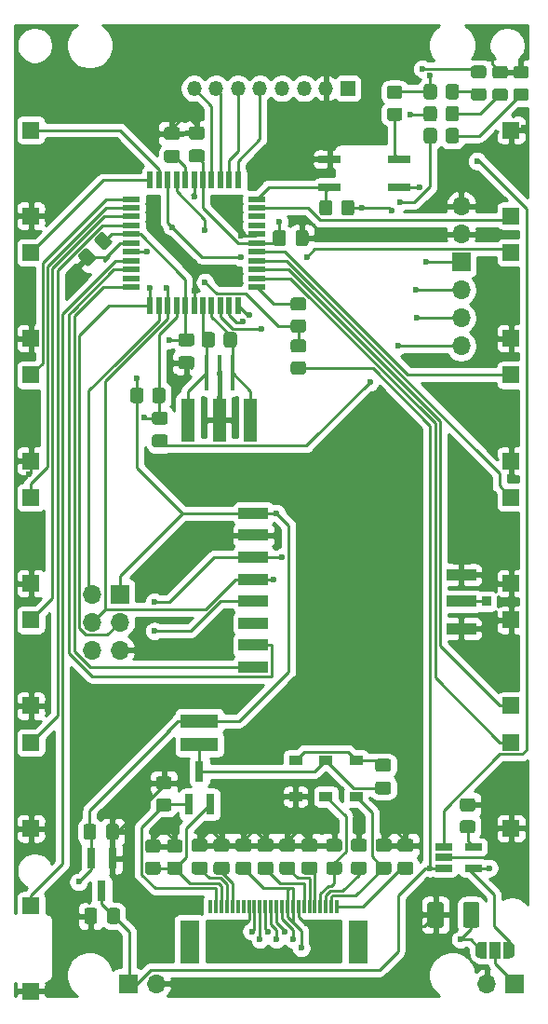
<source format=gbr>
%TF.GenerationSoftware,KiCad,Pcbnew,(5.1.9)-1*%
%TF.CreationDate,2021-03-29T02:47:02+02:00*%
%TF.ProjectId,HB-RC-12-EP-2,48422d52-432d-4313-922d-45502d322e6b,rev?*%
%TF.SameCoordinates,Original*%
%TF.FileFunction,Copper,L1,Top*%
%TF.FilePolarity,Positive*%
%FSLAX46Y46*%
G04 Gerber Fmt 4.6, Leading zero omitted, Abs format (unit mm)*
G04 Created by KiCad (PCBNEW (5.1.9)-1) date 2021-03-29 02:47:02*
%MOMM*%
%LPD*%
G01*
G04 APERTURE LIST*
%TA.AperFunction,SMDPad,CuDef*%
%ADD10R,0.800000X1.900000*%
%TD*%
%TA.AperFunction,SMDPad,CuDef*%
%ADD11R,1.560000X0.650000*%
%TD*%
%TA.AperFunction,SMDPad,CuDef*%
%ADD12R,1.200000X4.000000*%
%TD*%
%TA.AperFunction,SMDPad,CuDef*%
%ADD13R,0.300000X1.300000*%
%TD*%
%TA.AperFunction,SMDPad,CuDef*%
%ADD14R,1.800000X4.000000*%
%TD*%
%TA.AperFunction,ComponentPad*%
%ADD15O,1.700000X1.700000*%
%TD*%
%TA.AperFunction,ComponentPad*%
%ADD16R,1.700000X1.700000*%
%TD*%
%TA.AperFunction,ComponentPad*%
%ADD17O,1.350000X1.350000*%
%TD*%
%TA.AperFunction,ComponentPad*%
%ADD18R,1.350000X1.350000*%
%TD*%
%TA.AperFunction,SMDPad,CuDef*%
%ADD19R,1.000000X1.500000*%
%TD*%
%TA.AperFunction,SMDPad,CuDef*%
%ADD20C,0.100000*%
%TD*%
%TA.AperFunction,SMDPad,CuDef*%
%ADD21R,0.550000X1.500000*%
%TD*%
%TA.AperFunction,SMDPad,CuDef*%
%ADD22R,1.500000X0.550000*%
%TD*%
%TA.AperFunction,SMDPad,CuDef*%
%ADD23R,1.200000X0.900000*%
%TD*%
%TA.AperFunction,SMDPad,CuDef*%
%ADD24R,2.000000X0.640000*%
%TD*%
%TA.AperFunction,SMDPad,CuDef*%
%ADD25R,2.750000X1.000000*%
%TD*%
%TA.AperFunction,SMDPad,CuDef*%
%ADD26R,1.500000X1.500000*%
%TD*%
%TA.AperFunction,SMDPad,CuDef*%
%ADD27R,0.400000X3.200000*%
%TD*%
%TA.AperFunction,SMDPad,CuDef*%
%ADD28R,3.400000X1.300000*%
%TD*%
%TA.AperFunction,ComponentPad*%
%ADD29R,0.850000X0.850000*%
%TD*%
%TA.AperFunction,ViaPad*%
%ADD30C,0.600000*%
%TD*%
%TA.AperFunction,Conductor*%
%ADD31C,0.250000*%
%TD*%
%TA.AperFunction,Conductor*%
%ADD32C,0.254000*%
%TD*%
%TA.AperFunction,Conductor*%
%ADD33C,0.100000*%
%TD*%
G04 APERTURE END LIST*
D10*
%TO.P,Q2,3*%
%TO.N,Net-(C11-Pad1)*%
X104850000Y-137800000D03*
%TO.P,Q2,2*%
%TO.N,/RESE*%
X105800000Y-140800000D03*
%TO.P,Q2,1*%
%TO.N,/GDR*%
X103900000Y-140800000D03*
%TD*%
%TO.P,U3,3*%
%TO.N,+BATT*%
X95950000Y-148700000D03*
%TO.P,U3,2*%
%TO.N,+3V0*%
X95000000Y-145700000D03*
%TO.P,U3,1*%
%TO.N,GND*%
X96900000Y-145700000D03*
%TD*%
D11*
%TO.P,U4,5*%
%TO.N,Net-(R9-Pad1)*%
X129750000Y-144700000D03*
%TO.P,U4,4*%
%TO.N,Net-(D6-Pad2)*%
X129750000Y-146600000D03*
%TO.P,U4,3*%
%TO.N,+BATT*%
X127050000Y-146600000D03*
%TO.P,U4,2*%
%TO.N,GND*%
X127050000Y-145650000D03*
%TO.P,U4,1*%
%TO.N,Net-(R10-Pad1)*%
X127050000Y-144700000D03*
%TD*%
D12*
%TO.P,Q3,3*%
%TO.N,Net-(Q1-Pad2)*%
X103800000Y-105900000D03*
%TO.P,Q3,2*%
%TO.N,GND*%
X106650000Y-105900000D03*
%TO.P,Q3,1*%
%TO.N,Net-(Q1-Pad1)*%
X109500000Y-105900000D03*
%TD*%
D13*
%TO.P,J3,24*%
%TO.N,Net-(C8-Pad1)*%
X117350000Y-150100000D03*
%TO.P,J3,23*%
%TO.N,/PREVGL*%
X116850000Y-150100000D03*
%TO.P,J3,22*%
%TO.N,Net-(C7-Pad1)*%
X116350000Y-150100000D03*
%TO.P,J3,21*%
%TO.N,/PREVGH*%
X115850000Y-150100000D03*
%TO.P,J3,20*%
%TO.N,Net-(C6-Pad1)*%
X115350000Y-150100000D03*
%TO.P,J3,19*%
%TO.N,Net-(C5-Pad1)*%
X114850000Y-150100000D03*
%TO.P,J3,18*%
%TO.N,Net-(C4-Pad1)*%
X114350000Y-150100000D03*
%TO.P,J3,17*%
%TO.N,GND*%
X113850000Y-150100000D03*
%TO.P,J3,16*%
%TO.N,+3V0*%
X113350000Y-150100000D03*
%TO.P,J3,15*%
X112850000Y-150100000D03*
%TO.P,J3,14*%
%TO.N,/MOSI*%
X112350000Y-150100000D03*
%TO.P,J3,13*%
%TO.N,/SCK*%
X111850000Y-150100000D03*
%TO.P,J3,12*%
%TO.N,/GX_CS*%
X111350000Y-150100000D03*
%TO.P,J3,11*%
%TO.N,/GX_DC*%
X110850000Y-150100000D03*
%TO.P,J3,10*%
%TO.N,/GX_RST*%
X110350000Y-150100000D03*
%TO.P,J3,9*%
%TO.N,/GX_BSY*%
X109850000Y-150100000D03*
%TO.P,J3,8*%
%TO.N,GND*%
X109350000Y-150100000D03*
%TO.P,J3,7*%
%TO.N,Net-(J3-Pad7)*%
X108850000Y-150100000D03*
%TO.P,J3,6*%
%TO.N,Net-(J3-Pad6)*%
X108350000Y-150100000D03*
%TO.P,J3,5*%
%TO.N,Net-(C10-Pad1)*%
X107850000Y-150100000D03*
%TO.P,J3,4*%
%TO.N,Net-(C9-Pad1)*%
X107350000Y-150100000D03*
%TO.P,J3,3*%
%TO.N,/RESE*%
X106850000Y-150100000D03*
%TO.P,J3,2*%
%TO.N,/GDR*%
X106350000Y-150100000D03*
%TO.P,J3,1*%
%TO.N,Net-(J3-Pad1)*%
X105850000Y-150100000D03*
D14*
%TO.P,J3,MP*%
%TO.N,N/C*%
X103950000Y-153350000D03*
X119250000Y-153350000D03*
%TD*%
D15*
%TO.P,FTDI1,6*%
%TO.N,/DTR*%
X128650000Y-99150000D03*
%TO.P,FTDI1,5*%
%TO.N,/TXD*%
X128650000Y-96610000D03*
%TO.P,FTDI1,4*%
%TO.N,/RXD*%
X128650000Y-94070000D03*
D16*
%TO.P,FTDI1,3*%
%TO.N,+3V0*%
X128650000Y-91530000D03*
D15*
%TO.P,FTDI1,2*%
%TO.N,GND*%
X128650000Y-88990000D03*
%TO.P,FTDI1,1*%
X128650000Y-86450000D03*
%TD*%
%TO.P,R10,2*%
%TO.N,Net-(R10-Pad2)*%
%TA.AperFunction,SMDPad,CuDef*%
G36*
G01*
X122149999Y-77500000D02*
X123050001Y-77500000D01*
G75*
G02*
X123300000Y-77749999I0J-249999D01*
G01*
X123300000Y-78450001D01*
G75*
G02*
X123050001Y-78700000I-249999J0D01*
G01*
X122149999Y-78700000D01*
G75*
G02*
X121900000Y-78450001I0J249999D01*
G01*
X121900000Y-77749999D01*
G75*
G02*
X122149999Y-77500000I249999J0D01*
G01*
G37*
%TD.AperFunction*%
%TO.P,R10,1*%
%TO.N,Net-(R10-Pad1)*%
%TA.AperFunction,SMDPad,CuDef*%
G36*
G01*
X122149999Y-75500000D02*
X123050001Y-75500000D01*
G75*
G02*
X123300000Y-75749999I0J-249999D01*
G01*
X123300000Y-76450001D01*
G75*
G02*
X123050001Y-76700000I-249999J0D01*
G01*
X122149999Y-76700000D01*
G75*
G02*
X121900000Y-76450001I0J249999D01*
G01*
X121900000Y-75749999D01*
G75*
G02*
X122149999Y-75500000I249999J0D01*
G01*
G37*
%TD.AperFunction*%
%TD*%
D17*
%TO.P,K1,8*%
%TO.N,/GX_BSY*%
X104350000Y-75750000D03*
%TO.P,K1,7*%
%TO.N,/GX_RST*%
X106350000Y-75750000D03*
%TO.P,K1,6*%
%TO.N,/GX_DC*%
X108350000Y-75750000D03*
%TO.P,K1,5*%
%TO.N,/GX_CS*%
X110350000Y-75750000D03*
%TO.P,K1,4*%
%TO.N,/SCK*%
X112350000Y-75750000D03*
%TO.P,K1,3*%
%TO.N,/MOSI*%
X114350000Y-75750000D03*
%TO.P,K1,2*%
%TO.N,GND*%
X116350000Y-75750000D03*
D18*
%TO.P,K1,1*%
%TO.N,+3V0*%
X118350000Y-75750000D03*
%TD*%
D19*
%TO.P,JP1,2*%
%TO.N,Net-(J5-Pad1)*%
X131750000Y-154050000D03*
%TA.AperFunction,SMDPad,CuDef*%
D20*
%TO.P,JP1,3*%
%TO.N,Net-(D6-Pad2)*%
G36*
X133050000Y-153300602D02*
G01*
X133074534Y-153300602D01*
X133123365Y-153305412D01*
X133171490Y-153314984D01*
X133218445Y-153329228D01*
X133263778Y-153348005D01*
X133307051Y-153371136D01*
X133347850Y-153398396D01*
X133385779Y-153429524D01*
X133420476Y-153464221D01*
X133451604Y-153502150D01*
X133478864Y-153542949D01*
X133501995Y-153586222D01*
X133520772Y-153631555D01*
X133535016Y-153678510D01*
X133544588Y-153726635D01*
X133549398Y-153775466D01*
X133549398Y-153800000D01*
X133550000Y-153800000D01*
X133550000Y-154300000D01*
X133549398Y-154300000D01*
X133549398Y-154324534D01*
X133544588Y-154373365D01*
X133535016Y-154421490D01*
X133520772Y-154468445D01*
X133501995Y-154513778D01*
X133478864Y-154557051D01*
X133451604Y-154597850D01*
X133420476Y-154635779D01*
X133385779Y-154670476D01*
X133347850Y-154701604D01*
X133307051Y-154728864D01*
X133263778Y-154751995D01*
X133218445Y-154770772D01*
X133171490Y-154785016D01*
X133123365Y-154794588D01*
X133074534Y-154799398D01*
X133050000Y-154799398D01*
X133050000Y-154800000D01*
X132500000Y-154800000D01*
X132500000Y-153300000D01*
X133050000Y-153300000D01*
X133050000Y-153300602D01*
G37*
%TD.AperFunction*%
%TA.AperFunction,SMDPad,CuDef*%
%TO.P,JP1,1*%
%TO.N,+3V0*%
G36*
X131000000Y-154800000D02*
G01*
X130450000Y-154800000D01*
X130450000Y-154799398D01*
X130425466Y-154799398D01*
X130376635Y-154794588D01*
X130328510Y-154785016D01*
X130281555Y-154770772D01*
X130236222Y-154751995D01*
X130192949Y-154728864D01*
X130152150Y-154701604D01*
X130114221Y-154670476D01*
X130079524Y-154635779D01*
X130048396Y-154597850D01*
X130021136Y-154557051D01*
X129998005Y-154513778D01*
X129979228Y-154468445D01*
X129964984Y-154421490D01*
X129955412Y-154373365D01*
X129950602Y-154324534D01*
X129950602Y-154300000D01*
X129950000Y-154300000D01*
X129950000Y-153800000D01*
X129950602Y-153800000D01*
X129950602Y-153775466D01*
X129955412Y-153726635D01*
X129964984Y-153678510D01*
X129979228Y-153631555D01*
X129998005Y-153586222D01*
X130021136Y-153542949D01*
X130048396Y-153502150D01*
X130079524Y-153464221D01*
X130114221Y-153429524D01*
X130152150Y-153398396D01*
X130192949Y-153371136D01*
X130236222Y-153348005D01*
X130281555Y-153329228D01*
X130328510Y-153314984D01*
X130376635Y-153305412D01*
X130425466Y-153300602D01*
X130450000Y-153300602D01*
X130450000Y-153300000D01*
X131000000Y-153300000D01*
X131000000Y-154800000D01*
G37*
%TD.AperFunction*%
%TD*%
%TO.P,C17,2*%
%TO.N,GND*%
%TA.AperFunction,SMDPad,CuDef*%
G36*
G01*
X94696121Y-90332517D02*
X95367483Y-91003879D01*
G75*
G02*
X95367483Y-91357821I-176971J-176971D01*
G01*
X94890575Y-91834729D01*
G75*
G02*
X94536633Y-91834729I-176971J176971D01*
G01*
X93865271Y-91163367D01*
G75*
G02*
X93865271Y-90809425I176971J176971D01*
G01*
X94342179Y-90332517D01*
G75*
G02*
X94696121Y-90332517I176971J-176971D01*
G01*
G37*
%TD.AperFunction*%
%TO.P,C17,1*%
%TO.N,+3V0*%
%TA.AperFunction,SMDPad,CuDef*%
G36*
G01*
X96163173Y-88865076D02*
X96834924Y-89536827D01*
G75*
G02*
X96834924Y-89890381I-176777J-176777D01*
G01*
X96357627Y-90367678D01*
G75*
G02*
X96004073Y-90367678I-176777J176777D01*
G01*
X95332322Y-89695927D01*
G75*
G02*
X95332322Y-89342373I176777J176777D01*
G01*
X95809619Y-88865076D01*
G75*
G02*
X96163173Y-88865076I176777J-176777D01*
G01*
G37*
%TD.AperFunction*%
%TD*%
D21*
%TO.P,U1,1*%
%TO.N,/MOSI*%
X100350000Y-95500000D03*
%TO.P,U1,2*%
%TO.N,/MISO*%
X101150000Y-95500000D03*
%TO.P,U1,3*%
%TO.N,/SCK*%
X101950000Y-95500000D03*
%TO.P,U1,4*%
%TO.N,/RESET*%
X102750000Y-95500000D03*
%TO.P,U1,5*%
%TO.N,+3V0*%
X103550000Y-95500000D03*
%TO.P,U1,6*%
%TO.N,GND*%
X104350000Y-95500000D03*
%TO.P,U1,7*%
%TO.N,Net-(Q1-Pad2)*%
X105150000Y-95500000D03*
%TO.P,U1,8*%
%TO.N,Net-(Q1-Pad1)*%
X105950000Y-95500000D03*
%TO.P,U1,9*%
%TO.N,/RXD*%
X106750000Y-95500000D03*
%TO.P,U1,10*%
%TO.N,/TXD*%
X107550000Y-95500000D03*
%TO.P,U1,11*%
%TO.N,/LED*%
X108350000Y-95500000D03*
D22*
%TO.P,U1,12*%
%TO.N,/D3*%
X110050000Y-93800000D03*
%TO.P,U1,13*%
%TO.N,/D4*%
X110050000Y-93000000D03*
%TO.P,U1,14*%
%TO.N,/D5*%
X110050000Y-92200000D03*
%TO.P,U1,15*%
%TO.N,/D6*%
X110050000Y-91400000D03*
%TO.P,U1,16*%
%TO.N,/D7*%
X110050000Y-90600000D03*
%TO.P,U1,17*%
%TO.N,+3V0*%
X110050000Y-89800000D03*
%TO.P,U1,18*%
%TO.N,GND*%
X110050000Y-89000000D03*
%TO.P,U1,19*%
%TO.N,/SCL*%
X110050000Y-88200000D03*
%TO.P,U1,20*%
%TO.N,/SDA*%
X110050000Y-87400000D03*
%TO.P,U1,21*%
%TO.N,/C2*%
X110050000Y-86600000D03*
%TO.P,U1,22*%
%TO.N,/B_CHARGING*%
X110050000Y-85800000D03*
D21*
%TO.P,U1,23*%
%TO.N,/GX_CS*%
X108350000Y-84100000D03*
%TO.P,U1,24*%
%TO.N,/GX_DC*%
X107550000Y-84100000D03*
%TO.P,U1,25*%
%TO.N,/GX_RST*%
X106750000Y-84100000D03*
%TO.P,U1,26*%
%TO.N,/GX_BSY*%
X105950000Y-84100000D03*
%TO.P,U1,27*%
%TO.N,+3V0*%
X105150000Y-84100000D03*
%TO.P,U1,28*%
%TO.N,GND*%
X104350000Y-84100000D03*
%TO.P,U1,29*%
%TO.N,Net-(C2-Pad1)*%
X103550000Y-84100000D03*
%TO.P,U1,30*%
%TO.N,/A7*%
X102750000Y-84100000D03*
%TO.P,U1,31*%
%TO.N,/A6*%
X101950000Y-84100000D03*
%TO.P,U1,32*%
%TO.N,/A5*%
X101150000Y-84100000D03*
%TO.P,U1,33*%
%TO.N,/A4*%
X100350000Y-84100000D03*
D22*
%TO.P,U1,34*%
%TO.N,/A3*%
X98650000Y-85800000D03*
%TO.P,U1,35*%
%TO.N,/A2*%
X98650000Y-86600000D03*
%TO.P,U1,36*%
%TO.N,/A1*%
X98650000Y-87400000D03*
%TO.P,U1,37*%
%TO.N,/A0*%
X98650000Y-88200000D03*
%TO.P,U1,38*%
%TO.N,+3V0*%
X98650000Y-89000000D03*
%TO.P,U1,39*%
%TO.N,GND*%
X98650000Y-89800000D03*
%TO.P,U1,40*%
%TO.N,/LED2*%
X98650000Y-90600000D03*
%TO.P,U1,41*%
%TO.N,/CONF*%
X98650000Y-91400000D03*
%TO.P,U1,42*%
%TO.N,/CC1101_GDO0*%
X98650000Y-92200000D03*
%TO.P,U1,43*%
%TO.N,/INT0*%
X98650000Y-93000000D03*
%TO.P,U1,44*%
%TO.N,/CC1101_CS*%
X98650000Y-93800000D03*
%TD*%
%TO.P,R8,2*%
%TO.N,GND*%
%TA.AperFunction,SMDPad,CuDef*%
G36*
G01*
X102050001Y-139450000D02*
X101149999Y-139450000D01*
G75*
G02*
X100900000Y-139200001I0J249999D01*
G01*
X100900000Y-138499999D01*
G75*
G02*
X101149999Y-138250000I249999J0D01*
G01*
X102050001Y-138250000D01*
G75*
G02*
X102300000Y-138499999I0J-249999D01*
G01*
X102300000Y-139200001D01*
G75*
G02*
X102050001Y-139450000I-249999J0D01*
G01*
G37*
%TD.AperFunction*%
%TO.P,R8,1*%
%TO.N,/GDR*%
%TA.AperFunction,SMDPad,CuDef*%
G36*
G01*
X102050001Y-141450000D02*
X101149999Y-141450000D01*
G75*
G02*
X100900000Y-141200001I0J249999D01*
G01*
X100900000Y-140499999D01*
G75*
G02*
X101149999Y-140250000I249999J0D01*
G01*
X102050001Y-140250000D01*
G75*
G02*
X102300000Y-140499999I0J-249999D01*
G01*
X102300000Y-141200001D01*
G75*
G02*
X102050001Y-141450000I-249999J0D01*
G01*
G37*
%TD.AperFunction*%
%TD*%
%TO.P,R8-2,2*%
%TO.N,GND*%
%TA.AperFunction,SMDPad,CuDef*%
G36*
G01*
X101050001Y-145200000D02*
X100149999Y-145200000D01*
G75*
G02*
X99900000Y-144950001I0J249999D01*
G01*
X99900000Y-144249999D01*
G75*
G02*
X100149999Y-144000000I249999J0D01*
G01*
X101050001Y-144000000D01*
G75*
G02*
X101300000Y-144249999I0J-249999D01*
G01*
X101300000Y-144950001D01*
G75*
G02*
X101050001Y-145200000I-249999J0D01*
G01*
G37*
%TD.AperFunction*%
%TO.P,R8-2,1*%
%TO.N,/RESE*%
%TA.AperFunction,SMDPad,CuDef*%
G36*
G01*
X101050001Y-147200000D02*
X100149999Y-147200000D01*
G75*
G02*
X99900000Y-146950001I0J249999D01*
G01*
X99900000Y-146249999D01*
G75*
G02*
X100149999Y-146000000I249999J0D01*
G01*
X101050001Y-146000000D01*
G75*
G02*
X101300000Y-146249999I0J-249999D01*
G01*
X101300000Y-146950001D01*
G75*
G02*
X101050001Y-147200000I-249999J0D01*
G01*
G37*
%TD.AperFunction*%
%TD*%
%TO.P,C4,2*%
%TO.N,GND*%
%TA.AperFunction,SMDPad,CuDef*%
G36*
G01*
X111325000Y-145112500D02*
X110375000Y-145112500D01*
G75*
G02*
X110125000Y-144862500I0J250000D01*
G01*
X110125000Y-144187500D01*
G75*
G02*
X110375000Y-143937500I250000J0D01*
G01*
X111325000Y-143937500D01*
G75*
G02*
X111575000Y-144187500I0J-250000D01*
G01*
X111575000Y-144862500D01*
G75*
G02*
X111325000Y-145112500I-250000J0D01*
G01*
G37*
%TD.AperFunction*%
%TO.P,C4,1*%
%TO.N,Net-(C4-Pad1)*%
%TA.AperFunction,SMDPad,CuDef*%
G36*
G01*
X111325000Y-147187500D02*
X110375000Y-147187500D01*
G75*
G02*
X110125000Y-146937500I0J250000D01*
G01*
X110125000Y-146262500D01*
G75*
G02*
X110375000Y-146012500I250000J0D01*
G01*
X111325000Y-146012500D01*
G75*
G02*
X111575000Y-146262500I0J-250000D01*
G01*
X111575000Y-146937500D01*
G75*
G02*
X111325000Y-147187500I-250000J0D01*
G01*
G37*
%TD.AperFunction*%
%TD*%
D23*
%TO.P,D5,2*%
%TO.N,/PREVGL*%
X119100000Y-140100000D03*
%TO.P,D5,1*%
%TO.N,Net-(C11-Pad2)*%
X119100000Y-136800000D03*
%TD*%
%TO.P,D4,2*%
%TO.N,Net-(C11-Pad1)*%
X116350000Y-136800000D03*
%TO.P,D4,1*%
%TO.N,/PREVGH*%
X116350000Y-140100000D03*
%TD*%
%TO.P,R12,2*%
%TO.N,Net-(Q1-Pad2)*%
%TA.AperFunction,SMDPad,CuDef*%
G36*
G01*
X106250000Y-98149999D02*
X106250000Y-99050001D01*
G75*
G02*
X106000001Y-99300000I-249999J0D01*
G01*
X105299999Y-99300000D01*
G75*
G02*
X105050000Y-99050001I0J249999D01*
G01*
X105050000Y-98149999D01*
G75*
G02*
X105299999Y-97900000I249999J0D01*
G01*
X106000001Y-97900000D01*
G75*
G02*
X106250000Y-98149999I0J-249999D01*
G01*
G37*
%TD.AperFunction*%
%TO.P,R12,1*%
%TO.N,Net-(Q1-Pad1)*%
%TA.AperFunction,SMDPad,CuDef*%
G36*
G01*
X108250000Y-98149999D02*
X108250000Y-99050001D01*
G75*
G02*
X108000001Y-99300000I-249999J0D01*
G01*
X107299999Y-99300000D01*
G75*
G02*
X107050000Y-99050001I0J249999D01*
G01*
X107050000Y-98149999D01*
G75*
G02*
X107299999Y-97900000I249999J0D01*
G01*
X108000001Y-97900000D01*
G75*
G02*
X108250000Y-98149999I0J-249999D01*
G01*
G37*
%TD.AperFunction*%
%TD*%
D24*
%TO.P,U5,4*%
%TO.N,/B_CHARGING*%
X116700000Y-84720000D03*
%TO.P,U5,3*%
%TO.N,GND*%
X116700000Y-82180000D03*
%TO.P,U5,2*%
%TO.N,Net-(R10-Pad2)*%
X123000000Y-82180000D03*
%TO.P,U5,1*%
%TO.N,Net-(D6-Pad2)*%
X123000000Y-84720000D03*
%TD*%
D25*
%TO.P,U2,8*%
%TO.N,/CC1101_CS*%
X109750000Y-128350000D03*
%TO.P,U2,7*%
%TO.N,/CC1101_GDO0*%
X109750000Y-126350000D03*
%TO.P,U2,6*%
%TO.N,Net-(U2-Pad6)*%
X109750000Y-124350000D03*
%TO.P,U2,11*%
%TO.N,GND*%
X128650000Y-124850000D03*
%TO.P,U2,5*%
%TO.N,/MISO*%
X109750000Y-122350000D03*
%TO.P,U2,9*%
%TO.N,Net-(J1-Pad1)*%
X128650000Y-122350000D03*
%TO.P,U2,4*%
%TO.N,/SCK*%
X109750000Y-120350000D03*
%TO.P,U2,10*%
%TO.N,GND*%
X128650000Y-119950000D03*
%TO.P,U2,3*%
%TO.N,/MOSI*%
X109750000Y-118350000D03*
%TO.P,U2,2*%
%TO.N,GND*%
X109750000Y-116350000D03*
%TO.P,U2,1*%
%TO.N,+3V0*%
X109750000Y-114350000D03*
%TD*%
D26*
%TO.P,Config,2*%
%TO.N,/CONF*%
X89500000Y-150000000D03*
%TO.P,Config,1*%
%TO.N,GND*%
X89500000Y-157800000D03*
%TD*%
%TO.P,SW12,2*%
%TO.N,/D4*%
X133200000Y-135180000D03*
%TO.P,SW12,1*%
%TO.N,GND*%
X133200000Y-142980000D03*
%TD*%
%TO.P,SW10,2*%
%TO.N,/D5*%
X133200000Y-131850000D03*
%TO.P,SW10,1*%
%TO.N,GND*%
X133200000Y-124050000D03*
%TD*%
%TO.P,SW8,2*%
%TO.N,/D6*%
X133200000Y-112920000D03*
%TO.P,SW8,1*%
%TO.N,GND*%
X133200000Y-120720000D03*
%TD*%
%TO.P,SW6,2*%
%TO.N,/D7*%
X133200000Y-101790000D03*
%TO.P,SW6,1*%
%TO.N,GND*%
X133200000Y-109590000D03*
%TD*%
%TO.P,SW4,2*%
%TO.N,/A6*%
X133200000Y-90660000D03*
%TO.P,SW4,1*%
%TO.N,GND*%
X133200000Y-98460000D03*
%TD*%
%TO.P,SW2,2*%
%TO.N,/C2*%
X133200000Y-87330000D03*
%TO.P,SW2,1*%
%TO.N,GND*%
X133200000Y-79530000D03*
%TD*%
%TO.P,SW11,2*%
%TO.N,/A0*%
X89500000Y-135200000D03*
%TO.P,SW11,1*%
%TO.N,GND*%
X89500000Y-143000000D03*
%TD*%
%TO.P,SW9,2*%
%TO.N,/A1*%
X89500000Y-124050000D03*
%TO.P,SW9,1*%
%TO.N,GND*%
X89500000Y-131850000D03*
%TD*%
%TO.P,SW7,2*%
%TO.N,/A2*%
X89500000Y-112920000D03*
%TO.P,SW7,1*%
%TO.N,GND*%
X89500000Y-120720000D03*
%TD*%
%TO.P,SW5,2*%
%TO.N,/A3*%
X89500000Y-101790000D03*
%TO.P,SW5,1*%
%TO.N,GND*%
X89500000Y-109590000D03*
%TD*%
%TO.P,SW3,2*%
%TO.N,/A4*%
X89500000Y-90660000D03*
%TO.P,SW3,1*%
%TO.N,GND*%
X89500000Y-98460000D03*
%TD*%
%TO.P,SW1,2*%
%TO.N,/A5*%
X89500000Y-79530000D03*
%TO.P,SW1,1*%
%TO.N,GND*%
X89500000Y-87330000D03*
%TD*%
%TO.P,R8-1,2*%
%TO.N,GND*%
%TA.AperFunction,SMDPad,CuDef*%
G36*
G01*
X103050001Y-145200000D02*
X102149999Y-145200000D01*
G75*
G02*
X101900000Y-144950001I0J249999D01*
G01*
X101900000Y-144249999D01*
G75*
G02*
X102149999Y-144000000I249999J0D01*
G01*
X103050001Y-144000000D01*
G75*
G02*
X103300000Y-144249999I0J-249999D01*
G01*
X103300000Y-144950001D01*
G75*
G02*
X103050001Y-145200000I-249999J0D01*
G01*
G37*
%TD.AperFunction*%
%TO.P,R8-1,1*%
%TO.N,/RESE*%
%TA.AperFunction,SMDPad,CuDef*%
G36*
G01*
X103050001Y-147200000D02*
X102149999Y-147200000D01*
G75*
G02*
X101900000Y-146950001I0J249999D01*
G01*
X101900000Y-146249999D01*
G75*
G02*
X102149999Y-146000000I249999J0D01*
G01*
X103050001Y-146000000D01*
G75*
G02*
X103300000Y-146249999I0J-249999D01*
G01*
X103300000Y-146950001D01*
G75*
G02*
X103050001Y-147200000I-249999J0D01*
G01*
G37*
%TD.AperFunction*%
%TD*%
%TO.P,R13,2*%
%TO.N,/B_CHARGING*%
%TA.AperFunction,SMDPad,CuDef*%
G36*
G01*
X116950000Y-86149999D02*
X116950000Y-87050001D01*
G75*
G02*
X116700001Y-87300000I-249999J0D01*
G01*
X115999999Y-87300000D01*
G75*
G02*
X115750000Y-87050001I0J249999D01*
G01*
X115750000Y-86149999D01*
G75*
G02*
X115999999Y-85900000I249999J0D01*
G01*
X116700001Y-85900000D01*
G75*
G02*
X116950000Y-86149999I0J-249999D01*
G01*
G37*
%TD.AperFunction*%
%TO.P,R13,1*%
%TO.N,+3V0*%
%TA.AperFunction,SMDPad,CuDef*%
G36*
G01*
X118950000Y-86149999D02*
X118950000Y-87050001D01*
G75*
G02*
X118700001Y-87300000I-249999J0D01*
G01*
X117999999Y-87300000D01*
G75*
G02*
X117750000Y-87050001I0J249999D01*
G01*
X117750000Y-86149999D01*
G75*
G02*
X117999999Y-85900000I249999J0D01*
G01*
X118700001Y-85900000D01*
G75*
G02*
X118950000Y-86149999I0J-249999D01*
G01*
G37*
%TD.AperFunction*%
%TD*%
%TO.P,R11,2*%
%TO.N,Net-(D6-Pad1)*%
%TA.AperFunction,SMDPad,CuDef*%
G36*
G01*
X127250000Y-76500001D02*
X127250000Y-75599999D01*
G75*
G02*
X127499999Y-75350000I249999J0D01*
G01*
X128200001Y-75350000D01*
G75*
G02*
X128450000Y-75599999I0J-249999D01*
G01*
X128450000Y-76500001D01*
G75*
G02*
X128200001Y-76750000I-249999J0D01*
G01*
X127499999Y-76750000D01*
G75*
G02*
X127250000Y-76500001I0J249999D01*
G01*
G37*
%TD.AperFunction*%
%TO.P,R11,1*%
%TO.N,Net-(R10-Pad1)*%
%TA.AperFunction,SMDPad,CuDef*%
G36*
G01*
X125250000Y-76500001D02*
X125250000Y-75599999D01*
G75*
G02*
X125499999Y-75350000I249999J0D01*
G01*
X126200001Y-75350000D01*
G75*
G02*
X126450000Y-75599999I0J-249999D01*
G01*
X126450000Y-76500001D01*
G75*
G02*
X126200001Y-76750000I-249999J0D01*
G01*
X125499999Y-76750000D01*
G75*
G02*
X125250000Y-76500001I0J249999D01*
G01*
G37*
%TD.AperFunction*%
%TD*%
%TO.P,R9,2*%
%TO.N,GND*%
%TA.AperFunction,SMDPad,CuDef*%
G36*
G01*
X129700001Y-141450000D02*
X128799999Y-141450000D01*
G75*
G02*
X128550000Y-141200001I0J249999D01*
G01*
X128550000Y-140499999D01*
G75*
G02*
X128799999Y-140250000I249999J0D01*
G01*
X129700001Y-140250000D01*
G75*
G02*
X129950000Y-140499999I0J-249999D01*
G01*
X129950000Y-141200001D01*
G75*
G02*
X129700001Y-141450000I-249999J0D01*
G01*
G37*
%TD.AperFunction*%
%TO.P,R9,1*%
%TO.N,Net-(R9-Pad1)*%
%TA.AperFunction,SMDPad,CuDef*%
G36*
G01*
X129700001Y-143450000D02*
X128799999Y-143450000D01*
G75*
G02*
X128550000Y-143200001I0J249999D01*
G01*
X128550000Y-142499999D01*
G75*
G02*
X128799999Y-142250000I249999J0D01*
G01*
X129700001Y-142250000D01*
G75*
G02*
X129950000Y-142499999I0J-249999D01*
G01*
X129950000Y-143200001D01*
G75*
G02*
X129700001Y-143450000I-249999J0D01*
G01*
G37*
%TD.AperFunction*%
%TD*%
%TO.P,R5,2*%
%TO.N,/D3*%
%TA.AperFunction,SMDPad,CuDef*%
G36*
G01*
X114300001Y-95950000D02*
X113399999Y-95950000D01*
G75*
G02*
X113150000Y-95700001I0J249999D01*
G01*
X113150000Y-94999999D01*
G75*
G02*
X113399999Y-94750000I249999J0D01*
G01*
X114300001Y-94750000D01*
G75*
G02*
X114550000Y-94999999I0J-249999D01*
G01*
X114550000Y-95700001D01*
G75*
G02*
X114300001Y-95950000I-249999J0D01*
G01*
G37*
%TD.AperFunction*%
%TO.P,R5,1*%
%TO.N,/A7*%
%TA.AperFunction,SMDPad,CuDef*%
G36*
G01*
X114300001Y-97950000D02*
X113399999Y-97950000D01*
G75*
G02*
X113150000Y-97700001I0J249999D01*
G01*
X113150000Y-96999999D01*
G75*
G02*
X113399999Y-96750000I249999J0D01*
G01*
X114300001Y-96750000D01*
G75*
G02*
X114550000Y-96999999I0J-249999D01*
G01*
X114550000Y-97700001D01*
G75*
G02*
X114300001Y-97950000I-249999J0D01*
G01*
G37*
%TD.AperFunction*%
%TD*%
%TO.P,R4,2*%
%TO.N,/A7*%
%TA.AperFunction,SMDPad,CuDef*%
G36*
G01*
X114300001Y-99750000D02*
X113399999Y-99750000D01*
G75*
G02*
X113150000Y-99500001I0J249999D01*
G01*
X113150000Y-98799999D01*
G75*
G02*
X113399999Y-98550000I249999J0D01*
G01*
X114300001Y-98550000D01*
G75*
G02*
X114550000Y-98799999I0J-249999D01*
G01*
X114550000Y-99500001D01*
G75*
G02*
X114300001Y-99750000I-249999J0D01*
G01*
G37*
%TD.AperFunction*%
%TO.P,R4,1*%
%TO.N,+BATT*%
%TA.AperFunction,SMDPad,CuDef*%
G36*
G01*
X114300001Y-101750000D02*
X113399999Y-101750000D01*
G75*
G02*
X113150000Y-101500001I0J249999D01*
G01*
X113150000Y-100799999D01*
G75*
G02*
X113399999Y-100550000I249999J0D01*
G01*
X114300001Y-100550000D01*
G75*
G02*
X114550000Y-100799999I0J-249999D01*
G01*
X114550000Y-101500001D01*
G75*
G02*
X114300001Y-101750000I-249999J0D01*
G01*
G37*
%TD.AperFunction*%
%TD*%
%TO.P,R3,2*%
%TO.N,/RESET*%
%TA.AperFunction,SMDPad,CuDef*%
G36*
G01*
X100550000Y-104100001D02*
X100550000Y-103199999D01*
G75*
G02*
X100799999Y-102950000I249999J0D01*
G01*
X101500001Y-102950000D01*
G75*
G02*
X101750000Y-103199999I0J-249999D01*
G01*
X101750000Y-104100001D01*
G75*
G02*
X101500001Y-104350000I-249999J0D01*
G01*
X100799999Y-104350000D01*
G75*
G02*
X100550000Y-104100001I0J249999D01*
G01*
G37*
%TD.AperFunction*%
%TO.P,R3,1*%
%TO.N,+3V0*%
%TA.AperFunction,SMDPad,CuDef*%
G36*
G01*
X98550000Y-104100001D02*
X98550000Y-103199999D01*
G75*
G02*
X98799999Y-102950000I249999J0D01*
G01*
X99500001Y-102950000D01*
G75*
G02*
X99750000Y-103199999I0J-249999D01*
G01*
X99750000Y-104100001D01*
G75*
G02*
X99500001Y-104350000I-249999J0D01*
G01*
X98799999Y-104350000D01*
G75*
G02*
X98550000Y-104100001I0J249999D01*
G01*
G37*
%TD.AperFunction*%
%TD*%
%TO.P,R2,2*%
%TO.N,Net-(D2-Pad2)*%
%TA.AperFunction,SMDPad,CuDef*%
G36*
G01*
X127250000Y-78500001D02*
X127250000Y-77599999D01*
G75*
G02*
X127499999Y-77350000I249999J0D01*
G01*
X128200001Y-77350000D01*
G75*
G02*
X128450000Y-77599999I0J-249999D01*
G01*
X128450000Y-78500001D01*
G75*
G02*
X128200001Y-78750000I-249999J0D01*
G01*
X127499999Y-78750000D01*
G75*
G02*
X127250000Y-78500001I0J249999D01*
G01*
G37*
%TD.AperFunction*%
%TO.P,R2,1*%
%TO.N,/LED2*%
%TA.AperFunction,SMDPad,CuDef*%
G36*
G01*
X125250000Y-78500001D02*
X125250000Y-77599999D01*
G75*
G02*
X125499999Y-77350000I249999J0D01*
G01*
X126200001Y-77350000D01*
G75*
G02*
X126450000Y-77599999I0J-249999D01*
G01*
X126450000Y-78500001D01*
G75*
G02*
X126200001Y-78750000I-249999J0D01*
G01*
X125499999Y-78750000D01*
G75*
G02*
X125250000Y-78500001I0J249999D01*
G01*
G37*
%TD.AperFunction*%
%TD*%
%TO.P,R1,2*%
%TO.N,Net-(D1-Pad2)*%
%TA.AperFunction,SMDPad,CuDef*%
G36*
G01*
X127250000Y-80500001D02*
X127250000Y-79599999D01*
G75*
G02*
X127499999Y-79350000I249999J0D01*
G01*
X128200001Y-79350000D01*
G75*
G02*
X128450000Y-79599999I0J-249999D01*
G01*
X128450000Y-80500001D01*
G75*
G02*
X128200001Y-80750000I-249999J0D01*
G01*
X127499999Y-80750000D01*
G75*
G02*
X127250000Y-80500001I0J249999D01*
G01*
G37*
%TD.AperFunction*%
%TO.P,R1,1*%
%TO.N,/LED*%
%TA.AperFunction,SMDPad,CuDef*%
G36*
G01*
X125250000Y-80500001D02*
X125250000Y-79599999D01*
G75*
G02*
X125499999Y-79350000I249999J0D01*
G01*
X126200001Y-79350000D01*
G75*
G02*
X126450000Y-79599999I0J-249999D01*
G01*
X126450000Y-80500001D01*
G75*
G02*
X126200001Y-80750000I-249999J0D01*
G01*
X125499999Y-80750000D01*
G75*
G02*
X125250000Y-80500001I0J249999D01*
G01*
G37*
%TD.AperFunction*%
%TD*%
D27*
%TO.P,Q1,3*%
%TO.N,Net-(Q1-Pad2)*%
X105450000Y-101600000D03*
%TO.P,Q1,2*%
%TO.N,GND*%
X106650000Y-101600000D03*
%TO.P,Q1,1*%
%TO.N,Net-(Q1-Pad1)*%
X107850000Y-101600000D03*
%TD*%
D28*
%TO.P,L1,2*%
%TO.N,Net-(C11-Pad1)*%
X104850000Y-135350000D03*
%TO.P,L1,1*%
%TO.N,+3V0*%
X104850000Y-133250000D03*
%TD*%
D16*
%TO.P,Power,1*%
%TO.N,+BATT*%
X98350000Y-157100000D03*
D15*
%TO.P,Power,2*%
%TO.N,GND*%
X100890000Y-157100000D03*
%TD*%
%TO.P,+,2*%
%TO.N,GND*%
X131010000Y-157125000D03*
D16*
%TO.P,+,1*%
%TO.N,Net-(J5-Pad1)*%
X133550000Y-157125000D03*
%TD*%
D29*
%TO.P,Ant,1*%
%TO.N,Net-(J1-Pad1)*%
X130950000Y-122350000D03*
%TD*%
D15*
%TO.P,ISP1,6*%
%TO.N,GND*%
X97600000Y-126780000D03*
%TO.P,ISP1,5*%
%TO.N,/RESET*%
X95060000Y-126780000D03*
%TO.P,ISP1,4*%
%TO.N,/MOSI*%
X97600000Y-124240000D03*
%TO.P,ISP1,3*%
%TO.N,/SCK*%
X95060000Y-124240000D03*
D16*
%TO.P,ISP1,2*%
%TO.N,+3V0*%
X97600000Y-121700000D03*
D15*
%TO.P,ISP1,1*%
%TO.N,/MISO*%
X95060000Y-121700000D03*
%TD*%
%TO.P,D6,2*%
%TO.N,Net-(D6-Pad2)*%
%TA.AperFunction,SMDPad,CuDef*%
G36*
G01*
X130700001Y-74825000D02*
X129799999Y-74825000D01*
G75*
G02*
X129550000Y-74575001I0J249999D01*
G01*
X129550000Y-73924999D01*
G75*
G02*
X129799999Y-73675000I249999J0D01*
G01*
X130700001Y-73675000D01*
G75*
G02*
X130950000Y-73924999I0J-249999D01*
G01*
X130950000Y-74575001D01*
G75*
G02*
X130700001Y-74825000I-249999J0D01*
G01*
G37*
%TD.AperFunction*%
%TO.P,D6,1*%
%TO.N,Net-(D6-Pad1)*%
%TA.AperFunction,SMDPad,CuDef*%
G36*
G01*
X130700001Y-76875000D02*
X129799999Y-76875000D01*
G75*
G02*
X129550000Y-76625001I0J249999D01*
G01*
X129550000Y-75974999D01*
G75*
G02*
X129799999Y-75725000I249999J0D01*
G01*
X130700001Y-75725000D01*
G75*
G02*
X130950000Y-75974999I0J-249999D01*
G01*
X130950000Y-76625001D01*
G75*
G02*
X130700001Y-76875000I-249999J0D01*
G01*
G37*
%TD.AperFunction*%
%TD*%
D23*
%TO.P,D3,2*%
%TO.N,Net-(C11-Pad2)*%
X113600000Y-136800000D03*
%TO.P,D3,1*%
%TO.N,GND*%
X113600000Y-140100000D03*
%TD*%
%TO.P,D2,1*%
%TO.N,GND*%
%TA.AperFunction,SMDPad,CuDef*%
G36*
G01*
X131749999Y-73700000D02*
X132650001Y-73700000D01*
G75*
G02*
X132900000Y-73949999I0J-249999D01*
G01*
X132900000Y-74600001D01*
G75*
G02*
X132650001Y-74850000I-249999J0D01*
G01*
X131749999Y-74850000D01*
G75*
G02*
X131500000Y-74600001I0J249999D01*
G01*
X131500000Y-73949999D01*
G75*
G02*
X131749999Y-73700000I249999J0D01*
G01*
G37*
%TD.AperFunction*%
%TO.P,D2,2*%
%TO.N,Net-(D2-Pad2)*%
%TA.AperFunction,SMDPad,CuDef*%
G36*
G01*
X131749999Y-75750000D02*
X132650001Y-75750000D01*
G75*
G02*
X132900000Y-75999999I0J-249999D01*
G01*
X132900000Y-76650001D01*
G75*
G02*
X132650001Y-76900000I-249999J0D01*
G01*
X131749999Y-76900000D01*
G75*
G02*
X131500000Y-76650001I0J249999D01*
G01*
X131500000Y-75999999D01*
G75*
G02*
X131749999Y-75750000I249999J0D01*
G01*
G37*
%TD.AperFunction*%
%TD*%
%TO.P,D1,1*%
%TO.N,GND*%
%TA.AperFunction,SMDPad,CuDef*%
G36*
G01*
X133649999Y-73700000D02*
X134550001Y-73700000D01*
G75*
G02*
X134800000Y-73949999I0J-249999D01*
G01*
X134800000Y-74600001D01*
G75*
G02*
X134550001Y-74850000I-249999J0D01*
G01*
X133649999Y-74850000D01*
G75*
G02*
X133400000Y-74600001I0J249999D01*
G01*
X133400000Y-73949999D01*
G75*
G02*
X133649999Y-73700000I249999J0D01*
G01*
G37*
%TD.AperFunction*%
%TO.P,D1,2*%
%TO.N,Net-(D1-Pad2)*%
%TA.AperFunction,SMDPad,CuDef*%
G36*
G01*
X133649999Y-75750000D02*
X134550001Y-75750000D01*
G75*
G02*
X134800000Y-75999999I0J-249999D01*
G01*
X134800000Y-76650001D01*
G75*
G02*
X134550001Y-76900000I-249999J0D01*
G01*
X133649999Y-76900000D01*
G75*
G02*
X133400000Y-76650001I0J249999D01*
G01*
X133400000Y-75999999D01*
G75*
G02*
X133649999Y-75750000I249999J0D01*
G01*
G37*
%TD.AperFunction*%
%TD*%
%TO.P,C20,2*%
%TO.N,GND*%
%TA.AperFunction,SMDPad,CuDef*%
G36*
G01*
X96350000Y-143775000D02*
X96350000Y-142825000D01*
G75*
G02*
X96600000Y-142575000I250000J0D01*
G01*
X97275000Y-142575000D01*
G75*
G02*
X97525000Y-142825000I0J-250000D01*
G01*
X97525000Y-143775000D01*
G75*
G02*
X97275000Y-144025000I-250000J0D01*
G01*
X96600000Y-144025000D01*
G75*
G02*
X96350000Y-143775000I0J250000D01*
G01*
G37*
%TD.AperFunction*%
%TO.P,C20,1*%
%TO.N,+3V0*%
%TA.AperFunction,SMDPad,CuDef*%
G36*
G01*
X94275000Y-143775000D02*
X94275000Y-142825000D01*
G75*
G02*
X94525000Y-142575000I250000J0D01*
G01*
X95200000Y-142575000D01*
G75*
G02*
X95450000Y-142825000I0J-250000D01*
G01*
X95450000Y-143775000D01*
G75*
G02*
X95200000Y-144025000I-250000J0D01*
G01*
X94525000Y-144025000D01*
G75*
G02*
X94275000Y-143775000I0J250000D01*
G01*
G37*
%TD.AperFunction*%
%TD*%
%TO.P,C19,2*%
%TO.N,GND*%
%TA.AperFunction,SMDPad,CuDef*%
G36*
G01*
X95537500Y-150475000D02*
X95537500Y-151425000D01*
G75*
G02*
X95287500Y-151675000I-250000J0D01*
G01*
X94612500Y-151675000D01*
G75*
G02*
X94362500Y-151425000I0J250000D01*
G01*
X94362500Y-150475000D01*
G75*
G02*
X94612500Y-150225000I250000J0D01*
G01*
X95287500Y-150225000D01*
G75*
G02*
X95537500Y-150475000I0J-250000D01*
G01*
G37*
%TD.AperFunction*%
%TO.P,C19,1*%
%TO.N,+BATT*%
%TA.AperFunction,SMDPad,CuDef*%
G36*
G01*
X97612500Y-150475000D02*
X97612500Y-151425000D01*
G75*
G02*
X97362500Y-151675000I-250000J0D01*
G01*
X96687500Y-151675000D01*
G75*
G02*
X96437500Y-151425000I0J250000D01*
G01*
X96437500Y-150475000D01*
G75*
G02*
X96687500Y-150225000I250000J0D01*
G01*
X97362500Y-150225000D01*
G75*
G02*
X97612500Y-150475000I0J-250000D01*
G01*
G37*
%TD.AperFunction*%
%TD*%
%TO.P,C18,2*%
%TO.N,GND*%
%TA.AperFunction,SMDPad,CuDef*%
G36*
G01*
X127075000Y-149925000D02*
X127075000Y-151775000D01*
G75*
G02*
X126825000Y-152025000I-250000J0D01*
G01*
X125825000Y-152025000D01*
G75*
G02*
X125575000Y-151775000I0J250000D01*
G01*
X125575000Y-149925000D01*
G75*
G02*
X125825000Y-149675000I250000J0D01*
G01*
X126825000Y-149675000D01*
G75*
G02*
X127075000Y-149925000I0J-250000D01*
G01*
G37*
%TD.AperFunction*%
%TO.P,C18,1*%
%TO.N,+3V0*%
%TA.AperFunction,SMDPad,CuDef*%
G36*
G01*
X130325000Y-149925000D02*
X130325000Y-151775000D01*
G75*
G02*
X130075000Y-152025000I-250000J0D01*
G01*
X129075000Y-152025000D01*
G75*
G02*
X128825000Y-151775000I0J250000D01*
G01*
X128825000Y-149925000D01*
G75*
G02*
X129075000Y-149675000I250000J0D01*
G01*
X130075000Y-149675000D01*
G75*
G02*
X130325000Y-149925000I0J-250000D01*
G01*
G37*
%TD.AperFunction*%
%TD*%
%TO.P,C16,2*%
%TO.N,GND*%
%TA.AperFunction,SMDPad,CuDef*%
G36*
G01*
X105075000Y-80400000D02*
X104125000Y-80400000D01*
G75*
G02*
X103875000Y-80150000I0J250000D01*
G01*
X103875000Y-79475000D01*
G75*
G02*
X104125000Y-79225000I250000J0D01*
G01*
X105075000Y-79225000D01*
G75*
G02*
X105325000Y-79475000I0J-250000D01*
G01*
X105325000Y-80150000D01*
G75*
G02*
X105075000Y-80400000I-250000J0D01*
G01*
G37*
%TD.AperFunction*%
%TO.P,C16,1*%
%TO.N,+3V0*%
%TA.AperFunction,SMDPad,CuDef*%
G36*
G01*
X105075000Y-82475000D02*
X104125000Y-82475000D01*
G75*
G02*
X103875000Y-82225000I0J250000D01*
G01*
X103875000Y-81550000D01*
G75*
G02*
X104125000Y-81300000I250000J0D01*
G01*
X105075000Y-81300000D01*
G75*
G02*
X105325000Y-81550000I0J-250000D01*
G01*
X105325000Y-82225000D01*
G75*
G02*
X105075000Y-82475000I-250000J0D01*
G01*
G37*
%TD.AperFunction*%
%TD*%
%TO.P,C15,2*%
%TO.N,GND*%
%TA.AperFunction,SMDPad,CuDef*%
G36*
G01*
X113600000Y-89825000D02*
X113600000Y-88875000D01*
G75*
G02*
X113850000Y-88625000I250000J0D01*
G01*
X114525000Y-88625000D01*
G75*
G02*
X114775000Y-88875000I0J-250000D01*
G01*
X114775000Y-89825000D01*
G75*
G02*
X114525000Y-90075000I-250000J0D01*
G01*
X113850000Y-90075000D01*
G75*
G02*
X113600000Y-89825000I0J250000D01*
G01*
G37*
%TD.AperFunction*%
%TO.P,C15,1*%
%TO.N,+3V0*%
%TA.AperFunction,SMDPad,CuDef*%
G36*
G01*
X111525000Y-89825000D02*
X111525000Y-88875000D01*
G75*
G02*
X111775000Y-88625000I250000J0D01*
G01*
X112450000Y-88625000D01*
G75*
G02*
X112700000Y-88875000I0J-250000D01*
G01*
X112700000Y-89825000D01*
G75*
G02*
X112450000Y-90075000I-250000J0D01*
G01*
X111775000Y-90075000D01*
G75*
G02*
X111525000Y-89825000I0J250000D01*
G01*
G37*
%TD.AperFunction*%
%TD*%
%TO.P,C14,2*%
%TO.N,GND*%
%TA.AperFunction,SMDPad,CuDef*%
G36*
G01*
X103175000Y-100087500D02*
X104125000Y-100087500D01*
G75*
G02*
X104375000Y-100337500I0J-250000D01*
G01*
X104375000Y-101012500D01*
G75*
G02*
X104125000Y-101262500I-250000J0D01*
G01*
X103175000Y-101262500D01*
G75*
G02*
X102925000Y-101012500I0J250000D01*
G01*
X102925000Y-100337500D01*
G75*
G02*
X103175000Y-100087500I250000J0D01*
G01*
G37*
%TD.AperFunction*%
%TO.P,C14,1*%
%TO.N,+3V0*%
%TA.AperFunction,SMDPad,CuDef*%
G36*
G01*
X103175000Y-98012500D02*
X104125000Y-98012500D01*
G75*
G02*
X104375000Y-98262500I0J-250000D01*
G01*
X104375000Y-98937500D01*
G75*
G02*
X104125000Y-99187500I-250000J0D01*
G01*
X103175000Y-99187500D01*
G75*
G02*
X102925000Y-98937500I0J250000D01*
G01*
X102925000Y-98262500D01*
G75*
G02*
X103175000Y-98012500I250000J0D01*
G01*
G37*
%TD.AperFunction*%
%TD*%
%TO.P,C13,2*%
%TO.N,/PREVGL*%
%TA.AperFunction,SMDPad,CuDef*%
G36*
G01*
X121125000Y-146012500D02*
X122075000Y-146012500D01*
G75*
G02*
X122325000Y-146262500I0J-250000D01*
G01*
X122325000Y-146937500D01*
G75*
G02*
X122075000Y-147187500I-250000J0D01*
G01*
X121125000Y-147187500D01*
G75*
G02*
X120875000Y-146937500I0J250000D01*
G01*
X120875000Y-146262500D01*
G75*
G02*
X121125000Y-146012500I250000J0D01*
G01*
G37*
%TD.AperFunction*%
%TO.P,C13,1*%
%TO.N,GND*%
%TA.AperFunction,SMDPad,CuDef*%
G36*
G01*
X121125000Y-143937500D02*
X122075000Y-143937500D01*
G75*
G02*
X122325000Y-144187500I0J-250000D01*
G01*
X122325000Y-144862500D01*
G75*
G02*
X122075000Y-145112500I-250000J0D01*
G01*
X121125000Y-145112500D01*
G75*
G02*
X120875000Y-144862500I0J250000D01*
G01*
X120875000Y-144187500D01*
G75*
G02*
X121125000Y-143937500I250000J0D01*
G01*
G37*
%TD.AperFunction*%
%TD*%
%TO.P,C12,2*%
%TO.N,GND*%
%TA.AperFunction,SMDPad,CuDef*%
G36*
G01*
X117575000Y-145112500D02*
X116625000Y-145112500D01*
G75*
G02*
X116375000Y-144862500I0J250000D01*
G01*
X116375000Y-144187500D01*
G75*
G02*
X116625000Y-143937500I250000J0D01*
G01*
X117575000Y-143937500D01*
G75*
G02*
X117825000Y-144187500I0J-250000D01*
G01*
X117825000Y-144862500D01*
G75*
G02*
X117575000Y-145112500I-250000J0D01*
G01*
G37*
%TD.AperFunction*%
%TO.P,C12,1*%
%TO.N,/PREVGH*%
%TA.AperFunction,SMDPad,CuDef*%
G36*
G01*
X117575000Y-147187500D02*
X116625000Y-147187500D01*
G75*
G02*
X116375000Y-146937500I0J250000D01*
G01*
X116375000Y-146262500D01*
G75*
G02*
X116625000Y-146012500I250000J0D01*
G01*
X117575000Y-146012500D01*
G75*
G02*
X117825000Y-146262500I0J-250000D01*
G01*
X117825000Y-146937500D01*
G75*
G02*
X117575000Y-147187500I-250000J0D01*
G01*
G37*
%TD.AperFunction*%
%TD*%
%TO.P,C11,2*%
%TO.N,Net-(C11-Pad2)*%
%TA.AperFunction,SMDPad,CuDef*%
G36*
G01*
X122025000Y-137837500D02*
X121075000Y-137837500D01*
G75*
G02*
X120825000Y-137587500I0J250000D01*
G01*
X120825000Y-136912500D01*
G75*
G02*
X121075000Y-136662500I250000J0D01*
G01*
X122025000Y-136662500D01*
G75*
G02*
X122275000Y-136912500I0J-250000D01*
G01*
X122275000Y-137587500D01*
G75*
G02*
X122025000Y-137837500I-250000J0D01*
G01*
G37*
%TD.AperFunction*%
%TO.P,C11,1*%
%TO.N,Net-(C11-Pad1)*%
%TA.AperFunction,SMDPad,CuDef*%
G36*
G01*
X122025000Y-139912500D02*
X121075000Y-139912500D01*
G75*
G02*
X120825000Y-139662500I0J250000D01*
G01*
X120825000Y-138987500D01*
G75*
G02*
X121075000Y-138737500I250000J0D01*
G01*
X122025000Y-138737500D01*
G75*
G02*
X122275000Y-138987500I0J-250000D01*
G01*
X122275000Y-139662500D01*
G75*
G02*
X122025000Y-139912500I-250000J0D01*
G01*
G37*
%TD.AperFunction*%
%TD*%
%TO.P,C10,2*%
%TO.N,GND*%
%TA.AperFunction,SMDPad,CuDef*%
G36*
G01*
X107325000Y-145112500D02*
X106375000Y-145112500D01*
G75*
G02*
X106125000Y-144862500I0J250000D01*
G01*
X106125000Y-144187500D01*
G75*
G02*
X106375000Y-143937500I250000J0D01*
G01*
X107325000Y-143937500D01*
G75*
G02*
X107575000Y-144187500I0J-250000D01*
G01*
X107575000Y-144862500D01*
G75*
G02*
X107325000Y-145112500I-250000J0D01*
G01*
G37*
%TD.AperFunction*%
%TO.P,C10,1*%
%TO.N,Net-(C10-Pad1)*%
%TA.AperFunction,SMDPad,CuDef*%
G36*
G01*
X107325000Y-147187500D02*
X106375000Y-147187500D01*
G75*
G02*
X106125000Y-146937500I0J250000D01*
G01*
X106125000Y-146262500D01*
G75*
G02*
X106375000Y-146012500I250000J0D01*
G01*
X107325000Y-146012500D01*
G75*
G02*
X107575000Y-146262500I0J-250000D01*
G01*
X107575000Y-146937500D01*
G75*
G02*
X107325000Y-147187500I-250000J0D01*
G01*
G37*
%TD.AperFunction*%
%TD*%
%TO.P,C9,2*%
%TO.N,GND*%
%TA.AperFunction,SMDPad,CuDef*%
G36*
G01*
X105325000Y-145112500D02*
X104375000Y-145112500D01*
G75*
G02*
X104125000Y-144862500I0J250000D01*
G01*
X104125000Y-144187500D01*
G75*
G02*
X104375000Y-143937500I250000J0D01*
G01*
X105325000Y-143937500D01*
G75*
G02*
X105575000Y-144187500I0J-250000D01*
G01*
X105575000Y-144862500D01*
G75*
G02*
X105325000Y-145112500I-250000J0D01*
G01*
G37*
%TD.AperFunction*%
%TO.P,C9,1*%
%TO.N,Net-(C9-Pad1)*%
%TA.AperFunction,SMDPad,CuDef*%
G36*
G01*
X105325000Y-147187500D02*
X104375000Y-147187500D01*
G75*
G02*
X104125000Y-146937500I0J250000D01*
G01*
X104125000Y-146262500D01*
G75*
G02*
X104375000Y-146012500I250000J0D01*
G01*
X105325000Y-146012500D01*
G75*
G02*
X105575000Y-146262500I0J-250000D01*
G01*
X105575000Y-146937500D01*
G75*
G02*
X105325000Y-147187500I-250000J0D01*
G01*
G37*
%TD.AperFunction*%
%TD*%
%TO.P,C8,2*%
%TO.N,GND*%
%TA.AperFunction,SMDPad,CuDef*%
G36*
G01*
X124075000Y-145112500D02*
X123125000Y-145112500D01*
G75*
G02*
X122875000Y-144862500I0J250000D01*
G01*
X122875000Y-144187500D01*
G75*
G02*
X123125000Y-143937500I250000J0D01*
G01*
X124075000Y-143937500D01*
G75*
G02*
X124325000Y-144187500I0J-250000D01*
G01*
X124325000Y-144862500D01*
G75*
G02*
X124075000Y-145112500I-250000J0D01*
G01*
G37*
%TD.AperFunction*%
%TO.P,C8,1*%
%TO.N,Net-(C8-Pad1)*%
%TA.AperFunction,SMDPad,CuDef*%
G36*
G01*
X124075000Y-147187500D02*
X123125000Y-147187500D01*
G75*
G02*
X122875000Y-146937500I0J250000D01*
G01*
X122875000Y-146262500D01*
G75*
G02*
X123125000Y-146012500I250000J0D01*
G01*
X124075000Y-146012500D01*
G75*
G02*
X124325000Y-146262500I0J-250000D01*
G01*
X124325000Y-146937500D01*
G75*
G02*
X124075000Y-147187500I-250000J0D01*
G01*
G37*
%TD.AperFunction*%
%TD*%
%TO.P,C7,2*%
%TO.N,GND*%
%TA.AperFunction,SMDPad,CuDef*%
G36*
G01*
X119825000Y-145112500D02*
X118875000Y-145112500D01*
G75*
G02*
X118625000Y-144862500I0J250000D01*
G01*
X118625000Y-144187500D01*
G75*
G02*
X118875000Y-143937500I250000J0D01*
G01*
X119825000Y-143937500D01*
G75*
G02*
X120075000Y-144187500I0J-250000D01*
G01*
X120075000Y-144862500D01*
G75*
G02*
X119825000Y-145112500I-250000J0D01*
G01*
G37*
%TD.AperFunction*%
%TO.P,C7,1*%
%TO.N,Net-(C7-Pad1)*%
%TA.AperFunction,SMDPad,CuDef*%
G36*
G01*
X119825000Y-147187500D02*
X118875000Y-147187500D01*
G75*
G02*
X118625000Y-146937500I0J250000D01*
G01*
X118625000Y-146262500D01*
G75*
G02*
X118875000Y-146012500I250000J0D01*
G01*
X119825000Y-146012500D01*
G75*
G02*
X120075000Y-146262500I0J-250000D01*
G01*
X120075000Y-146937500D01*
G75*
G02*
X119825000Y-147187500I-250000J0D01*
G01*
G37*
%TD.AperFunction*%
%TD*%
%TO.P,C6,2*%
%TO.N,GND*%
%TA.AperFunction,SMDPad,CuDef*%
G36*
G01*
X115325000Y-145112500D02*
X114375000Y-145112500D01*
G75*
G02*
X114125000Y-144862500I0J250000D01*
G01*
X114125000Y-144187500D01*
G75*
G02*
X114375000Y-143937500I250000J0D01*
G01*
X115325000Y-143937500D01*
G75*
G02*
X115575000Y-144187500I0J-250000D01*
G01*
X115575000Y-144862500D01*
G75*
G02*
X115325000Y-145112500I-250000J0D01*
G01*
G37*
%TD.AperFunction*%
%TO.P,C6,1*%
%TO.N,Net-(C6-Pad1)*%
%TA.AperFunction,SMDPad,CuDef*%
G36*
G01*
X115325000Y-147187500D02*
X114375000Y-147187500D01*
G75*
G02*
X114125000Y-146937500I0J250000D01*
G01*
X114125000Y-146262500D01*
G75*
G02*
X114375000Y-146012500I250000J0D01*
G01*
X115325000Y-146012500D01*
G75*
G02*
X115575000Y-146262500I0J-250000D01*
G01*
X115575000Y-146937500D01*
G75*
G02*
X115325000Y-147187500I-250000J0D01*
G01*
G37*
%TD.AperFunction*%
%TD*%
%TO.P,C5,2*%
%TO.N,GND*%
%TA.AperFunction,SMDPad,CuDef*%
G36*
G01*
X113325000Y-145112500D02*
X112375000Y-145112500D01*
G75*
G02*
X112125000Y-144862500I0J250000D01*
G01*
X112125000Y-144187500D01*
G75*
G02*
X112375000Y-143937500I250000J0D01*
G01*
X113325000Y-143937500D01*
G75*
G02*
X113575000Y-144187500I0J-250000D01*
G01*
X113575000Y-144862500D01*
G75*
G02*
X113325000Y-145112500I-250000J0D01*
G01*
G37*
%TD.AperFunction*%
%TO.P,C5,1*%
%TO.N,Net-(C5-Pad1)*%
%TA.AperFunction,SMDPad,CuDef*%
G36*
G01*
X113325000Y-147187500D02*
X112375000Y-147187500D01*
G75*
G02*
X112125000Y-146937500I0J250000D01*
G01*
X112125000Y-146262500D01*
G75*
G02*
X112375000Y-146012500I250000J0D01*
G01*
X113325000Y-146012500D01*
G75*
G02*
X113575000Y-146262500I0J-250000D01*
G01*
X113575000Y-146937500D01*
G75*
G02*
X113325000Y-147187500I-250000J0D01*
G01*
G37*
%TD.AperFunction*%
%TD*%
%TO.P,C3,2*%
%TO.N,GND*%
%TA.AperFunction,SMDPad,CuDef*%
G36*
G01*
X109325000Y-145112500D02*
X108375000Y-145112500D01*
G75*
G02*
X108125000Y-144862500I0J250000D01*
G01*
X108125000Y-144187500D01*
G75*
G02*
X108375000Y-143937500I250000J0D01*
G01*
X109325000Y-143937500D01*
G75*
G02*
X109575000Y-144187500I0J-250000D01*
G01*
X109575000Y-144862500D01*
G75*
G02*
X109325000Y-145112500I-250000J0D01*
G01*
G37*
%TD.AperFunction*%
%TO.P,C3,1*%
%TO.N,+3V0*%
%TA.AperFunction,SMDPad,CuDef*%
G36*
G01*
X109325000Y-147187500D02*
X108375000Y-147187500D01*
G75*
G02*
X108125000Y-146937500I0J250000D01*
G01*
X108125000Y-146262500D01*
G75*
G02*
X108375000Y-146012500I250000J0D01*
G01*
X109325000Y-146012500D01*
G75*
G02*
X109575000Y-146262500I0J-250000D01*
G01*
X109575000Y-146937500D01*
G75*
G02*
X109325000Y-147187500I-250000J0D01*
G01*
G37*
%TD.AperFunction*%
%TD*%
%TO.P,C2,2*%
%TO.N,GND*%
%TA.AperFunction,SMDPad,CuDef*%
G36*
G01*
X102825000Y-80437500D02*
X101875000Y-80437500D01*
G75*
G02*
X101625000Y-80187500I0J250000D01*
G01*
X101625000Y-79512500D01*
G75*
G02*
X101875000Y-79262500I250000J0D01*
G01*
X102825000Y-79262500D01*
G75*
G02*
X103075000Y-79512500I0J-250000D01*
G01*
X103075000Y-80187500D01*
G75*
G02*
X102825000Y-80437500I-250000J0D01*
G01*
G37*
%TD.AperFunction*%
%TO.P,C2,1*%
%TO.N,Net-(C2-Pad1)*%
%TA.AperFunction,SMDPad,CuDef*%
G36*
G01*
X102825000Y-82512500D02*
X101875000Y-82512500D01*
G75*
G02*
X101625000Y-82262500I0J250000D01*
G01*
X101625000Y-81587500D01*
G75*
G02*
X101875000Y-81337500I250000J0D01*
G01*
X102825000Y-81337500D01*
G75*
G02*
X103075000Y-81587500I0J-250000D01*
G01*
X103075000Y-82262500D01*
G75*
G02*
X102825000Y-82512500I-250000J0D01*
G01*
G37*
%TD.AperFunction*%
%TD*%
%TO.P,C1,2*%
%TO.N,/DTR*%
%TA.AperFunction,SMDPad,CuDef*%
G36*
G01*
X100775000Y-107200000D02*
X101725000Y-107200000D01*
G75*
G02*
X101975000Y-107450000I0J-250000D01*
G01*
X101975000Y-108125000D01*
G75*
G02*
X101725000Y-108375000I-250000J0D01*
G01*
X100775000Y-108375000D01*
G75*
G02*
X100525000Y-108125000I0J250000D01*
G01*
X100525000Y-107450000D01*
G75*
G02*
X100775000Y-107200000I250000J0D01*
G01*
G37*
%TD.AperFunction*%
%TO.P,C1,1*%
%TO.N,/RESET*%
%TA.AperFunction,SMDPad,CuDef*%
G36*
G01*
X100775000Y-105125000D02*
X101725000Y-105125000D01*
G75*
G02*
X101975000Y-105375000I0J-250000D01*
G01*
X101975000Y-106050000D01*
G75*
G02*
X101725000Y-106300000I-250000J0D01*
G01*
X100775000Y-106300000D01*
G75*
G02*
X100525000Y-106050000I0J250000D01*
G01*
X100525000Y-105375000D01*
G75*
G02*
X100775000Y-105125000I250000J0D01*
G01*
G37*
%TD.AperFunction*%
%TD*%
D30*
%TO.N,GND*%
X111800000Y-116350000D03*
X91100000Y-157850000D03*
X124850000Y-151850000D03*
X89350000Y-88850000D03*
X89600000Y-99850000D03*
X89350000Y-110850000D03*
X89600000Y-122100000D03*
X89600000Y-133100000D03*
X89600000Y-144350000D03*
X133350000Y-122350000D03*
X133100000Y-111100000D03*
X133100000Y-100100000D03*
X134350000Y-79350000D03*
X103600000Y-78100000D03*
X98300000Y-142450000D03*
X105850000Y-143050000D03*
X109850000Y-143050000D03*
X113850000Y-143050000D03*
X117050000Y-143050000D03*
X119350000Y-143050000D03*
X122550000Y-143050000D03*
X101550000Y-143050000D03*
X114600000Y-151600000D03*
X108600000Y-151600000D03*
X104350000Y-85600000D03*
X108600000Y-89100000D03*
X104350000Y-94100000D03*
X131475000Y-72850000D03*
X130600000Y-140850000D03*
X115600000Y-89350000D03*
X103550000Y-102150000D03*
X93500000Y-92150000D03*
X105550000Y-105900000D03*
X133100000Y-144600000D03*
%TO.N,Net-(D6-Pad2)*%
X131200000Y-146600000D03*
X124850000Y-84720000D03*
X125125000Y-73974999D03*
%TO.N,/DTR*%
X122950000Y-99150000D03*
X120350000Y-102450000D03*
%TO.N,+3V0*%
X125450000Y-91550000D03*
X111850000Y-114350000D03*
X114100000Y-153850000D03*
X99150000Y-102100000D03*
X102100000Y-98600000D03*
X128600000Y-153100000D03*
X93850000Y-147850000D03*
X112100000Y-87850000D03*
X119600000Y-86600000D03*
X122350000Y-86850000D03*
%TO.N,/MOSI*%
X112350000Y-118350000D03*
X113350000Y-153100000D03*
X100350000Y-93850000D03*
X100750000Y-122400000D03*
%TO.N,/SCK*%
X111600000Y-120350000D03*
X112600000Y-152350000D03*
X101850000Y-93850000D03*
%TO.N,/GX_CS*%
X111850000Y-153100000D03*
%TO.N,/GX_DC*%
X111100000Y-152350000D03*
%TO.N,/GX_RST*%
X110350000Y-153100000D03*
%TO.N,/GX_BSY*%
X109600000Y-152350000D03*
%TO.N,+BATT*%
X125850000Y-146600000D03*
%TO.N,/A6*%
X114600000Y-91100000D03*
X108600000Y-91100000D03*
X102350000Y-88350000D03*
%TO.N,/A7*%
X105350000Y-93350000D03*
X105350000Y-88600000D03*
%TO.N,/LED2*%
X100100000Y-90600000D03*
X124050000Y-78100000D03*
%TO.N,/LED*%
X109350000Y-96350000D03*
X123100000Y-86100000D03*
%TO.N,/TXD*%
X124600000Y-96610000D03*
X108800000Y-96950000D03*
%TO.N,/RXD*%
X124550000Y-94050000D03*
X110500000Y-97600000D03*
%TO.N,/RESET*%
X99850000Y-105612500D03*
%TO.N,/MISO*%
X100750000Y-125050000D03*
%TO.N,Net-(R10-Pad1)*%
X130100000Y-82350000D03*
X125850000Y-74600000D03*
%TD*%
D31*
%TO.N,Net-(D1-Pad2)*%
X130300000Y-80050000D02*
X129850000Y-80050000D01*
X134100000Y-76250000D02*
X130300000Y-80050000D01*
X129850000Y-80050000D02*
X130120000Y-80050000D01*
X127850000Y-80050000D02*
X129850000Y-80050000D01*
%TO.N,GND*%
X121600000Y-144000000D02*
X122550000Y-143050000D01*
X121600000Y-144525000D02*
X121600000Y-144000000D01*
X123600000Y-144100000D02*
X122550000Y-143050000D01*
X123600000Y-144525000D02*
X123600000Y-144100000D01*
X119350000Y-144525000D02*
X119350000Y-143050000D01*
X117100000Y-143100000D02*
X117050000Y-143050000D01*
X117100000Y-144525000D02*
X117100000Y-143100000D01*
X112850000Y-144050000D02*
X113850000Y-143050000D01*
X112850000Y-144525000D02*
X112850000Y-144050000D01*
X114850000Y-144050000D02*
X113850000Y-143050000D01*
X114850000Y-144525000D02*
X114850000Y-144050000D01*
X110850000Y-144050000D02*
X109850000Y-143050000D01*
X110850000Y-144525000D02*
X110850000Y-144050000D01*
X108850000Y-144050000D02*
X109850000Y-143050000D01*
X108850000Y-144525000D02*
X108850000Y-144050000D01*
X104850000Y-144050000D02*
X105850000Y-143050000D01*
X104850000Y-144525000D02*
X104850000Y-144050000D01*
X106850000Y-144050000D02*
X105850000Y-143050000D01*
X106850000Y-144525000D02*
X106850000Y-144050000D01*
X100600000Y-144000000D02*
X101550000Y-143050000D01*
X100600000Y-144600000D02*
X100600000Y-144000000D01*
X102600000Y-144100000D02*
X101550000Y-143050000D01*
X102600000Y-144600000D02*
X102600000Y-144100000D01*
X96900000Y-144950000D02*
X96950000Y-144900000D01*
X101600000Y-139100000D02*
X101600000Y-138850000D01*
X96950000Y-143750000D02*
X101600000Y-139100000D01*
X109350000Y-151274264D02*
X109350000Y-150100000D01*
X109024264Y-151600000D02*
X109350000Y-151274264D01*
X108600000Y-151600000D02*
X109024264Y-151600000D01*
X114450000Y-151600000D02*
X114600000Y-151600000D01*
X113850000Y-151000000D02*
X114450000Y-151600000D01*
X113850000Y-150100000D02*
X113850000Y-151000000D01*
X104350000Y-84100000D02*
X104350000Y-85600000D01*
X109950000Y-89100000D02*
X110050000Y-89000000D01*
X108600000Y-89100000D02*
X109950000Y-89100000D01*
X104350000Y-95500000D02*
X104350000Y-94100000D01*
X102350000Y-79350000D02*
X103600000Y-78100000D01*
X102350000Y-79850000D02*
X102350000Y-79350000D01*
X104600000Y-79100000D02*
X103600000Y-78100000D01*
X104600000Y-79812500D02*
X104600000Y-79100000D01*
X114187500Y-89350000D02*
X115600000Y-89350000D01*
X134095000Y-73825000D02*
X134100000Y-73820000D01*
X133200000Y-100000000D02*
X133100000Y-100100000D01*
X133200000Y-98460000D02*
X133200000Y-100000000D01*
X133200000Y-111000000D02*
X133100000Y-111100000D01*
X133200000Y-109590000D02*
X133200000Y-111000000D01*
X133200000Y-122500000D02*
X133350000Y-122350000D01*
X133200000Y-124050000D02*
X133200000Y-122500000D01*
X133200000Y-122200000D02*
X133350000Y-122350000D01*
X133200000Y-120720000D02*
X133200000Y-122200000D01*
X130600000Y-140850000D02*
X129250000Y-140850000D01*
X125325000Y-151850000D02*
X126325000Y-150850000D01*
X124850000Y-151850000D02*
X125325000Y-151850000D01*
X91050000Y-157800000D02*
X91100000Y-157850000D01*
X89500000Y-157800000D02*
X91050000Y-157800000D01*
X89500000Y-144250000D02*
X89600000Y-144350000D01*
X89500000Y-143000000D02*
X89500000Y-144250000D01*
X89500000Y-133000000D02*
X89600000Y-133100000D01*
X89500000Y-131850000D02*
X89500000Y-133000000D01*
X89500000Y-122000000D02*
X89600000Y-122100000D01*
X89500000Y-120720000D02*
X89500000Y-122000000D01*
X89500000Y-110700000D02*
X89350000Y-110850000D01*
X89500000Y-109590000D02*
X89500000Y-110700000D01*
X89500000Y-99750000D02*
X89600000Y-99850000D01*
X89500000Y-98460000D02*
X89500000Y-99750000D01*
X89500000Y-88700000D02*
X89350000Y-88850000D01*
X89500000Y-87330000D02*
X89500000Y-88700000D01*
X104100000Y-101125000D02*
X103737500Y-100762500D01*
X96366377Y-91083623D02*
X94616377Y-91083623D01*
X97650000Y-89800000D02*
X96366377Y-91083623D01*
X134170000Y-79530000D02*
X134350000Y-79350000D01*
X133200000Y-79530000D02*
X134170000Y-79530000D01*
X103737500Y-100762500D02*
X103650000Y-100675000D01*
X134350000Y-73950000D02*
X134100000Y-74200000D01*
X134100000Y-74200000D02*
X132200000Y-74200000D01*
X97650000Y-89800000D02*
X98650000Y-89800000D01*
X93550000Y-92150000D02*
X94616377Y-91083623D01*
X93500000Y-92150000D02*
X93550000Y-92150000D01*
X106650000Y-101600000D02*
X106650000Y-105900000D01*
X105550000Y-105900000D02*
X106650000Y-105900000D01*
X103550000Y-100775000D02*
X103650000Y-100675000D01*
X103550000Y-102150000D02*
X103550000Y-100775000D01*
X133200000Y-142980000D02*
X133200000Y-144450000D01*
X132050000Y-145650000D02*
X133100000Y-144600000D01*
X127050000Y-145650000D02*
X132050000Y-145650000D01*
X96900000Y-143337500D02*
X96937500Y-143300000D01*
X96900000Y-145700000D02*
X96900000Y-143337500D01*
X94616377Y-91083623D02*
X94616377Y-91083623D01*
X131475000Y-73475000D02*
X132200000Y-74200000D01*
X131475000Y-72850000D02*
X131475000Y-73475000D01*
%TO.N,Net-(D2-Pad2)*%
X127850000Y-78050000D02*
X130025000Y-78050000D01*
X132200000Y-76250000D02*
X130400000Y-78050000D01*
X130400000Y-78050000D02*
X130025000Y-78050000D01*
%TO.N,Net-(C11-Pad2)*%
X121100000Y-136800000D02*
X121550000Y-137250000D01*
X119100000Y-136800000D02*
X121100000Y-136800000D01*
X118324999Y-136024999D02*
X119100000Y-136800000D01*
X114375001Y-136024999D02*
X118324999Y-136024999D01*
X113600000Y-136800000D02*
X114375001Y-136024999D01*
%TO.N,Net-(C11-Pad1)*%
X118875000Y-139325000D02*
X116350000Y-136800000D01*
X121550000Y-139325000D02*
X118875000Y-139325000D01*
X104850000Y-135350000D02*
X104850000Y-137800000D01*
X115350000Y-137800000D02*
X116350000Y-136800000D01*
X104850000Y-137800000D02*
X115350000Y-137800000D01*
%TO.N,/PREVGH*%
X116350000Y-140100000D02*
X118150010Y-141900010D01*
X117100000Y-146150690D02*
X117100000Y-146600000D01*
X118150010Y-145100680D02*
X117100000Y-146150690D01*
X118150010Y-141900010D02*
X118150010Y-145100680D01*
X117100000Y-146600000D02*
X117100000Y-147974980D01*
X115850000Y-148942178D02*
X115850000Y-150100000D01*
X116567197Y-148224981D02*
X115850000Y-148942178D01*
X116849999Y-148224981D02*
X116567197Y-148224981D01*
X117100000Y-147974980D02*
X116849999Y-148224981D01*
%TO.N,/PREVGL*%
X120549990Y-145549990D02*
X121600000Y-146600000D01*
X120549990Y-141549990D02*
X120549990Y-145549990D01*
X119100000Y-140100000D02*
X120549990Y-141549990D01*
X116939999Y-149124999D02*
X116850000Y-149214998D01*
X119075001Y-149124999D02*
X116939999Y-149124999D01*
X116850000Y-149214998D02*
X116850000Y-150100000D01*
X121600000Y-146600000D02*
X119075001Y-149124999D01*
%TO.N,Net-(D6-Pad2)*%
X133050000Y-153302408D02*
X131650000Y-151902408D01*
X133050000Y-154050000D02*
X133050000Y-153302408D01*
X131650000Y-149000000D02*
X129300000Y-146650000D01*
X131650000Y-151902408D02*
X131650000Y-149000000D01*
X129300000Y-146650000D02*
X129250000Y-146600000D01*
X123000000Y-84720000D02*
X124850000Y-84720000D01*
X129750000Y-147100000D02*
X131650000Y-149000000D01*
X129750000Y-146600000D02*
X131200000Y-146600000D01*
X126150001Y-73974999D02*
X125125000Y-73974999D01*
X130024999Y-73974999D02*
X130250000Y-74200000D01*
X125125000Y-73974999D02*
X130024999Y-73974999D01*
%TO.N,Net-(D6-Pad1)*%
X128025000Y-75875000D02*
X127850000Y-76050000D01*
X130050000Y-76050000D02*
X130250000Y-76250000D01*
X127850000Y-76050000D02*
X130050000Y-76050000D01*
%TO.N,/DTR*%
X128650000Y-99150000D02*
X122950000Y-99150000D01*
X122950000Y-99150000D02*
X122850000Y-99150000D01*
X101337500Y-107700000D02*
X101250000Y-107787500D01*
X114574999Y-108225001D02*
X115100000Y-107700000D01*
X101687501Y-108225001D02*
X114574999Y-108225001D01*
X101250000Y-107787500D02*
X101687501Y-108225001D01*
X120350000Y-102450000D02*
X115100000Y-107700000D01*
%TO.N,+3V0*%
X113350000Y-148412530D02*
X113350000Y-150100000D01*
X108850000Y-146600000D02*
X110662530Y-148412530D01*
X112850000Y-148550000D02*
X112987470Y-148412530D01*
X112850000Y-150100000D02*
X112850000Y-148550000D01*
X112987470Y-148412530D02*
X113350000Y-148412530D01*
X110662530Y-148412530D02*
X112987470Y-148412530D01*
X103550000Y-98500000D02*
X103650000Y-98600000D01*
X103550000Y-95500000D02*
X103550000Y-98500000D01*
X111662500Y-89800000D02*
X111981250Y-89481250D01*
X110050000Y-89800000D02*
X111662500Y-89800000D01*
X96837500Y-89000000D02*
X96387500Y-89450000D01*
X98650000Y-89000000D02*
X96837500Y-89000000D01*
X95000000Y-145025000D02*
X94875000Y-144900000D01*
X102900000Y-133250000D02*
X103700000Y-133250000D01*
X94875000Y-141275000D02*
X102900000Y-133250000D01*
X103320998Y-114350000D02*
X109750000Y-114350000D01*
X99150000Y-110179002D02*
X103320998Y-114350000D01*
X105150000Y-82437500D02*
X105150000Y-84100000D01*
X104600000Y-81887500D02*
X104831250Y-82118750D01*
X99150000Y-103650000D02*
X99150000Y-110179002D01*
X102100000Y-98600000D02*
X103600000Y-98600000D01*
X99150000Y-102100000D02*
X99150000Y-103650000D01*
X114100000Y-152288588D02*
X114100000Y-153850000D01*
X113350000Y-151538588D02*
X114100000Y-152288588D01*
X113350000Y-150100000D02*
X113350000Y-151538588D01*
X112850000Y-151038588D02*
X113350000Y-151538588D01*
X112850000Y-150100000D02*
X112850000Y-151038588D01*
X129575000Y-152125000D02*
X128600000Y-153100000D01*
X129575000Y-150850000D02*
X129575000Y-152125000D01*
X129500000Y-153100000D02*
X130450000Y-154050000D01*
X128600000Y-153100000D02*
X129500000Y-153100000D01*
X112106250Y-89356250D02*
X112112500Y-89350000D01*
X112112500Y-87862500D02*
X112100000Y-87850000D01*
X112112500Y-89350000D02*
X112112500Y-87862500D01*
X118350000Y-86600000D02*
X119600000Y-86600000D01*
X104831250Y-82118750D02*
X105150000Y-82437500D01*
X111981250Y-89481250D02*
X112106250Y-89356250D01*
X103600000Y-98600000D02*
X103650000Y-98600000D01*
X109750000Y-114350000D02*
X111850000Y-114350000D01*
X103700000Y-133250000D02*
X104850000Y-133250000D01*
X99460002Y-89000000D02*
X98650000Y-89000000D01*
X110050000Y-89800000D02*
X108374998Y-89800000D01*
X105150000Y-86575002D02*
X105512499Y-86937501D01*
X105150000Y-84100000D02*
X105150000Y-86575002D01*
X105512499Y-86937501D02*
X105350000Y-86775002D01*
X108374998Y-89800000D02*
X105512499Y-86937501D01*
X103550000Y-93089998D02*
X103205001Y-92744999D01*
X103550000Y-95500000D02*
X103550000Y-93089998D01*
X103205001Y-92744999D02*
X99460002Y-89000000D01*
X103350000Y-92889998D02*
X103205001Y-92744999D01*
X122100000Y-86600000D02*
X122350000Y-86850000D01*
X119600000Y-86600000D02*
X122100000Y-86600000D01*
X112975001Y-115475001D02*
X111850000Y-114350000D01*
X112975001Y-128724999D02*
X112975001Y-115475001D01*
X108450000Y-133250000D02*
X112975001Y-128724999D01*
X104850000Y-133250000D02*
X108450000Y-133250000D01*
X128630000Y-91550000D02*
X128650000Y-91530000D01*
X125450000Y-91550000D02*
X128630000Y-91550000D01*
X95000000Y-143437500D02*
X94862500Y-143300000D01*
X95000000Y-145700000D02*
X95000000Y-143437500D01*
X94862500Y-141337500D02*
X102150000Y-134050000D01*
X94862500Y-143300000D02*
X94862500Y-141337500D01*
X95000000Y-146700000D02*
X93850000Y-147850000D01*
X95000000Y-145700000D02*
X95000000Y-146700000D01*
X97600000Y-120070998D02*
X99435499Y-118235499D01*
X97600000Y-121700000D02*
X97600000Y-120070998D01*
X99435499Y-118235499D02*
X103320998Y-114350000D01*
X98875998Y-118795000D02*
X99435499Y-118235499D01*
%TO.N,Net-(C8-Pad1)*%
X119725690Y-150100000D02*
X117350000Y-150100000D01*
X123225690Y-146600000D02*
X119725690Y-150100000D01*
X123600000Y-146600000D02*
X123225690Y-146600000D01*
%TO.N,Net-(C7-Pad1)*%
X116753598Y-148674990D02*
X116350000Y-149078588D01*
X116350000Y-149078588D02*
X116350000Y-150100000D01*
X117862511Y-148674989D02*
X116753598Y-148674990D01*
X119350000Y-147187500D02*
X117862511Y-148674989D01*
X119350000Y-146600000D02*
X119350000Y-147187500D01*
%TO.N,Net-(C6-Pad1)*%
X114850000Y-146600000D02*
X114850000Y-146750000D01*
X115350000Y-147250000D02*
X115350000Y-150100000D01*
X114850000Y-146750000D02*
X115350000Y-147250000D01*
%TO.N,Net-(C5-Pad1)*%
X112850000Y-146600000D02*
X113762510Y-147512510D01*
X114850000Y-147550000D02*
X114850000Y-150100000D01*
X114812510Y-147512510D02*
X114850000Y-147550000D01*
X113762510Y-147512510D02*
X114812510Y-147512510D01*
%TO.N,Net-(C4-Pad1)*%
X114350000Y-147962520D02*
X114350000Y-150100000D01*
X112212520Y-147962520D02*
X114350000Y-147962520D01*
X110850000Y-146600000D02*
X112212520Y-147962520D01*
%TO.N,/MOSI*%
X112350000Y-151174998D02*
X113350000Y-152174998D01*
X113350000Y-152174998D02*
X113350000Y-153100000D01*
X112350000Y-150100000D02*
X112350000Y-151174998D01*
X100350000Y-95500000D02*
X100350000Y-93850000D01*
X109750000Y-118350000D02*
X112350000Y-118350000D01*
X100350000Y-95500000D02*
X98400000Y-95500000D01*
X98400000Y-95500000D02*
X97950000Y-95500000D01*
X106150000Y-118350000D02*
X109750000Y-118350000D01*
X102100000Y-122400000D02*
X106150000Y-118350000D01*
X100750000Y-122400000D02*
X102100000Y-122400000D01*
X93884999Y-98215001D02*
X96600000Y-95500000D01*
X96600000Y-95500000D02*
X98400000Y-95500000D01*
X93884999Y-124804001D02*
X93884999Y-98215001D01*
X94495999Y-125415001D02*
X93884999Y-124804001D01*
X96424999Y-125415001D02*
X94495999Y-125415001D01*
X97600000Y-124240000D02*
X96424999Y-125415001D01*
%TO.N,/SCK*%
X112600000Y-152288588D02*
X112600000Y-152350000D01*
X111850000Y-151538588D02*
X112600000Y-152288588D01*
X111850000Y-150100000D02*
X111850000Y-151538588D01*
X109750000Y-120350000D02*
X111600000Y-120350000D01*
X101950000Y-93950000D02*
X101850000Y-93850000D01*
X101950000Y-95500000D02*
X101950000Y-93950000D01*
X108125000Y-120350000D02*
X109750000Y-120350000D01*
X101950000Y-95500000D02*
X101950000Y-96663590D01*
X105410001Y-123064999D02*
X106212500Y-122262500D01*
X96235001Y-123064999D02*
X105410001Y-123064999D01*
X95060000Y-124240000D02*
X96235001Y-123064999D01*
X106212500Y-122262500D02*
X108125000Y-120350000D01*
X105949999Y-122525001D02*
X106212500Y-122262500D01*
X96235001Y-102378589D02*
X98831795Y-99781795D01*
X96235001Y-123064999D02*
X96235001Y-102378589D01*
X98831795Y-99781795D02*
X98100000Y-100513590D01*
X101950000Y-96663590D02*
X98831795Y-99781795D01*
%TO.N,/GX_CS*%
X108350000Y-84100000D02*
X108350000Y-82350000D01*
X110350000Y-80350000D02*
X110350000Y-75750000D01*
X108350000Y-82350000D02*
X110350000Y-80350000D01*
X111350000Y-150100000D02*
X111350000Y-151674998D01*
X111350000Y-151674998D02*
X111850000Y-152174998D01*
X111850000Y-152174998D02*
X111850000Y-153100000D01*
%TO.N,/GX_DC*%
X107550000Y-84100000D02*
X107550000Y-82250000D01*
X108350000Y-81450000D02*
X108350000Y-75750000D01*
X107550000Y-82250000D02*
X108350000Y-81450000D01*
X110850000Y-152100000D02*
X111100000Y-152350000D01*
X110850000Y-150100000D02*
X110850000Y-152100000D01*
%TO.N,/GX_RST*%
X106750000Y-76150000D02*
X106350000Y-75750000D01*
X106750000Y-84100000D02*
X106750000Y-76150000D01*
X110350000Y-150100000D02*
X110350000Y-153100000D01*
%TO.N,/GX_BSY*%
X105950000Y-77350000D02*
X104350000Y-75750000D01*
X105950000Y-84100000D02*
X105950000Y-77350000D01*
X109850000Y-150100000D02*
X109850000Y-152100000D01*
X109850000Y-152100000D02*
X109600000Y-152350000D01*
%TO.N,Net-(C10-Pad1)*%
X106850000Y-146600000D02*
X106850000Y-146950000D01*
X106850000Y-146950000D02*
X107850000Y-147950000D01*
X107850000Y-147950000D02*
X107850000Y-150100000D01*
%TO.N,Net-(C9-Pad1)*%
X104850000Y-146600000D02*
X105762510Y-147512510D01*
X105762510Y-147512510D02*
X106776100Y-147512510D01*
X107350000Y-148086410D02*
X107350000Y-150100000D01*
X106776100Y-147512510D02*
X107350000Y-148086410D01*
%TO.N,/RESE*%
X106850000Y-148250000D02*
X106850000Y-150100000D01*
X106562520Y-147962520D02*
X106850000Y-148250000D01*
X103962520Y-147962520D02*
X106562520Y-147962520D01*
X102600000Y-146600000D02*
X103962520Y-147962520D01*
X100600000Y-146600000D02*
X102600000Y-146600000D01*
X103625010Y-142974990D02*
X105800000Y-140800000D01*
X103625010Y-145574990D02*
X103625010Y-142974990D01*
X102600000Y-146600000D02*
X103625010Y-145574990D01*
%TO.N,/GDR*%
X106350000Y-148412530D02*
X106350000Y-150100000D01*
X100799340Y-148412530D02*
X106350000Y-148412530D01*
X99574990Y-147188180D02*
X100799340Y-148412530D01*
X99574990Y-142875010D02*
X99574990Y-147188180D01*
X101600000Y-140850000D02*
X99574990Y-142875010D01*
X101650000Y-140800000D02*
X101600000Y-140850000D01*
X103900000Y-140800000D02*
X101650000Y-140800000D01*
%TO.N,+BATT*%
X125850000Y-146600000D02*
X127050000Y-146600000D01*
X98350000Y-157100000D02*
X98850000Y-157100000D01*
X98450000Y-157000000D02*
X98350000Y-157100000D01*
X98350000Y-157100000D02*
X99150998Y-157100000D01*
X120626780Y-101150000D02*
X125850000Y-106373220D01*
X113850000Y-101150000D02*
X120626780Y-101150000D01*
X122900000Y-149100000D02*
X125400000Y-146600000D01*
X122900000Y-154150000D02*
X122900000Y-149100000D01*
X125400000Y-146600000D02*
X126800000Y-146600000D01*
X125850000Y-106373220D02*
X125850000Y-146600000D01*
X95950000Y-149875000D02*
X97025000Y-150950000D01*
X95950000Y-148700000D02*
X95950000Y-149875000D01*
X121200000Y-155850000D02*
X122900000Y-154150000D01*
X98450000Y-152375000D02*
X97025000Y-150950000D01*
X118400000Y-155850000D02*
X119350000Y-155850000D01*
X118400000Y-155850000D02*
X121200000Y-155850000D01*
X100400998Y-155850000D02*
X118400000Y-155850000D01*
X99150998Y-157100000D02*
X100400998Y-155850000D01*
X98450000Y-154650000D02*
X98450000Y-154450000D01*
X98450000Y-154450000D02*
X98450000Y-152375000D01*
X98450000Y-154450000D02*
X98450000Y-157000000D01*
%TO.N,Net-(Q1-Pad2)*%
X105150000Y-98100000D02*
X105650000Y-98600000D01*
X105150000Y-95500000D02*
X105150000Y-98100000D01*
X105450000Y-98800000D02*
X105650000Y-98600000D01*
X105450000Y-101600000D02*
X105450000Y-98800000D01*
X103800000Y-103250000D02*
X105450000Y-101600000D01*
X103800000Y-105900000D02*
X103800000Y-103250000D01*
%TO.N,Net-(Q1-Pad1)*%
X105950000Y-96500000D02*
X107650000Y-98200000D01*
X107650000Y-98200000D02*
X107650000Y-98600000D01*
X105950000Y-95500000D02*
X105950000Y-96500000D01*
X107850000Y-98800000D02*
X107650000Y-98600000D01*
X107850000Y-101600000D02*
X107850000Y-98800000D01*
X109500000Y-103250000D02*
X107850000Y-101600000D01*
X109500000Y-105900000D02*
X109500000Y-103250000D01*
%TO.N,/A6*%
X101950000Y-87950000D02*
X102350000Y-88350000D01*
X101950000Y-84100000D02*
X101950000Y-87950000D01*
X105100000Y-91100000D02*
X102350000Y-88350000D01*
X108600000Y-91100000D02*
X105100000Y-91100000D01*
X132894999Y-90354999D02*
X133200000Y-90660000D01*
X115345001Y-90354999D02*
X132894999Y-90354999D01*
X114600000Y-91100000D02*
X115345001Y-90354999D01*
%TO.N,/A5*%
X101150000Y-83100000D02*
X101150000Y-84100000D01*
X97580000Y-79530000D02*
X101150000Y-83100000D01*
X89500000Y-79530000D02*
X97580000Y-79530000D01*
%TO.N,/A4*%
X96060000Y-84100000D02*
X100350000Y-84100000D01*
X89500000Y-90660000D02*
X96060000Y-84100000D01*
%TO.N,/A2*%
X89500000Y-111675002D02*
X89500000Y-112920000D01*
X91025011Y-91924989D02*
X91025011Y-110149991D01*
X91025011Y-110149991D02*
X89500000Y-111675002D01*
X92100000Y-90842240D02*
X92100000Y-90850000D01*
X96342240Y-86600000D02*
X92100000Y-90842240D01*
X92100000Y-90850000D02*
X91025011Y-91924989D01*
X98650000Y-86600000D02*
X96342240Y-86600000D01*
%TO.N,/A1*%
X91475021Y-92111389D02*
X91475021Y-122074979D01*
X92550009Y-91036401D02*
X91475021Y-92111389D01*
X91475021Y-122074979D02*
X89500000Y-124050000D01*
X92550009Y-91028641D02*
X92550009Y-91036401D01*
X96178650Y-87400000D02*
X92550009Y-91028641D01*
X98650000Y-87400000D02*
X96178650Y-87400000D01*
%TO.N,/A0*%
X91925031Y-132774969D02*
X89500000Y-135200000D01*
X91925031Y-92297789D02*
X91925031Y-132774969D01*
X93000018Y-91222802D02*
X91925031Y-92297789D01*
X93000019Y-91215041D02*
X93000018Y-91222802D01*
X96015060Y-88200000D02*
X93000019Y-91215041D01*
X98650000Y-88200000D02*
X96015060Y-88200000D01*
%TO.N,/C2*%
X110860002Y-86600000D02*
X110050000Y-86600000D01*
X133200000Y-87330000D02*
X132904990Y-87625010D01*
X132804999Y-87725001D02*
X133200000Y-87330000D01*
X115861811Y-87725001D02*
X132804999Y-87725001D01*
X114736810Y-86600000D02*
X115861811Y-87725001D01*
X110050000Y-86600000D02*
X114736810Y-86600000D01*
%TO.N,/A7*%
X113850000Y-99150000D02*
X113850000Y-97350000D01*
X113850000Y-97350000D02*
X113600000Y-97350000D01*
X113850000Y-97350000D02*
X111989998Y-97350000D01*
X113600000Y-97350000D02*
X112350000Y-97350000D01*
X105350000Y-87700000D02*
X105350000Y-88600000D01*
X102750000Y-85100000D02*
X105350000Y-87700000D01*
X102750000Y-84100000D02*
X102750000Y-85100000D01*
X109039999Y-94400001D02*
X111989998Y-97350000D01*
X106400001Y-94400001D02*
X109039999Y-94400001D01*
X105350000Y-93350000D02*
X106400001Y-94400001D01*
%TO.N,/D7*%
X112622420Y-90600000D02*
X110050000Y-90600000D01*
X123812420Y-101790000D02*
X112622420Y-90600000D01*
X133200000Y-101790000D02*
X123812420Y-101790000D01*
%TO.N,/D6*%
X112786010Y-91400000D02*
X110050000Y-91400000D01*
X132124999Y-110738989D02*
X112786010Y-91400000D01*
X132124999Y-111844999D02*
X132124999Y-110738989D01*
X133200000Y-112920000D02*
X132124999Y-111844999D01*
%TO.N,/D5*%
X132200000Y-131850000D02*
X126750020Y-126400020D01*
X133200000Y-131850000D02*
X132200000Y-131850000D01*
X110050000Y-92200000D02*
X112949600Y-92200000D01*
X112949600Y-92200000D02*
X126750020Y-106000420D01*
X126750020Y-106000420D02*
X126750020Y-126400020D01*
%TO.N,/D4*%
X113113190Y-93000000D02*
X110050000Y-93000000D01*
X126300010Y-106186820D02*
X113113190Y-93000000D01*
X126300010Y-129280010D02*
X126300010Y-106186820D01*
X132200000Y-135180000D02*
X126300010Y-129280010D01*
X133200000Y-135180000D02*
X132200000Y-135180000D01*
%TO.N,/CONF*%
X98650000Y-91400000D02*
X97225002Y-91400000D01*
X95062501Y-93562501D02*
X94900001Y-93725001D01*
X97225002Y-91400000D02*
X95062501Y-93562501D01*
X89500000Y-149121453D02*
X89500000Y-150000000D01*
X92375041Y-146246412D02*
X89500000Y-149121453D01*
X92375041Y-96249961D02*
X92375041Y-146246412D01*
X95062501Y-93562501D02*
X92375041Y-96249961D01*
%TO.N,/CC1101_CS*%
X98650000Y-93800000D02*
X96097822Y-93800000D01*
X95950000Y-128350000D02*
X96125000Y-128350000D01*
X93434990Y-96462832D02*
X96097822Y-93800000D01*
X93434990Y-126893992D02*
X93434990Y-96462832D01*
X94890998Y-128350000D02*
X93434990Y-126893992D01*
X96675000Y-128350000D02*
X94890998Y-128350000D01*
X96125000Y-128350000D02*
X96675000Y-128350000D01*
X96675000Y-128350000D02*
X109750000Y-128350000D01*
%TO.N,/LED2*%
X125800000Y-78100000D02*
X125850000Y-78050000D01*
X124600000Y-78100000D02*
X125800000Y-78100000D01*
X98650000Y-90600000D02*
X100100000Y-90600000D01*
X124600000Y-78100000D02*
X124050000Y-78100000D01*
%TO.N,/LED*%
X109200000Y-96350000D02*
X108350000Y-95500000D01*
X124395002Y-86100000D02*
X123100000Y-86100000D01*
X125850000Y-84645002D02*
X124395002Y-86100000D01*
X125850000Y-80050000D02*
X125850000Y-84645002D01*
%TO.N,/A3*%
X90575001Y-100714999D02*
X89500000Y-101790000D01*
X90575001Y-91561973D02*
X90575001Y-100714999D01*
X96336974Y-85800000D02*
X90575001Y-91561973D01*
X98650000Y-85800000D02*
X96336974Y-85800000D01*
%TO.N,Net-(C2-Pad1)*%
X103550000Y-82875000D02*
X103550000Y-84100000D01*
X102600000Y-81925000D02*
X103550000Y-82875000D01*
%TO.N,/D3*%
X111600000Y-95350000D02*
X110050000Y-93800000D01*
X113850000Y-95350000D02*
X111600000Y-95350000D01*
%TO.N,/CC1101_GDO0*%
X98650000Y-92200000D02*
X97061412Y-92200000D01*
X111450001Y-126425001D02*
X111450001Y-129110001D01*
X111450001Y-129110001D02*
X111385001Y-129175001D01*
X111375000Y-126350000D02*
X111450001Y-126425001D01*
X109750000Y-126350000D02*
X111375000Y-126350000D01*
X96075001Y-129175001D02*
X99624999Y-129175001D01*
X99624999Y-129175001D02*
X99175001Y-129175001D01*
X111385001Y-129175001D02*
X99624999Y-129175001D01*
X92984980Y-96276432D02*
X93293206Y-95968206D01*
X92984980Y-127080392D02*
X92984980Y-96276432D01*
X95079589Y-129175001D02*
X92984980Y-127080392D01*
X95650001Y-129175001D02*
X95079589Y-129175001D01*
X97061412Y-92200000D02*
X93293206Y-95968206D01*
X96075001Y-129175001D02*
X95650001Y-129175001D01*
%TO.N,/TXD*%
X108214999Y-96975001D02*
X108575001Y-96975001D01*
X107550000Y-96310002D02*
X108214999Y-96975001D01*
X107550000Y-95500000D02*
X107550000Y-96310002D01*
X128650000Y-96610000D02*
X124600000Y-96610000D01*
%TO.N,/RXD*%
X107824990Y-97574990D02*
X108238180Y-97574990D01*
X106750000Y-96500000D02*
X107824990Y-97574990D01*
X106750000Y-95500000D02*
X106750000Y-96500000D01*
X124570000Y-94070000D02*
X124550000Y-94050000D01*
X128650000Y-94070000D02*
X124570000Y-94070000D01*
X108263190Y-97600000D02*
X110500000Y-97600000D01*
X108238180Y-97574990D02*
X108263190Y-97600000D01*
%TO.N,/RESET*%
X101150000Y-98100000D02*
X101150000Y-103650000D01*
X102750000Y-96500000D02*
X101150000Y-98100000D01*
X102750000Y-95500000D02*
X102750000Y-96500000D01*
X101150000Y-103650000D02*
X101150000Y-105612500D01*
X101150000Y-105612500D02*
X101250000Y-105712500D01*
X99950000Y-105712500D02*
X99850000Y-105612500D01*
X101250000Y-105712500D02*
X99950000Y-105712500D01*
%TO.N,/MISO*%
X101150000Y-96827180D02*
X101150000Y-95500000D01*
X97501090Y-100476090D02*
X101150000Y-96827180D01*
X97100000Y-100877180D02*
X97501090Y-100476090D01*
X106761410Y-122350000D02*
X104061409Y-125050001D01*
X109750000Y-122350000D02*
X106761410Y-122350000D01*
X94775001Y-121415001D02*
X95060000Y-121700000D01*
X94775001Y-103202179D02*
X94775001Y-121415001D01*
X97501090Y-100476090D02*
X94775001Y-103202179D01*
X101174265Y-125050001D02*
X102274999Y-125050001D01*
X100750000Y-125050000D02*
X101174265Y-125050001D01*
X102274999Y-125050001D02*
X102074999Y-125050001D01*
X104061409Y-125050001D02*
X102274999Y-125050001D01*
%TO.N,Net-(J1-Pad1)*%
X128650000Y-122350000D02*
X130950000Y-122350000D01*
%TO.N,Net-(R9-Pad1)*%
X129250000Y-144200000D02*
X129750000Y-144700000D01*
X129250000Y-142850000D02*
X129250000Y-144200000D01*
%TO.N,Net-(R10-Pad1)*%
X122650000Y-76050000D02*
X122600000Y-76100000D01*
X125850000Y-76050000D02*
X122650000Y-76050000D01*
X134210001Y-136255001D02*
X134600000Y-135865002D01*
X132189999Y-136255001D02*
X134210001Y-136255001D01*
X127050000Y-141395000D02*
X132189999Y-136255001D01*
X127050000Y-144700000D02*
X127050000Y-141395000D01*
X134600000Y-86644998D02*
X130305002Y-82350000D01*
X134600000Y-135865002D02*
X134600000Y-86644998D01*
X130305002Y-82350000D02*
X130100000Y-82350000D01*
X125850000Y-76050000D02*
X125850000Y-74600000D01*
%TO.N,/B_CHARGING*%
X111130000Y-84720000D02*
X110050000Y-85800000D01*
X116700000Y-84720000D02*
X111130000Y-84720000D01*
X116350000Y-85070000D02*
X116700000Y-84720000D01*
X116350000Y-86600000D02*
X116350000Y-85070000D01*
%TO.N,Net-(R10-Pad2)*%
X122600000Y-81780000D02*
X123000000Y-82180000D01*
X122600000Y-78100000D02*
X122600000Y-81780000D01*
%TO.N,Net-(J5-Pad1)*%
X131750000Y-155225000D02*
X133550000Y-157025000D01*
X131750000Y-154050000D02*
X131750000Y-155225000D01*
%TD*%
D32*
%TO.N,GND*%
X94515794Y-129686009D02*
X94539588Y-129715002D01*
X94568581Y-129738796D01*
X94568585Y-129738800D01*
X94639274Y-129796812D01*
X94655313Y-129809975D01*
X94787342Y-129880547D01*
X94930603Y-129924004D01*
X95042256Y-129935001D01*
X95042265Y-129935001D01*
X95079588Y-129938677D01*
X95116911Y-129935001D01*
X110690197Y-129935001D01*
X108135199Y-132490000D01*
X107177238Y-132490000D01*
X107175812Y-132475518D01*
X107139502Y-132355820D01*
X107080537Y-132245506D01*
X107001185Y-132148815D01*
X106904494Y-132069463D01*
X106794180Y-132010498D01*
X106674482Y-131974188D01*
X106550000Y-131961928D01*
X103150000Y-131961928D01*
X103025518Y-131974188D01*
X102905820Y-132010498D01*
X102795506Y-132069463D01*
X102698815Y-132148815D01*
X102619463Y-132245506D01*
X102560498Y-132355820D01*
X102524188Y-132475518D01*
X102512378Y-132595434D01*
X102475724Y-132615026D01*
X102359999Y-132709999D01*
X102336201Y-132738997D01*
X94311201Y-140763998D01*
X94240026Y-140850724D01*
X94169454Y-140982754D01*
X94125998Y-141126015D01*
X94122893Y-141157543D01*
X94113498Y-141188514D01*
X94106679Y-141257744D01*
X94098824Y-141337500D01*
X94102501Y-141374832D01*
X94102501Y-142048705D01*
X94031614Y-142086595D01*
X93897038Y-142197038D01*
X93786595Y-142331614D01*
X93704528Y-142485150D01*
X93653992Y-142651746D01*
X93636928Y-142825000D01*
X93636928Y-143775000D01*
X93653992Y-143948254D01*
X93704528Y-144114850D01*
X93786595Y-144268386D01*
X93897038Y-144402962D01*
X94014118Y-144499047D01*
X94010498Y-144505820D01*
X93974188Y-144625518D01*
X93961928Y-144750000D01*
X93961928Y-146650000D01*
X93963118Y-146662081D01*
X93698351Y-146926847D01*
X93577271Y-146950932D01*
X93407111Y-147021414D01*
X93253972Y-147123738D01*
X93123738Y-147253972D01*
X93021414Y-147407111D01*
X92950932Y-147577271D01*
X92915000Y-147757911D01*
X92915000Y-147942089D01*
X92950932Y-148122729D01*
X93021414Y-148292889D01*
X93123738Y-148446028D01*
X93253972Y-148576262D01*
X93407111Y-148678586D01*
X93577271Y-148749068D01*
X93757911Y-148785000D01*
X93942089Y-148785000D01*
X94122729Y-148749068D01*
X94292889Y-148678586D01*
X94446028Y-148576262D01*
X94576262Y-148446028D01*
X94678586Y-148292889D01*
X94749068Y-148122729D01*
X94773153Y-148001649D01*
X94911928Y-147862873D01*
X94911928Y-149590000D01*
X94822998Y-149590000D01*
X94822998Y-149748748D01*
X94664250Y-149590000D01*
X94362500Y-149586928D01*
X94238018Y-149599188D01*
X94118320Y-149635498D01*
X94008006Y-149694463D01*
X93911315Y-149773815D01*
X93831963Y-149870506D01*
X93772998Y-149980820D01*
X93736688Y-150100518D01*
X93724428Y-150225000D01*
X93727500Y-150664250D01*
X93886250Y-150823000D01*
X94823000Y-150823000D01*
X94823000Y-150803000D01*
X95077000Y-150803000D01*
X95077000Y-150823000D01*
X95097000Y-150823000D01*
X95097000Y-151077000D01*
X95077000Y-151077000D01*
X95077000Y-152151250D01*
X95235750Y-152310000D01*
X95537500Y-152313072D01*
X95661982Y-152300812D01*
X95781680Y-152264502D01*
X95891994Y-152205537D01*
X95988685Y-152126185D01*
X96054158Y-152046406D01*
X96059538Y-152052962D01*
X96194114Y-152163405D01*
X96347650Y-152245472D01*
X96514246Y-152296008D01*
X96687500Y-152313072D01*
X97313270Y-152313072D01*
X97690001Y-152689803D01*
X97690000Y-154412667D01*
X97690000Y-155611928D01*
X97500000Y-155611928D01*
X97375518Y-155624188D01*
X97255820Y-155660498D01*
X97145506Y-155719463D01*
X97048815Y-155798815D01*
X96971184Y-155893409D01*
X96936130Y-155717179D01*
X96772588Y-155322355D01*
X96535163Y-154967023D01*
X96232977Y-154664837D01*
X95877645Y-154427412D01*
X95482821Y-154263870D01*
X95063677Y-154180497D01*
X94636323Y-154180497D01*
X94217179Y-154263870D01*
X93822355Y-154427412D01*
X93467023Y-154664837D01*
X93164837Y-154967023D01*
X92927412Y-155322355D01*
X92763870Y-155717179D01*
X92680497Y-156136323D01*
X92680497Y-156563677D01*
X92763870Y-156982821D01*
X92927412Y-157377645D01*
X93164837Y-157732977D01*
X93467023Y-158035163D01*
X93698753Y-158190000D01*
X90885690Y-158190000D01*
X90885000Y-158085750D01*
X90726250Y-157927000D01*
X89627000Y-157927000D01*
X89627000Y-157947000D01*
X89373000Y-157947000D01*
X89373000Y-157927000D01*
X88273750Y-157927000D01*
X88115000Y-158085750D01*
X88114310Y-158190000D01*
X88010000Y-158190000D01*
X88010000Y-157009253D01*
X88050000Y-157013193D01*
X88082419Y-157010000D01*
X88115868Y-157010000D01*
X88111928Y-157050000D01*
X88115000Y-157514250D01*
X88273750Y-157673000D01*
X89373000Y-157673000D01*
X89373000Y-157653000D01*
X89627000Y-157653000D01*
X89627000Y-157673000D01*
X90726250Y-157673000D01*
X90885000Y-157514250D01*
X90888072Y-157050000D01*
X90884116Y-157009833D01*
X90979383Y-157000450D01*
X91103793Y-156962710D01*
X91218450Y-156901425D01*
X91318948Y-156818948D01*
X91401425Y-156718450D01*
X91462710Y-156603793D01*
X91500450Y-156479383D01*
X91513193Y-156350000D01*
X91510000Y-156317581D01*
X91510000Y-151675000D01*
X93724428Y-151675000D01*
X93736688Y-151799482D01*
X93772998Y-151919180D01*
X93831963Y-152029494D01*
X93911315Y-152126185D01*
X94008006Y-152205537D01*
X94118320Y-152264502D01*
X94238018Y-152300812D01*
X94362500Y-152313072D01*
X94664250Y-152310000D01*
X94823000Y-152151250D01*
X94823000Y-151077000D01*
X93886250Y-151077000D01*
X93727500Y-151235750D01*
X93724428Y-151675000D01*
X91510000Y-151675000D01*
X91510000Y-151382419D01*
X91513193Y-151350000D01*
X91500450Y-151220617D01*
X91462710Y-151096207D01*
X91401425Y-150981550D01*
X91318948Y-150881052D01*
X91218450Y-150798575D01*
X91103793Y-150737290D01*
X90979383Y-150699550D01*
X90888072Y-150690557D01*
X90888072Y-149250000D01*
X90875812Y-149125518D01*
X90839502Y-149005820D01*
X90787577Y-148908677D01*
X92886044Y-146810211D01*
X92915042Y-146786413D01*
X92945882Y-146748834D01*
X93010015Y-146670689D01*
X93080587Y-146538659D01*
X93084511Y-146525724D01*
X93124044Y-146395398D01*
X93135041Y-146283745D01*
X93135041Y-146283735D01*
X93138717Y-146246412D01*
X93135041Y-146209089D01*
X93135041Y-128305255D01*
X94515794Y-129686009D01*
%TA.AperFunction,Conductor*%
D33*
G36*
X94515794Y-129686009D02*
G01*
X94539588Y-129715002D01*
X94568581Y-129738796D01*
X94568585Y-129738800D01*
X94639274Y-129796812D01*
X94655313Y-129809975D01*
X94787342Y-129880547D01*
X94930603Y-129924004D01*
X95042256Y-129935001D01*
X95042265Y-129935001D01*
X95079588Y-129938677D01*
X95116911Y-129935001D01*
X110690197Y-129935001D01*
X108135199Y-132490000D01*
X107177238Y-132490000D01*
X107175812Y-132475518D01*
X107139502Y-132355820D01*
X107080537Y-132245506D01*
X107001185Y-132148815D01*
X106904494Y-132069463D01*
X106794180Y-132010498D01*
X106674482Y-131974188D01*
X106550000Y-131961928D01*
X103150000Y-131961928D01*
X103025518Y-131974188D01*
X102905820Y-132010498D01*
X102795506Y-132069463D01*
X102698815Y-132148815D01*
X102619463Y-132245506D01*
X102560498Y-132355820D01*
X102524188Y-132475518D01*
X102512378Y-132595434D01*
X102475724Y-132615026D01*
X102359999Y-132709999D01*
X102336201Y-132738997D01*
X94311201Y-140763998D01*
X94240026Y-140850724D01*
X94169454Y-140982754D01*
X94125998Y-141126015D01*
X94122893Y-141157543D01*
X94113498Y-141188514D01*
X94106679Y-141257744D01*
X94098824Y-141337500D01*
X94102501Y-141374832D01*
X94102501Y-142048705D01*
X94031614Y-142086595D01*
X93897038Y-142197038D01*
X93786595Y-142331614D01*
X93704528Y-142485150D01*
X93653992Y-142651746D01*
X93636928Y-142825000D01*
X93636928Y-143775000D01*
X93653992Y-143948254D01*
X93704528Y-144114850D01*
X93786595Y-144268386D01*
X93897038Y-144402962D01*
X94014118Y-144499047D01*
X94010498Y-144505820D01*
X93974188Y-144625518D01*
X93961928Y-144750000D01*
X93961928Y-146650000D01*
X93963118Y-146662081D01*
X93698351Y-146926847D01*
X93577271Y-146950932D01*
X93407111Y-147021414D01*
X93253972Y-147123738D01*
X93123738Y-147253972D01*
X93021414Y-147407111D01*
X92950932Y-147577271D01*
X92915000Y-147757911D01*
X92915000Y-147942089D01*
X92950932Y-148122729D01*
X93021414Y-148292889D01*
X93123738Y-148446028D01*
X93253972Y-148576262D01*
X93407111Y-148678586D01*
X93577271Y-148749068D01*
X93757911Y-148785000D01*
X93942089Y-148785000D01*
X94122729Y-148749068D01*
X94292889Y-148678586D01*
X94446028Y-148576262D01*
X94576262Y-148446028D01*
X94678586Y-148292889D01*
X94749068Y-148122729D01*
X94773153Y-148001649D01*
X94911928Y-147862873D01*
X94911928Y-149590000D01*
X94822998Y-149590000D01*
X94822998Y-149748748D01*
X94664250Y-149590000D01*
X94362500Y-149586928D01*
X94238018Y-149599188D01*
X94118320Y-149635498D01*
X94008006Y-149694463D01*
X93911315Y-149773815D01*
X93831963Y-149870506D01*
X93772998Y-149980820D01*
X93736688Y-150100518D01*
X93724428Y-150225000D01*
X93727500Y-150664250D01*
X93886250Y-150823000D01*
X94823000Y-150823000D01*
X94823000Y-150803000D01*
X95077000Y-150803000D01*
X95077000Y-150823000D01*
X95097000Y-150823000D01*
X95097000Y-151077000D01*
X95077000Y-151077000D01*
X95077000Y-152151250D01*
X95235750Y-152310000D01*
X95537500Y-152313072D01*
X95661982Y-152300812D01*
X95781680Y-152264502D01*
X95891994Y-152205537D01*
X95988685Y-152126185D01*
X96054158Y-152046406D01*
X96059538Y-152052962D01*
X96194114Y-152163405D01*
X96347650Y-152245472D01*
X96514246Y-152296008D01*
X96687500Y-152313072D01*
X97313270Y-152313072D01*
X97690001Y-152689803D01*
X97690000Y-154412667D01*
X97690000Y-155611928D01*
X97500000Y-155611928D01*
X97375518Y-155624188D01*
X97255820Y-155660498D01*
X97145506Y-155719463D01*
X97048815Y-155798815D01*
X96971184Y-155893409D01*
X96936130Y-155717179D01*
X96772588Y-155322355D01*
X96535163Y-154967023D01*
X96232977Y-154664837D01*
X95877645Y-154427412D01*
X95482821Y-154263870D01*
X95063677Y-154180497D01*
X94636323Y-154180497D01*
X94217179Y-154263870D01*
X93822355Y-154427412D01*
X93467023Y-154664837D01*
X93164837Y-154967023D01*
X92927412Y-155322355D01*
X92763870Y-155717179D01*
X92680497Y-156136323D01*
X92680497Y-156563677D01*
X92763870Y-156982821D01*
X92927412Y-157377645D01*
X93164837Y-157732977D01*
X93467023Y-158035163D01*
X93698753Y-158190000D01*
X90885690Y-158190000D01*
X90885000Y-158085750D01*
X90726250Y-157927000D01*
X89627000Y-157927000D01*
X89627000Y-157947000D01*
X89373000Y-157947000D01*
X89373000Y-157927000D01*
X88273750Y-157927000D01*
X88115000Y-158085750D01*
X88114310Y-158190000D01*
X88010000Y-158190000D01*
X88010000Y-157009253D01*
X88050000Y-157013193D01*
X88082419Y-157010000D01*
X88115868Y-157010000D01*
X88111928Y-157050000D01*
X88115000Y-157514250D01*
X88273750Y-157673000D01*
X89373000Y-157673000D01*
X89373000Y-157653000D01*
X89627000Y-157653000D01*
X89627000Y-157673000D01*
X90726250Y-157673000D01*
X90885000Y-157514250D01*
X90888072Y-157050000D01*
X90884116Y-157009833D01*
X90979383Y-157000450D01*
X91103793Y-156962710D01*
X91218450Y-156901425D01*
X91318948Y-156818948D01*
X91401425Y-156718450D01*
X91462710Y-156603793D01*
X91500450Y-156479383D01*
X91513193Y-156350000D01*
X91510000Y-156317581D01*
X91510000Y-151675000D01*
X93724428Y-151675000D01*
X93736688Y-151799482D01*
X93772998Y-151919180D01*
X93831963Y-152029494D01*
X93911315Y-152126185D01*
X94008006Y-152205537D01*
X94118320Y-152264502D01*
X94238018Y-152300812D01*
X94362500Y-152313072D01*
X94664250Y-152310000D01*
X94823000Y-152151250D01*
X94823000Y-151077000D01*
X93886250Y-151077000D01*
X93727500Y-151235750D01*
X93724428Y-151675000D01*
X91510000Y-151675000D01*
X91510000Y-151382419D01*
X91513193Y-151350000D01*
X91500450Y-151220617D01*
X91462710Y-151096207D01*
X91401425Y-150981550D01*
X91318948Y-150881052D01*
X91218450Y-150798575D01*
X91103793Y-150737290D01*
X90979383Y-150699550D01*
X90888072Y-150690557D01*
X90888072Y-149250000D01*
X90875812Y-149125518D01*
X90839502Y-149005820D01*
X90787577Y-148908677D01*
X92886044Y-146810211D01*
X92915042Y-146786413D01*
X92945882Y-146748834D01*
X93010015Y-146670689D01*
X93080587Y-146538659D01*
X93084511Y-146525724D01*
X93124044Y-146395398D01*
X93135041Y-146283745D01*
X93135041Y-146283735D01*
X93138717Y-146246412D01*
X93135041Y-146209089D01*
X93135041Y-128305255D01*
X94515794Y-129686009D01*
G37*
%TD.AperFunction*%
D32*
X128439463Y-147279494D02*
X128518815Y-147376185D01*
X128615506Y-147455537D01*
X128725820Y-147514502D01*
X128845518Y-147550812D01*
X128970000Y-147563072D01*
X129138271Y-147563072D01*
X130164196Y-148588998D01*
X130890001Y-149314803D01*
X130890001Y-149574914D01*
X130813405Y-149431614D01*
X130702962Y-149297038D01*
X130568386Y-149186595D01*
X130414850Y-149104528D01*
X130248254Y-149053992D01*
X130075000Y-149036928D01*
X129075000Y-149036928D01*
X128901746Y-149053992D01*
X128735150Y-149104528D01*
X128581614Y-149186595D01*
X128447038Y-149297038D01*
X128336595Y-149431614D01*
X128254528Y-149585150D01*
X128203992Y-149751746D01*
X128186928Y-149925000D01*
X128186928Y-151775000D01*
X128203992Y-151948254D01*
X128254528Y-152114850D01*
X128305385Y-152209997D01*
X128157111Y-152271414D01*
X128003972Y-152373738D01*
X127873738Y-152503972D01*
X127771414Y-152657111D01*
X127700932Y-152827271D01*
X127665000Y-153007911D01*
X127665000Y-153192089D01*
X127700932Y-153372729D01*
X127771414Y-153542889D01*
X127873738Y-153696028D01*
X128003972Y-153826262D01*
X128157111Y-153928586D01*
X128327271Y-153999068D01*
X128507911Y-154035000D01*
X128692089Y-154035000D01*
X128872729Y-153999068D01*
X129042889Y-153928586D01*
X129145535Y-153860000D01*
X129185199Y-153860000D01*
X129311928Y-153986729D01*
X129311928Y-154300000D01*
X129314336Y-154324450D01*
X129314336Y-154349009D01*
X129326596Y-154473490D01*
X129345718Y-154569623D01*
X129382027Y-154689319D01*
X129419536Y-154779875D01*
X129478502Y-154890192D01*
X129519118Y-154950978D01*
X129232977Y-154664837D01*
X128877645Y-154427412D01*
X128482821Y-154263870D01*
X128063677Y-154180497D01*
X127636323Y-154180497D01*
X127217179Y-154263870D01*
X126822355Y-154427412D01*
X126467023Y-154664837D01*
X126164837Y-154967023D01*
X125927412Y-155322355D01*
X125763870Y-155717179D01*
X125680497Y-156136323D01*
X125680497Y-156563677D01*
X125763870Y-156982821D01*
X125927412Y-157377645D01*
X126164837Y-157732977D01*
X126467023Y-158035163D01*
X126698753Y-158190000D01*
X101897109Y-158190000D01*
X102085178Y-157981355D01*
X102234157Y-157731252D01*
X102331481Y-157456891D01*
X102210814Y-157227000D01*
X101017000Y-157227000D01*
X101017000Y-157247000D01*
X100763000Y-157247000D01*
X100763000Y-157227000D01*
X100743000Y-157227000D01*
X100743000Y-156973000D01*
X100763000Y-156973000D01*
X100763000Y-156953000D01*
X101017000Y-156953000D01*
X101017000Y-156973000D01*
X102210814Y-156973000D01*
X102331481Y-156743109D01*
X102284263Y-156610000D01*
X121162678Y-156610000D01*
X121200000Y-156613676D01*
X121237322Y-156610000D01*
X121237333Y-156610000D01*
X121348986Y-156599003D01*
X121492247Y-156555546D01*
X121624276Y-156484974D01*
X121740001Y-156390001D01*
X121763804Y-156360997D01*
X123411004Y-154713798D01*
X123440001Y-154690001D01*
X123466332Y-154657917D01*
X123534974Y-154574277D01*
X123605546Y-154442247D01*
X123610046Y-154427412D01*
X123649003Y-154298986D01*
X123660000Y-154187333D01*
X123660000Y-154187324D01*
X123663676Y-154150001D01*
X123660000Y-154112678D01*
X123660000Y-152025000D01*
X124936928Y-152025000D01*
X124949188Y-152149482D01*
X124985498Y-152269180D01*
X125044463Y-152379494D01*
X125123815Y-152476185D01*
X125220506Y-152555537D01*
X125330820Y-152614502D01*
X125450518Y-152650812D01*
X125575000Y-152663072D01*
X126039250Y-152660000D01*
X126198000Y-152501250D01*
X126198000Y-150977000D01*
X126452000Y-150977000D01*
X126452000Y-152501250D01*
X126610750Y-152660000D01*
X127075000Y-152663072D01*
X127199482Y-152650812D01*
X127319180Y-152614502D01*
X127429494Y-152555537D01*
X127526185Y-152476185D01*
X127605537Y-152379494D01*
X127664502Y-152269180D01*
X127700812Y-152149482D01*
X127713072Y-152025000D01*
X127710000Y-151135750D01*
X127551250Y-150977000D01*
X126452000Y-150977000D01*
X126198000Y-150977000D01*
X125098750Y-150977000D01*
X124940000Y-151135750D01*
X124936928Y-152025000D01*
X123660000Y-152025000D01*
X123660000Y-149675000D01*
X124936928Y-149675000D01*
X124940000Y-150564250D01*
X125098750Y-150723000D01*
X126198000Y-150723000D01*
X126198000Y-149198750D01*
X126452000Y-149198750D01*
X126452000Y-150723000D01*
X127551250Y-150723000D01*
X127710000Y-150564250D01*
X127713072Y-149675000D01*
X127700812Y-149550518D01*
X127664502Y-149430820D01*
X127605537Y-149320506D01*
X127526185Y-149223815D01*
X127429494Y-149144463D01*
X127319180Y-149085498D01*
X127199482Y-149049188D01*
X127075000Y-149036928D01*
X126610750Y-149040000D01*
X126452000Y-149198750D01*
X126198000Y-149198750D01*
X126039250Y-149040000D01*
X125575000Y-149036928D01*
X125450518Y-149049188D01*
X125330820Y-149085498D01*
X125220506Y-149144463D01*
X125123815Y-149223815D01*
X125044463Y-149320506D01*
X124985498Y-149430820D01*
X124949188Y-149550518D01*
X124936928Y-149675000D01*
X123660000Y-149675000D01*
X123660000Y-149414801D01*
X125576184Y-147498618D01*
X125577271Y-147499068D01*
X125757911Y-147535000D01*
X125942089Y-147535000D01*
X126033471Y-147516823D01*
X126145518Y-147550812D01*
X126270000Y-147563072D01*
X127830000Y-147563072D01*
X127954482Y-147550812D01*
X128074180Y-147514502D01*
X128184494Y-147455537D01*
X128281185Y-147376185D01*
X128360537Y-147279494D01*
X128400000Y-147205665D01*
X128439463Y-147279494D01*
%TA.AperFunction,Conductor*%
D33*
G36*
X128439463Y-147279494D02*
G01*
X128518815Y-147376185D01*
X128615506Y-147455537D01*
X128725820Y-147514502D01*
X128845518Y-147550812D01*
X128970000Y-147563072D01*
X129138271Y-147563072D01*
X130164196Y-148588998D01*
X130890001Y-149314803D01*
X130890001Y-149574914D01*
X130813405Y-149431614D01*
X130702962Y-149297038D01*
X130568386Y-149186595D01*
X130414850Y-149104528D01*
X130248254Y-149053992D01*
X130075000Y-149036928D01*
X129075000Y-149036928D01*
X128901746Y-149053992D01*
X128735150Y-149104528D01*
X128581614Y-149186595D01*
X128447038Y-149297038D01*
X128336595Y-149431614D01*
X128254528Y-149585150D01*
X128203992Y-149751746D01*
X128186928Y-149925000D01*
X128186928Y-151775000D01*
X128203992Y-151948254D01*
X128254528Y-152114850D01*
X128305385Y-152209997D01*
X128157111Y-152271414D01*
X128003972Y-152373738D01*
X127873738Y-152503972D01*
X127771414Y-152657111D01*
X127700932Y-152827271D01*
X127665000Y-153007911D01*
X127665000Y-153192089D01*
X127700932Y-153372729D01*
X127771414Y-153542889D01*
X127873738Y-153696028D01*
X128003972Y-153826262D01*
X128157111Y-153928586D01*
X128327271Y-153999068D01*
X128507911Y-154035000D01*
X128692089Y-154035000D01*
X128872729Y-153999068D01*
X129042889Y-153928586D01*
X129145535Y-153860000D01*
X129185199Y-153860000D01*
X129311928Y-153986729D01*
X129311928Y-154300000D01*
X129314336Y-154324450D01*
X129314336Y-154349009D01*
X129326596Y-154473490D01*
X129345718Y-154569623D01*
X129382027Y-154689319D01*
X129419536Y-154779875D01*
X129478502Y-154890192D01*
X129519118Y-154950978D01*
X129232977Y-154664837D01*
X128877645Y-154427412D01*
X128482821Y-154263870D01*
X128063677Y-154180497D01*
X127636323Y-154180497D01*
X127217179Y-154263870D01*
X126822355Y-154427412D01*
X126467023Y-154664837D01*
X126164837Y-154967023D01*
X125927412Y-155322355D01*
X125763870Y-155717179D01*
X125680497Y-156136323D01*
X125680497Y-156563677D01*
X125763870Y-156982821D01*
X125927412Y-157377645D01*
X126164837Y-157732977D01*
X126467023Y-158035163D01*
X126698753Y-158190000D01*
X101897109Y-158190000D01*
X102085178Y-157981355D01*
X102234157Y-157731252D01*
X102331481Y-157456891D01*
X102210814Y-157227000D01*
X101017000Y-157227000D01*
X101017000Y-157247000D01*
X100763000Y-157247000D01*
X100763000Y-157227000D01*
X100743000Y-157227000D01*
X100743000Y-156973000D01*
X100763000Y-156973000D01*
X100763000Y-156953000D01*
X101017000Y-156953000D01*
X101017000Y-156973000D01*
X102210814Y-156973000D01*
X102331481Y-156743109D01*
X102284263Y-156610000D01*
X121162678Y-156610000D01*
X121200000Y-156613676D01*
X121237322Y-156610000D01*
X121237333Y-156610000D01*
X121348986Y-156599003D01*
X121492247Y-156555546D01*
X121624276Y-156484974D01*
X121740001Y-156390001D01*
X121763804Y-156360997D01*
X123411004Y-154713798D01*
X123440001Y-154690001D01*
X123466332Y-154657917D01*
X123534974Y-154574277D01*
X123605546Y-154442247D01*
X123610046Y-154427412D01*
X123649003Y-154298986D01*
X123660000Y-154187333D01*
X123660000Y-154187324D01*
X123663676Y-154150001D01*
X123660000Y-154112678D01*
X123660000Y-152025000D01*
X124936928Y-152025000D01*
X124949188Y-152149482D01*
X124985498Y-152269180D01*
X125044463Y-152379494D01*
X125123815Y-152476185D01*
X125220506Y-152555537D01*
X125330820Y-152614502D01*
X125450518Y-152650812D01*
X125575000Y-152663072D01*
X126039250Y-152660000D01*
X126198000Y-152501250D01*
X126198000Y-150977000D01*
X126452000Y-150977000D01*
X126452000Y-152501250D01*
X126610750Y-152660000D01*
X127075000Y-152663072D01*
X127199482Y-152650812D01*
X127319180Y-152614502D01*
X127429494Y-152555537D01*
X127526185Y-152476185D01*
X127605537Y-152379494D01*
X127664502Y-152269180D01*
X127700812Y-152149482D01*
X127713072Y-152025000D01*
X127710000Y-151135750D01*
X127551250Y-150977000D01*
X126452000Y-150977000D01*
X126198000Y-150977000D01*
X125098750Y-150977000D01*
X124940000Y-151135750D01*
X124936928Y-152025000D01*
X123660000Y-152025000D01*
X123660000Y-149675000D01*
X124936928Y-149675000D01*
X124940000Y-150564250D01*
X125098750Y-150723000D01*
X126198000Y-150723000D01*
X126198000Y-149198750D01*
X126452000Y-149198750D01*
X126452000Y-150723000D01*
X127551250Y-150723000D01*
X127710000Y-150564250D01*
X127713072Y-149675000D01*
X127700812Y-149550518D01*
X127664502Y-149430820D01*
X127605537Y-149320506D01*
X127526185Y-149223815D01*
X127429494Y-149144463D01*
X127319180Y-149085498D01*
X127199482Y-149049188D01*
X127075000Y-149036928D01*
X126610750Y-149040000D01*
X126452000Y-149198750D01*
X126198000Y-149198750D01*
X126039250Y-149040000D01*
X125575000Y-149036928D01*
X125450518Y-149049188D01*
X125330820Y-149085498D01*
X125220506Y-149144463D01*
X125123815Y-149223815D01*
X125044463Y-149320506D01*
X124985498Y-149430820D01*
X124949188Y-149550518D01*
X124936928Y-149675000D01*
X123660000Y-149675000D01*
X123660000Y-149414801D01*
X125576184Y-147498618D01*
X125577271Y-147499068D01*
X125757911Y-147535000D01*
X125942089Y-147535000D01*
X126033471Y-147516823D01*
X126145518Y-147550812D01*
X126270000Y-147563072D01*
X127830000Y-147563072D01*
X127954482Y-147550812D01*
X128074180Y-147514502D01*
X128184494Y-147455537D01*
X128281185Y-147376185D01*
X128360537Y-147279494D01*
X128400000Y-147205665D01*
X128439463Y-147279494D01*
G37*
%TD.AperFunction*%
D32*
X129612310Y-155068382D02*
X129681618Y-155137690D01*
X129778309Y-155217042D01*
X129859808Y-155271498D01*
X129970125Y-155330464D01*
X130060681Y-155367973D01*
X130180377Y-155404282D01*
X130276510Y-155423404D01*
X130400991Y-155435664D01*
X130425550Y-155435664D01*
X130450000Y-155438072D01*
X131000000Y-155438072D01*
X131019845Y-155436118D01*
X131044454Y-155517246D01*
X131115026Y-155649276D01*
X131186201Y-155736002D01*
X131210000Y-155765001D01*
X131210978Y-155765804D01*
X131137000Y-155804845D01*
X131137000Y-156998000D01*
X131157000Y-156998000D01*
X131157000Y-157252000D01*
X131137000Y-157252000D01*
X131137000Y-157272000D01*
X130883000Y-157272000D01*
X130883000Y-157252000D01*
X130863000Y-157252000D01*
X130863000Y-156998000D01*
X130883000Y-156998000D01*
X130883000Y-155804845D01*
X130653110Y-155683524D01*
X130505901Y-155728175D01*
X130243080Y-155853359D01*
X130009731Y-156027412D01*
X129999989Y-156038220D01*
X129936130Y-155717179D01*
X129772588Y-155322355D01*
X129561610Y-155006603D01*
X129612310Y-155068382D01*
%TA.AperFunction,Conductor*%
D33*
G36*
X129612310Y-155068382D02*
G01*
X129681618Y-155137690D01*
X129778309Y-155217042D01*
X129859808Y-155271498D01*
X129970125Y-155330464D01*
X130060681Y-155367973D01*
X130180377Y-155404282D01*
X130276510Y-155423404D01*
X130400991Y-155435664D01*
X130425550Y-155435664D01*
X130450000Y-155438072D01*
X131000000Y-155438072D01*
X131019845Y-155436118D01*
X131044454Y-155517246D01*
X131115026Y-155649276D01*
X131186201Y-155736002D01*
X131210000Y-155765001D01*
X131210978Y-155765804D01*
X131137000Y-155804845D01*
X131137000Y-156998000D01*
X131157000Y-156998000D01*
X131157000Y-157252000D01*
X131137000Y-157252000D01*
X131137000Y-157272000D01*
X130883000Y-157272000D01*
X130883000Y-157252000D01*
X130863000Y-157252000D01*
X130863000Y-156998000D01*
X130883000Y-156998000D01*
X130883000Y-155804845D01*
X130653110Y-155683524D01*
X130505901Y-155728175D01*
X130243080Y-155853359D01*
X130009731Y-156027412D01*
X129999989Y-156038220D01*
X129936130Y-155717179D01*
X129772588Y-155322355D01*
X129561610Y-155006603D01*
X129612310Y-155068382D01*
G37*
%TD.AperFunction*%
D32*
X102511928Y-136000000D02*
X102524188Y-136124482D01*
X102560498Y-136244180D01*
X102619463Y-136354494D01*
X102698815Y-136451185D01*
X102795506Y-136530537D01*
X102905820Y-136589502D01*
X103025518Y-136625812D01*
X103150000Y-136638072D01*
X103850714Y-136638072D01*
X103824188Y-136725518D01*
X103811928Y-136850000D01*
X103811928Y-138750000D01*
X103824188Y-138874482D01*
X103860498Y-138994180D01*
X103919463Y-139104494D01*
X103998815Y-139201185D01*
X104011905Y-139211928D01*
X103500000Y-139211928D01*
X103375518Y-139224188D01*
X103255820Y-139260498D01*
X103145506Y-139319463D01*
X103048815Y-139398815D01*
X102969463Y-139495506D01*
X102923927Y-139580697D01*
X102925812Y-139574482D01*
X102938072Y-139450000D01*
X102935000Y-139135750D01*
X102776250Y-138977000D01*
X101727000Y-138977000D01*
X101727000Y-138997000D01*
X101473000Y-138997000D01*
X101473000Y-138977000D01*
X100423750Y-138977000D01*
X100265000Y-139135750D01*
X100261928Y-139450000D01*
X100274188Y-139574482D01*
X100310498Y-139694180D01*
X100369463Y-139804494D01*
X100448815Y-139901185D01*
X100478276Y-139925363D01*
X100411595Y-140006613D01*
X100329528Y-140160149D01*
X100278992Y-140326745D01*
X100261928Y-140499999D01*
X100261928Y-141113270D01*
X99063993Y-142311206D01*
X99034989Y-142335009D01*
X98991442Y-142388072D01*
X98940016Y-142450734D01*
X98882813Y-142557753D01*
X98869444Y-142582764D01*
X98825987Y-142726025D01*
X98814990Y-142837678D01*
X98814990Y-142837688D01*
X98811314Y-142875010D01*
X98814990Y-142912333D01*
X98814991Y-147150848D01*
X98811314Y-147188180D01*
X98814991Y-147225513D01*
X98825988Y-147337166D01*
X98833984Y-147363525D01*
X98869444Y-147480426D01*
X98940016Y-147612456D01*
X99010634Y-147698503D01*
X99034990Y-147728181D01*
X99063988Y-147751979D01*
X100235545Y-148923538D01*
X100259339Y-148952531D01*
X100288332Y-148976325D01*
X100288336Y-148976329D01*
X100333844Y-149013676D01*
X100375064Y-149047504D01*
X100507093Y-149118076D01*
X100650354Y-149161533D01*
X100762007Y-149172530D01*
X100762016Y-149172530D01*
X100799339Y-149176206D01*
X100836662Y-149172530D01*
X105128292Y-149172530D01*
X105110498Y-149205820D01*
X105074188Y-149325518D01*
X105061928Y-149450000D01*
X105061928Y-150750000D01*
X105062001Y-150750736D01*
X104974482Y-150724188D01*
X104850000Y-150711928D01*
X103050000Y-150711928D01*
X102925518Y-150724188D01*
X102805820Y-150760498D01*
X102695506Y-150819463D01*
X102598815Y-150898815D01*
X102519463Y-150995506D01*
X102460498Y-151105820D01*
X102424188Y-151225518D01*
X102411928Y-151350000D01*
X102411928Y-155090000D01*
X100438321Y-155090000D01*
X100400998Y-155086324D01*
X100363675Y-155090000D01*
X100363665Y-155090000D01*
X100252012Y-155100997D01*
X100108751Y-155144454D01*
X99976721Y-155215026D01*
X99893081Y-155283668D01*
X99860997Y-155309999D01*
X99837199Y-155338997D01*
X99490786Y-155685410D01*
X99444180Y-155660498D01*
X99324482Y-155624188D01*
X99210000Y-155612913D01*
X99210000Y-152412322D01*
X99213676Y-152374999D01*
X99210000Y-152337676D01*
X99210000Y-152337667D01*
X99199003Y-152226014D01*
X99155546Y-152082753D01*
X99084974Y-151950724D01*
X98990001Y-151834999D01*
X98961003Y-151811201D01*
X98250572Y-151100771D01*
X98250572Y-150475000D01*
X98233508Y-150301746D01*
X98182972Y-150135150D01*
X98100905Y-149981614D01*
X97990462Y-149847038D01*
X97855886Y-149736595D01*
X97702350Y-149654528D01*
X97535754Y-149603992D01*
X97362500Y-149586928D01*
X96988072Y-149586928D01*
X96988072Y-147750000D01*
X96975812Y-147625518D01*
X96939502Y-147505820D01*
X96880537Y-147395506D01*
X96801185Y-147298815D01*
X96704494Y-147219463D01*
X96688393Y-147210857D01*
X96773000Y-147126250D01*
X96773000Y-145827000D01*
X97027000Y-145827000D01*
X97027000Y-147126250D01*
X97185750Y-147285000D01*
X97300000Y-147288072D01*
X97424482Y-147275812D01*
X97544180Y-147239502D01*
X97654494Y-147180537D01*
X97751185Y-147101185D01*
X97830537Y-147004494D01*
X97889502Y-146894180D01*
X97925812Y-146774482D01*
X97938072Y-146650000D01*
X97935000Y-145985750D01*
X97776250Y-145827000D01*
X97027000Y-145827000D01*
X96773000Y-145827000D01*
X96753000Y-145827000D01*
X96753000Y-145573000D01*
X96773000Y-145573000D01*
X96773000Y-144538750D01*
X96810500Y-144501250D01*
X96810500Y-144273750D01*
X97027000Y-144273750D01*
X97027000Y-145573000D01*
X97776250Y-145573000D01*
X97935000Y-145414250D01*
X97938072Y-144750000D01*
X97925812Y-144625518D01*
X97899582Y-144539051D01*
X97976185Y-144476185D01*
X98055537Y-144379494D01*
X98114502Y-144269180D01*
X98150812Y-144149482D01*
X98163072Y-144025000D01*
X98160000Y-143585750D01*
X98001250Y-143427000D01*
X97064500Y-143427000D01*
X97064500Y-144236250D01*
X97027000Y-144273750D01*
X96810500Y-144273750D01*
X96810500Y-143427000D01*
X96790500Y-143427000D01*
X96790500Y-143173000D01*
X96810500Y-143173000D01*
X96810500Y-142098750D01*
X97064500Y-142098750D01*
X97064500Y-143173000D01*
X98001250Y-143173000D01*
X98160000Y-143014250D01*
X98163072Y-142575000D01*
X98150812Y-142450518D01*
X98114502Y-142330820D01*
X98055537Y-142220506D01*
X97976185Y-142123815D01*
X97879494Y-142044463D01*
X97769180Y-141985498D01*
X97649482Y-141949188D01*
X97525000Y-141936928D01*
X97223250Y-141940000D01*
X97064500Y-142098750D01*
X96810500Y-142098750D01*
X96651750Y-141940000D01*
X96350000Y-141936928D01*
X96225518Y-141949188D01*
X96105820Y-141985498D01*
X95995506Y-142044463D01*
X95898815Y-142123815D01*
X95833342Y-142203594D01*
X95827962Y-142197038D01*
X95693386Y-142086595D01*
X95622500Y-142048706D01*
X95622500Y-141652301D01*
X99024801Y-138250000D01*
X100261928Y-138250000D01*
X100265000Y-138564250D01*
X100423750Y-138723000D01*
X101473000Y-138723000D01*
X101473000Y-137773750D01*
X101727000Y-137773750D01*
X101727000Y-138723000D01*
X102776250Y-138723000D01*
X102935000Y-138564250D01*
X102938072Y-138250000D01*
X102925812Y-138125518D01*
X102889502Y-138005820D01*
X102830537Y-137895506D01*
X102751185Y-137798815D01*
X102654494Y-137719463D01*
X102544180Y-137660498D01*
X102424482Y-137624188D01*
X102300000Y-137611928D01*
X101885750Y-137615000D01*
X101727000Y-137773750D01*
X101473000Y-137773750D01*
X101314250Y-137615000D01*
X100900000Y-137611928D01*
X100775518Y-137624188D01*
X100655820Y-137660498D01*
X100545506Y-137719463D01*
X100448815Y-137798815D01*
X100369463Y-137895506D01*
X100310498Y-138005820D01*
X100274188Y-138125518D01*
X100261928Y-138250000D01*
X99024801Y-138250000D01*
X102511928Y-134762874D01*
X102511928Y-136000000D01*
%TA.AperFunction,Conductor*%
D33*
G36*
X102511928Y-136000000D02*
G01*
X102524188Y-136124482D01*
X102560498Y-136244180D01*
X102619463Y-136354494D01*
X102698815Y-136451185D01*
X102795506Y-136530537D01*
X102905820Y-136589502D01*
X103025518Y-136625812D01*
X103150000Y-136638072D01*
X103850714Y-136638072D01*
X103824188Y-136725518D01*
X103811928Y-136850000D01*
X103811928Y-138750000D01*
X103824188Y-138874482D01*
X103860498Y-138994180D01*
X103919463Y-139104494D01*
X103998815Y-139201185D01*
X104011905Y-139211928D01*
X103500000Y-139211928D01*
X103375518Y-139224188D01*
X103255820Y-139260498D01*
X103145506Y-139319463D01*
X103048815Y-139398815D01*
X102969463Y-139495506D01*
X102923927Y-139580697D01*
X102925812Y-139574482D01*
X102938072Y-139450000D01*
X102935000Y-139135750D01*
X102776250Y-138977000D01*
X101727000Y-138977000D01*
X101727000Y-138997000D01*
X101473000Y-138997000D01*
X101473000Y-138977000D01*
X100423750Y-138977000D01*
X100265000Y-139135750D01*
X100261928Y-139450000D01*
X100274188Y-139574482D01*
X100310498Y-139694180D01*
X100369463Y-139804494D01*
X100448815Y-139901185D01*
X100478276Y-139925363D01*
X100411595Y-140006613D01*
X100329528Y-140160149D01*
X100278992Y-140326745D01*
X100261928Y-140499999D01*
X100261928Y-141113270D01*
X99063993Y-142311206D01*
X99034989Y-142335009D01*
X98991442Y-142388072D01*
X98940016Y-142450734D01*
X98882813Y-142557753D01*
X98869444Y-142582764D01*
X98825987Y-142726025D01*
X98814990Y-142837678D01*
X98814990Y-142837688D01*
X98811314Y-142875010D01*
X98814990Y-142912333D01*
X98814991Y-147150848D01*
X98811314Y-147188180D01*
X98814991Y-147225513D01*
X98825988Y-147337166D01*
X98833984Y-147363525D01*
X98869444Y-147480426D01*
X98940016Y-147612456D01*
X99010634Y-147698503D01*
X99034990Y-147728181D01*
X99063988Y-147751979D01*
X100235545Y-148923538D01*
X100259339Y-148952531D01*
X100288332Y-148976325D01*
X100288336Y-148976329D01*
X100333844Y-149013676D01*
X100375064Y-149047504D01*
X100507093Y-149118076D01*
X100650354Y-149161533D01*
X100762007Y-149172530D01*
X100762016Y-149172530D01*
X100799339Y-149176206D01*
X100836662Y-149172530D01*
X105128292Y-149172530D01*
X105110498Y-149205820D01*
X105074188Y-149325518D01*
X105061928Y-149450000D01*
X105061928Y-150750000D01*
X105062001Y-150750736D01*
X104974482Y-150724188D01*
X104850000Y-150711928D01*
X103050000Y-150711928D01*
X102925518Y-150724188D01*
X102805820Y-150760498D01*
X102695506Y-150819463D01*
X102598815Y-150898815D01*
X102519463Y-150995506D01*
X102460498Y-151105820D01*
X102424188Y-151225518D01*
X102411928Y-151350000D01*
X102411928Y-155090000D01*
X100438321Y-155090000D01*
X100400998Y-155086324D01*
X100363675Y-155090000D01*
X100363665Y-155090000D01*
X100252012Y-155100997D01*
X100108751Y-155144454D01*
X99976721Y-155215026D01*
X99893081Y-155283668D01*
X99860997Y-155309999D01*
X99837199Y-155338997D01*
X99490786Y-155685410D01*
X99444180Y-155660498D01*
X99324482Y-155624188D01*
X99210000Y-155612913D01*
X99210000Y-152412322D01*
X99213676Y-152374999D01*
X99210000Y-152337676D01*
X99210000Y-152337667D01*
X99199003Y-152226014D01*
X99155546Y-152082753D01*
X99084974Y-151950724D01*
X98990001Y-151834999D01*
X98961003Y-151811201D01*
X98250572Y-151100771D01*
X98250572Y-150475000D01*
X98233508Y-150301746D01*
X98182972Y-150135150D01*
X98100905Y-149981614D01*
X97990462Y-149847038D01*
X97855886Y-149736595D01*
X97702350Y-149654528D01*
X97535754Y-149603992D01*
X97362500Y-149586928D01*
X96988072Y-149586928D01*
X96988072Y-147750000D01*
X96975812Y-147625518D01*
X96939502Y-147505820D01*
X96880537Y-147395506D01*
X96801185Y-147298815D01*
X96704494Y-147219463D01*
X96688393Y-147210857D01*
X96773000Y-147126250D01*
X96773000Y-145827000D01*
X97027000Y-145827000D01*
X97027000Y-147126250D01*
X97185750Y-147285000D01*
X97300000Y-147288072D01*
X97424482Y-147275812D01*
X97544180Y-147239502D01*
X97654494Y-147180537D01*
X97751185Y-147101185D01*
X97830537Y-147004494D01*
X97889502Y-146894180D01*
X97925812Y-146774482D01*
X97938072Y-146650000D01*
X97935000Y-145985750D01*
X97776250Y-145827000D01*
X97027000Y-145827000D01*
X96773000Y-145827000D01*
X96753000Y-145827000D01*
X96753000Y-145573000D01*
X96773000Y-145573000D01*
X96773000Y-144538750D01*
X96810500Y-144501250D01*
X96810500Y-144273750D01*
X97027000Y-144273750D01*
X97027000Y-145573000D01*
X97776250Y-145573000D01*
X97935000Y-145414250D01*
X97938072Y-144750000D01*
X97925812Y-144625518D01*
X97899582Y-144539051D01*
X97976185Y-144476185D01*
X98055537Y-144379494D01*
X98114502Y-144269180D01*
X98150812Y-144149482D01*
X98163072Y-144025000D01*
X98160000Y-143585750D01*
X98001250Y-143427000D01*
X97064500Y-143427000D01*
X97064500Y-144236250D01*
X97027000Y-144273750D01*
X96810500Y-144273750D01*
X96810500Y-143427000D01*
X96790500Y-143427000D01*
X96790500Y-143173000D01*
X96810500Y-143173000D01*
X96810500Y-142098750D01*
X97064500Y-142098750D01*
X97064500Y-143173000D01*
X98001250Y-143173000D01*
X98160000Y-143014250D01*
X98163072Y-142575000D01*
X98150812Y-142450518D01*
X98114502Y-142330820D01*
X98055537Y-142220506D01*
X97976185Y-142123815D01*
X97879494Y-142044463D01*
X97769180Y-141985498D01*
X97649482Y-141949188D01*
X97525000Y-141936928D01*
X97223250Y-141940000D01*
X97064500Y-142098750D01*
X96810500Y-142098750D01*
X96651750Y-141940000D01*
X96350000Y-141936928D01*
X96225518Y-141949188D01*
X96105820Y-141985498D01*
X95995506Y-142044463D01*
X95898815Y-142123815D01*
X95833342Y-142203594D01*
X95827962Y-142197038D01*
X95693386Y-142086595D01*
X95622500Y-142048706D01*
X95622500Y-141652301D01*
X99024801Y-138250000D01*
X100261928Y-138250000D01*
X100265000Y-138564250D01*
X100423750Y-138723000D01*
X101473000Y-138723000D01*
X101473000Y-137773750D01*
X101727000Y-137773750D01*
X101727000Y-138723000D01*
X102776250Y-138723000D01*
X102935000Y-138564250D01*
X102938072Y-138250000D01*
X102925812Y-138125518D01*
X102889502Y-138005820D01*
X102830537Y-137895506D01*
X102751185Y-137798815D01*
X102654494Y-137719463D01*
X102544180Y-137660498D01*
X102424482Y-137624188D01*
X102300000Y-137611928D01*
X101885750Y-137615000D01*
X101727000Y-137773750D01*
X101473000Y-137773750D01*
X101314250Y-137615000D01*
X100900000Y-137611928D01*
X100775518Y-137624188D01*
X100655820Y-137660498D01*
X100545506Y-137719463D01*
X100448815Y-137798815D01*
X100369463Y-137895506D01*
X100310498Y-138005820D01*
X100274188Y-138125518D01*
X100261928Y-138250000D01*
X99024801Y-138250000D01*
X102511928Y-134762874D01*
X102511928Y-136000000D01*
G37*
%TD.AperFunction*%
D32*
X117711928Y-151350000D02*
X117711928Y-155090000D01*
X105488072Y-155090000D01*
X105488072Y-151350000D01*
X105487999Y-151349264D01*
X105575518Y-151375812D01*
X105700000Y-151388072D01*
X106000000Y-151388072D01*
X106100000Y-151378223D01*
X106200000Y-151388072D01*
X106500000Y-151388072D01*
X106600000Y-151378223D01*
X106700000Y-151388072D01*
X107000000Y-151388072D01*
X107100000Y-151378223D01*
X107200000Y-151388072D01*
X107500000Y-151388072D01*
X107600000Y-151378223D01*
X107700000Y-151388072D01*
X108000000Y-151388072D01*
X108100000Y-151378223D01*
X108200000Y-151388072D01*
X108500000Y-151388072D01*
X108600000Y-151378223D01*
X108700000Y-151388072D01*
X109000000Y-151388072D01*
X109090001Y-151379208D01*
X109090001Y-151566256D01*
X109003972Y-151623738D01*
X108873738Y-151753972D01*
X108771414Y-151907111D01*
X108700932Y-152077271D01*
X108665000Y-152257911D01*
X108665000Y-152442089D01*
X108700932Y-152622729D01*
X108771414Y-152792889D01*
X108873738Y-152946028D01*
X109003972Y-153076262D01*
X109157111Y-153178586D01*
X109327271Y-153249068D01*
X109430415Y-153269585D01*
X109450932Y-153372729D01*
X109521414Y-153542889D01*
X109623738Y-153696028D01*
X109753972Y-153826262D01*
X109907111Y-153928586D01*
X110077271Y-153999068D01*
X110257911Y-154035000D01*
X110442089Y-154035000D01*
X110622729Y-153999068D01*
X110792889Y-153928586D01*
X110946028Y-153826262D01*
X111076262Y-153696028D01*
X111100000Y-153660502D01*
X111123738Y-153696028D01*
X111253972Y-153826262D01*
X111407111Y-153928586D01*
X111577271Y-153999068D01*
X111757911Y-154035000D01*
X111942089Y-154035000D01*
X112122729Y-153999068D01*
X112292889Y-153928586D01*
X112446028Y-153826262D01*
X112576262Y-153696028D01*
X112600000Y-153660502D01*
X112623738Y-153696028D01*
X112753972Y-153826262D01*
X112907111Y-153928586D01*
X113077271Y-153999068D01*
X113180415Y-154019585D01*
X113200932Y-154122729D01*
X113271414Y-154292889D01*
X113373738Y-154446028D01*
X113503972Y-154576262D01*
X113657111Y-154678586D01*
X113827271Y-154749068D01*
X114007911Y-154785000D01*
X114192089Y-154785000D01*
X114372729Y-154749068D01*
X114542889Y-154678586D01*
X114696028Y-154576262D01*
X114826262Y-154446028D01*
X114928586Y-154292889D01*
X114999068Y-154122729D01*
X115035000Y-153942089D01*
X115035000Y-153757911D01*
X114999068Y-153577271D01*
X114928586Y-153407111D01*
X114860000Y-153304465D01*
X114860000Y-152325910D01*
X114863676Y-152288587D01*
X114860000Y-152251264D01*
X114860000Y-152251255D01*
X114849003Y-152139602D01*
X114805546Y-151996341D01*
X114734974Y-151864312D01*
X114640001Y-151748587D01*
X114611004Y-151724790D01*
X114274286Y-151388072D01*
X114500000Y-151388072D01*
X114600000Y-151378223D01*
X114700000Y-151388072D01*
X115000000Y-151388072D01*
X115100000Y-151378223D01*
X115200000Y-151388072D01*
X115500000Y-151388072D01*
X115600000Y-151378223D01*
X115700000Y-151388072D01*
X116000000Y-151388072D01*
X116100000Y-151378223D01*
X116200000Y-151388072D01*
X116500000Y-151388072D01*
X116600000Y-151378223D01*
X116700000Y-151388072D01*
X117000000Y-151388072D01*
X117100000Y-151378223D01*
X117200000Y-151388072D01*
X117500000Y-151388072D01*
X117624482Y-151375812D01*
X117712001Y-151349264D01*
X117711928Y-151350000D01*
%TA.AperFunction,Conductor*%
D33*
G36*
X117711928Y-151350000D02*
G01*
X117711928Y-155090000D01*
X105488072Y-155090000D01*
X105488072Y-151350000D01*
X105487999Y-151349264D01*
X105575518Y-151375812D01*
X105700000Y-151388072D01*
X106000000Y-151388072D01*
X106100000Y-151378223D01*
X106200000Y-151388072D01*
X106500000Y-151388072D01*
X106600000Y-151378223D01*
X106700000Y-151388072D01*
X107000000Y-151388072D01*
X107100000Y-151378223D01*
X107200000Y-151388072D01*
X107500000Y-151388072D01*
X107600000Y-151378223D01*
X107700000Y-151388072D01*
X108000000Y-151388072D01*
X108100000Y-151378223D01*
X108200000Y-151388072D01*
X108500000Y-151388072D01*
X108600000Y-151378223D01*
X108700000Y-151388072D01*
X109000000Y-151388072D01*
X109090001Y-151379208D01*
X109090001Y-151566256D01*
X109003972Y-151623738D01*
X108873738Y-151753972D01*
X108771414Y-151907111D01*
X108700932Y-152077271D01*
X108665000Y-152257911D01*
X108665000Y-152442089D01*
X108700932Y-152622729D01*
X108771414Y-152792889D01*
X108873738Y-152946028D01*
X109003972Y-153076262D01*
X109157111Y-153178586D01*
X109327271Y-153249068D01*
X109430415Y-153269585D01*
X109450932Y-153372729D01*
X109521414Y-153542889D01*
X109623738Y-153696028D01*
X109753972Y-153826262D01*
X109907111Y-153928586D01*
X110077271Y-153999068D01*
X110257911Y-154035000D01*
X110442089Y-154035000D01*
X110622729Y-153999068D01*
X110792889Y-153928586D01*
X110946028Y-153826262D01*
X111076262Y-153696028D01*
X111100000Y-153660502D01*
X111123738Y-153696028D01*
X111253972Y-153826262D01*
X111407111Y-153928586D01*
X111577271Y-153999068D01*
X111757911Y-154035000D01*
X111942089Y-154035000D01*
X112122729Y-153999068D01*
X112292889Y-153928586D01*
X112446028Y-153826262D01*
X112576262Y-153696028D01*
X112600000Y-153660502D01*
X112623738Y-153696028D01*
X112753972Y-153826262D01*
X112907111Y-153928586D01*
X113077271Y-153999068D01*
X113180415Y-154019585D01*
X113200932Y-154122729D01*
X113271414Y-154292889D01*
X113373738Y-154446028D01*
X113503972Y-154576262D01*
X113657111Y-154678586D01*
X113827271Y-154749068D01*
X114007911Y-154785000D01*
X114192089Y-154785000D01*
X114372729Y-154749068D01*
X114542889Y-154678586D01*
X114696028Y-154576262D01*
X114826262Y-154446028D01*
X114928586Y-154292889D01*
X114999068Y-154122729D01*
X115035000Y-153942089D01*
X115035000Y-153757911D01*
X114999068Y-153577271D01*
X114928586Y-153407111D01*
X114860000Y-153304465D01*
X114860000Y-152325910D01*
X114863676Y-152288587D01*
X114860000Y-152251264D01*
X114860000Y-152251255D01*
X114849003Y-152139602D01*
X114805546Y-151996341D01*
X114734974Y-151864312D01*
X114640001Y-151748587D01*
X114611004Y-151724790D01*
X114274286Y-151388072D01*
X114500000Y-151388072D01*
X114600000Y-151378223D01*
X114700000Y-151388072D01*
X115000000Y-151388072D01*
X115100000Y-151378223D01*
X115200000Y-151388072D01*
X115500000Y-151388072D01*
X115600000Y-151378223D01*
X115700000Y-151388072D01*
X116000000Y-151388072D01*
X116100000Y-151378223D01*
X116200000Y-151388072D01*
X116500000Y-151388072D01*
X116600000Y-151378223D01*
X116700000Y-151388072D01*
X117000000Y-151388072D01*
X117100000Y-151378223D01*
X117200000Y-151388072D01*
X117500000Y-151388072D01*
X117624482Y-151375812D01*
X117712001Y-151349264D01*
X117711928Y-151350000D01*
G37*
%TD.AperFunction*%
D32*
X93467023Y-70164837D02*
X93164837Y-70467023D01*
X92927412Y-70822355D01*
X92763870Y-71217179D01*
X92680497Y-71636323D01*
X92680497Y-72063677D01*
X92763870Y-72482821D01*
X92927412Y-72877645D01*
X93164837Y-73232977D01*
X93467023Y-73535163D01*
X93822355Y-73772588D01*
X94217179Y-73936130D01*
X94636323Y-74019503D01*
X95063677Y-74019503D01*
X95482821Y-73936130D01*
X95877645Y-73772588D01*
X96232977Y-73535163D01*
X96535163Y-73232977D01*
X96772588Y-72877645D01*
X96936130Y-72482821D01*
X97019503Y-72063677D01*
X97019503Y-71636323D01*
X96936130Y-71217179D01*
X96772588Y-70822355D01*
X96535163Y-70467023D01*
X96232977Y-70164837D01*
X96001247Y-70010000D01*
X126698753Y-70010000D01*
X126467023Y-70164837D01*
X126164837Y-70467023D01*
X125927412Y-70822355D01*
X125763870Y-71217179D01*
X125680497Y-71636323D01*
X125680497Y-72063677D01*
X125763870Y-72482821D01*
X125927412Y-72877645D01*
X126152824Y-73214999D01*
X125670535Y-73214999D01*
X125567889Y-73146413D01*
X125397729Y-73075931D01*
X125217089Y-73039999D01*
X125032911Y-73039999D01*
X124852271Y-73075931D01*
X124682111Y-73146413D01*
X124528972Y-73248737D01*
X124398738Y-73378971D01*
X124296414Y-73532110D01*
X124225932Y-73702270D01*
X124190000Y-73882910D01*
X124190000Y-74067088D01*
X124225932Y-74247728D01*
X124296414Y-74417888D01*
X124398738Y-74571027D01*
X124528972Y-74701261D01*
X124682111Y-74803585D01*
X124852271Y-74874067D01*
X124960395Y-74895574D01*
X124961616Y-74898523D01*
X124872038Y-74972038D01*
X124761595Y-75106613D01*
X124679528Y-75260149D01*
X124670473Y-75290000D01*
X123806251Y-75290000D01*
X123788405Y-75256613D01*
X123677962Y-75122038D01*
X123543387Y-75011595D01*
X123389851Y-74929528D01*
X123223255Y-74878992D01*
X123050001Y-74861928D01*
X122149999Y-74861928D01*
X121976745Y-74878992D01*
X121810149Y-74929528D01*
X121656613Y-75011595D01*
X121522038Y-75122038D01*
X121411595Y-75256613D01*
X121329528Y-75410149D01*
X121278992Y-75576745D01*
X121261928Y-75749999D01*
X121261928Y-76450001D01*
X121278992Y-76623255D01*
X121329528Y-76789851D01*
X121411595Y-76943387D01*
X121522038Y-77077962D01*
X121548891Y-77100000D01*
X121522038Y-77122038D01*
X121411595Y-77256613D01*
X121329528Y-77410149D01*
X121278992Y-77576745D01*
X121261928Y-77749999D01*
X121261928Y-78450001D01*
X121278992Y-78623255D01*
X121329528Y-78789851D01*
X121411595Y-78943387D01*
X121522038Y-79077962D01*
X121656613Y-79188405D01*
X121810149Y-79270472D01*
X121840000Y-79279527D01*
X121840001Y-80765000D01*
X117757419Y-80765000D01*
X117725000Y-80761807D01*
X117692581Y-80765000D01*
X117595617Y-80774550D01*
X117471207Y-80812290D01*
X117356550Y-80873575D01*
X117256052Y-80956052D01*
X117173575Y-81056550D01*
X117112290Y-81171207D01*
X117096116Y-81224525D01*
X116985750Y-81225000D01*
X116827000Y-81383750D01*
X116827000Y-82053000D01*
X116847000Y-82053000D01*
X116847000Y-82307000D01*
X116827000Y-82307000D01*
X116827000Y-82976250D01*
X116985750Y-83135000D01*
X117065000Y-83135341D01*
X117065001Y-83761928D01*
X115700000Y-83761928D01*
X115575518Y-83774188D01*
X115455820Y-83810498D01*
X115345506Y-83869463D01*
X115248815Y-83948815D01*
X115239636Y-83960000D01*
X111167325Y-83960000D01*
X111130000Y-83956324D01*
X111092675Y-83960000D01*
X111092667Y-83960000D01*
X110981014Y-83970997D01*
X110837753Y-84014454D01*
X110705724Y-84085026D01*
X110589999Y-84179999D01*
X110566201Y-84208997D01*
X109888271Y-84886928D01*
X109300000Y-84886928D01*
X109259038Y-84890962D01*
X109263072Y-84850000D01*
X109263072Y-83350000D01*
X109250812Y-83225518D01*
X109214502Y-83105820D01*
X109155537Y-82995506D01*
X109110000Y-82940019D01*
X109110000Y-82664801D01*
X109274801Y-82500000D01*
X115061928Y-82500000D01*
X115074188Y-82624482D01*
X115110498Y-82744180D01*
X115169463Y-82854494D01*
X115248815Y-82951185D01*
X115345506Y-83030537D01*
X115455820Y-83089502D01*
X115575518Y-83125812D01*
X115700000Y-83138072D01*
X116414250Y-83135000D01*
X116573000Y-82976250D01*
X116573000Y-82307000D01*
X115223750Y-82307000D01*
X115065000Y-82465750D01*
X115061928Y-82500000D01*
X109274801Y-82500000D01*
X109914801Y-81860000D01*
X115061928Y-81860000D01*
X115065000Y-81894250D01*
X115223750Y-82053000D01*
X116573000Y-82053000D01*
X116573000Y-81383750D01*
X116414250Y-81225000D01*
X115700000Y-81221928D01*
X115575518Y-81234188D01*
X115455820Y-81270498D01*
X115345506Y-81329463D01*
X115248815Y-81408815D01*
X115169463Y-81505506D01*
X115110498Y-81615820D01*
X115074188Y-81735518D01*
X115061928Y-81860000D01*
X109914801Y-81860000D01*
X110861004Y-80913798D01*
X110890001Y-80890001D01*
X110916332Y-80857917D01*
X110984974Y-80774277D01*
X111055546Y-80642247D01*
X111071394Y-80590001D01*
X111099003Y-80498986D01*
X111110000Y-80387333D01*
X111110000Y-80387324D01*
X111113676Y-80350001D01*
X111110000Y-80312678D01*
X111110000Y-76817709D01*
X111185077Y-76767544D01*
X111350000Y-76602621D01*
X111514923Y-76767544D01*
X111729482Y-76910907D01*
X111967887Y-77009658D01*
X112220976Y-77060000D01*
X112479024Y-77060000D01*
X112732113Y-77009658D01*
X112970518Y-76910907D01*
X113185077Y-76767544D01*
X113350000Y-76602621D01*
X113514923Y-76767544D01*
X113729482Y-76910907D01*
X113967887Y-77009658D01*
X114220976Y-77060000D01*
X114479024Y-77060000D01*
X114732113Y-77009658D01*
X114970518Y-76910907D01*
X115185077Y-76767544D01*
X115356681Y-76595940D01*
X115478773Y-76728303D01*
X115686371Y-76879473D01*
X115919472Y-76987238D01*
X116020600Y-77017910D01*
X116223000Y-76894224D01*
X116223000Y-75877000D01*
X116203000Y-75877000D01*
X116203000Y-75623000D01*
X116223000Y-75623000D01*
X116223000Y-74605776D01*
X116477000Y-74605776D01*
X116477000Y-75623000D01*
X116497000Y-75623000D01*
X116497000Y-75877000D01*
X116477000Y-75877000D01*
X116477000Y-76894224D01*
X116679400Y-77017910D01*
X116780528Y-76987238D01*
X117013629Y-76879473D01*
X117146881Y-76782441D01*
X117223815Y-76876185D01*
X117320506Y-76955537D01*
X117430820Y-77014502D01*
X117550518Y-77050812D01*
X117675000Y-77063072D01*
X119025000Y-77063072D01*
X119149482Y-77050812D01*
X119269180Y-77014502D01*
X119379494Y-76955537D01*
X119476185Y-76876185D01*
X119555537Y-76779494D01*
X119614502Y-76669180D01*
X119650812Y-76549482D01*
X119663072Y-76425000D01*
X119663072Y-75075000D01*
X119650812Y-74950518D01*
X119614502Y-74830820D01*
X119555537Y-74720506D01*
X119476185Y-74623815D01*
X119379494Y-74544463D01*
X119269180Y-74485498D01*
X119149482Y-74449188D01*
X119025000Y-74436928D01*
X117675000Y-74436928D01*
X117550518Y-74449188D01*
X117430820Y-74485498D01*
X117320506Y-74544463D01*
X117223815Y-74623815D01*
X117146881Y-74717559D01*
X117013629Y-74620527D01*
X116780528Y-74512762D01*
X116679400Y-74482090D01*
X116477000Y-74605776D01*
X116223000Y-74605776D01*
X116020600Y-74482090D01*
X115919472Y-74512762D01*
X115686371Y-74620527D01*
X115478773Y-74771697D01*
X115356681Y-74904060D01*
X115185077Y-74732456D01*
X114970518Y-74589093D01*
X114732113Y-74490342D01*
X114479024Y-74440000D01*
X114220976Y-74440000D01*
X113967887Y-74490342D01*
X113729482Y-74589093D01*
X113514923Y-74732456D01*
X113350000Y-74897379D01*
X113185077Y-74732456D01*
X112970518Y-74589093D01*
X112732113Y-74490342D01*
X112479024Y-74440000D01*
X112220976Y-74440000D01*
X111967887Y-74490342D01*
X111729482Y-74589093D01*
X111514923Y-74732456D01*
X111350000Y-74897379D01*
X111185077Y-74732456D01*
X110970518Y-74589093D01*
X110732113Y-74490342D01*
X110479024Y-74440000D01*
X110220976Y-74440000D01*
X109967887Y-74490342D01*
X109729482Y-74589093D01*
X109514923Y-74732456D01*
X109350000Y-74897379D01*
X109185077Y-74732456D01*
X108970518Y-74589093D01*
X108732113Y-74490342D01*
X108479024Y-74440000D01*
X108220976Y-74440000D01*
X107967887Y-74490342D01*
X107729482Y-74589093D01*
X107514923Y-74732456D01*
X107350000Y-74897379D01*
X107185077Y-74732456D01*
X106970518Y-74589093D01*
X106732113Y-74490342D01*
X106479024Y-74440000D01*
X106220976Y-74440000D01*
X105967887Y-74490342D01*
X105729482Y-74589093D01*
X105514923Y-74732456D01*
X105350000Y-74897379D01*
X105185077Y-74732456D01*
X104970518Y-74589093D01*
X104732113Y-74490342D01*
X104479024Y-74440000D01*
X104220976Y-74440000D01*
X103967887Y-74490342D01*
X103729482Y-74589093D01*
X103514923Y-74732456D01*
X103332456Y-74914923D01*
X103189093Y-75129482D01*
X103090342Y-75367887D01*
X103040000Y-75620976D01*
X103040000Y-75879024D01*
X103090342Y-76132113D01*
X103189093Y-76370518D01*
X103332456Y-76585077D01*
X103514923Y-76767544D01*
X103729482Y-76910907D01*
X103967887Y-77009658D01*
X104220976Y-77060000D01*
X104479024Y-77060000D01*
X104567583Y-77042385D01*
X105190001Y-77664803D01*
X105190001Y-78587872D01*
X104885750Y-78590000D01*
X104727000Y-78748750D01*
X104727000Y-79685500D01*
X104747000Y-79685500D01*
X104747000Y-79939500D01*
X104727000Y-79939500D01*
X104727000Y-79959500D01*
X104473000Y-79959500D01*
X104473000Y-79939500D01*
X103398750Y-79939500D01*
X103361250Y-79977000D01*
X102477000Y-79977000D01*
X102477000Y-79997000D01*
X102223000Y-79997000D01*
X102223000Y-79977000D01*
X101148750Y-79977000D01*
X100990000Y-80135750D01*
X100986928Y-80437500D01*
X100999188Y-80561982D01*
X101035498Y-80681680D01*
X101094463Y-80791994D01*
X101173815Y-80888685D01*
X101253594Y-80954158D01*
X101247038Y-80959538D01*
X101136595Y-81094114D01*
X101054528Y-81247650D01*
X101003992Y-81414246D01*
X100986928Y-81587500D01*
X100986928Y-81862125D01*
X98387302Y-79262500D01*
X100986928Y-79262500D01*
X100990000Y-79564250D01*
X101148750Y-79723000D01*
X102223000Y-79723000D01*
X102223000Y-78786250D01*
X102477000Y-78786250D01*
X102477000Y-79723000D01*
X103551250Y-79723000D01*
X103588750Y-79685500D01*
X104473000Y-79685500D01*
X104473000Y-78748750D01*
X104314250Y-78590000D01*
X103875000Y-78586928D01*
X103750518Y-78599188D01*
X103630820Y-78635498D01*
X103520506Y-78694463D01*
X103452153Y-78750559D01*
X103429494Y-78731963D01*
X103319180Y-78672998D01*
X103199482Y-78636688D01*
X103075000Y-78624428D01*
X102635750Y-78627500D01*
X102477000Y-78786250D01*
X102223000Y-78786250D01*
X102064250Y-78627500D01*
X101625000Y-78624428D01*
X101500518Y-78636688D01*
X101380820Y-78672998D01*
X101270506Y-78731963D01*
X101173815Y-78811315D01*
X101094463Y-78908006D01*
X101035498Y-79018320D01*
X100999188Y-79138018D01*
X100986928Y-79262500D01*
X98387302Y-79262500D01*
X98143804Y-79019003D01*
X98120001Y-78989999D01*
X98004276Y-78895026D01*
X97872247Y-78824454D01*
X97728986Y-78780997D01*
X97617333Y-78770000D01*
X97617322Y-78770000D01*
X97580000Y-78766324D01*
X97542678Y-78770000D01*
X90887087Y-78770000D01*
X90875812Y-78655518D01*
X90839502Y-78535820D01*
X90780537Y-78425506D01*
X90701185Y-78328815D01*
X90604494Y-78249463D01*
X90494180Y-78190498D01*
X90374482Y-78154188D01*
X90250000Y-78141928D01*
X88750000Y-78141928D01*
X88625518Y-78154188D01*
X88505820Y-78190498D01*
X88395506Y-78249463D01*
X88298815Y-78328815D01*
X88219463Y-78425506D01*
X88160498Y-78535820D01*
X88124188Y-78655518D01*
X88111928Y-78780000D01*
X88111928Y-80280000D01*
X88124188Y-80404482D01*
X88160498Y-80524180D01*
X88219463Y-80634494D01*
X88298815Y-80731185D01*
X88395506Y-80810537D01*
X88505820Y-80869502D01*
X88625518Y-80905812D01*
X88750000Y-80918072D01*
X90250000Y-80918072D01*
X90374482Y-80905812D01*
X90494180Y-80869502D01*
X90604494Y-80810537D01*
X90701185Y-80731185D01*
X90780537Y-80634494D01*
X90839502Y-80524180D01*
X90875812Y-80404482D01*
X90887087Y-80290000D01*
X97265199Y-80290000D01*
X99768830Y-82793633D01*
X99720506Y-82819463D01*
X99623815Y-82898815D01*
X99544463Y-82995506D01*
X99485498Y-83105820D01*
X99449188Y-83225518D01*
X99437913Y-83340000D01*
X96097323Y-83340000D01*
X96060000Y-83336324D01*
X96022677Y-83340000D01*
X96022667Y-83340000D01*
X95911014Y-83350997D01*
X95775032Y-83392246D01*
X95767753Y-83394454D01*
X95635723Y-83465026D01*
X95563529Y-83524275D01*
X95519999Y-83559999D01*
X95496201Y-83588997D01*
X90873676Y-88211522D01*
X90875812Y-88204482D01*
X90888072Y-88080000D01*
X90885000Y-87615750D01*
X90726250Y-87457000D01*
X89627000Y-87457000D01*
X89627000Y-88556250D01*
X89785750Y-88715000D01*
X90250000Y-88718072D01*
X90374482Y-88705812D01*
X90381522Y-88703676D01*
X89813271Y-89271928D01*
X88750000Y-89271928D01*
X88625518Y-89284188D01*
X88505820Y-89320498D01*
X88395506Y-89379463D01*
X88298815Y-89458815D01*
X88219463Y-89555506D01*
X88160498Y-89665820D01*
X88124188Y-89785518D01*
X88111928Y-89910000D01*
X88111928Y-91410000D01*
X88124188Y-91534482D01*
X88160498Y-91654180D01*
X88219463Y-91764494D01*
X88298815Y-91861185D01*
X88395506Y-91940537D01*
X88505820Y-91999502D01*
X88625518Y-92035812D01*
X88750000Y-92048072D01*
X89815001Y-92048072D01*
X89815002Y-97074806D01*
X89785750Y-97075000D01*
X89627000Y-97233750D01*
X89627000Y-98333000D01*
X89647000Y-98333000D01*
X89647000Y-98587000D01*
X89627000Y-98587000D01*
X89627000Y-99686250D01*
X89785750Y-99845000D01*
X89815002Y-99845194D01*
X89815002Y-100400196D01*
X89813270Y-100401928D01*
X88750000Y-100401928D01*
X88625518Y-100414188D01*
X88505820Y-100450498D01*
X88395506Y-100509463D01*
X88298815Y-100588815D01*
X88219463Y-100685506D01*
X88160498Y-100795820D01*
X88124188Y-100915518D01*
X88111928Y-101040000D01*
X88111928Y-102540000D01*
X88124188Y-102664482D01*
X88160498Y-102784180D01*
X88219463Y-102894494D01*
X88298815Y-102991185D01*
X88395506Y-103070537D01*
X88505820Y-103129502D01*
X88625518Y-103165812D01*
X88750000Y-103178072D01*
X90250000Y-103178072D01*
X90265012Y-103176594D01*
X90265012Y-108203406D01*
X90250000Y-108201928D01*
X89785750Y-108205000D01*
X89627000Y-108363750D01*
X89627000Y-109463000D01*
X89647000Y-109463000D01*
X89647000Y-109717000D01*
X89627000Y-109717000D01*
X89627000Y-109737000D01*
X89373000Y-109737000D01*
X89373000Y-109717000D01*
X88273750Y-109717000D01*
X88115000Y-109875750D01*
X88111928Y-110340000D01*
X88124188Y-110464482D01*
X88160498Y-110584180D01*
X88219463Y-110694494D01*
X88298815Y-110791185D01*
X88395506Y-110870537D01*
X88505820Y-110929502D01*
X88625518Y-110965812D01*
X88750000Y-110978072D01*
X89124608Y-110975593D01*
X88989003Y-111111198D01*
X88959999Y-111135001D01*
X88904871Y-111202176D01*
X88865026Y-111250726D01*
X88837198Y-111302788D01*
X88794454Y-111382756D01*
X88750997Y-111526017D01*
X88750415Y-111531928D01*
X88750000Y-111531928D01*
X88625518Y-111544188D01*
X88505820Y-111580498D01*
X88395506Y-111639463D01*
X88298815Y-111718815D01*
X88219463Y-111815506D01*
X88160498Y-111925820D01*
X88124188Y-112045518D01*
X88111928Y-112170000D01*
X88111928Y-113670000D01*
X88124188Y-113794482D01*
X88160498Y-113914180D01*
X88219463Y-114024494D01*
X88298815Y-114121185D01*
X88395506Y-114200537D01*
X88505820Y-114259502D01*
X88625518Y-114295812D01*
X88750000Y-114308072D01*
X90250000Y-114308072D01*
X90374482Y-114295812D01*
X90494180Y-114259502D01*
X90604494Y-114200537D01*
X90701185Y-114121185D01*
X90715022Y-114104325D01*
X90715022Y-119535675D01*
X90701185Y-119518815D01*
X90604494Y-119439463D01*
X90494180Y-119380498D01*
X90374482Y-119344188D01*
X90250000Y-119331928D01*
X89785750Y-119335000D01*
X89627000Y-119493750D01*
X89627000Y-120593000D01*
X89647000Y-120593000D01*
X89647000Y-120847000D01*
X89627000Y-120847000D01*
X89627000Y-121946250D01*
X89785750Y-122105000D01*
X90250000Y-122108072D01*
X90374482Y-122095812D01*
X90381521Y-122093677D01*
X89813270Y-122661928D01*
X88750000Y-122661928D01*
X88625518Y-122674188D01*
X88505820Y-122710498D01*
X88395506Y-122769463D01*
X88298815Y-122848815D01*
X88219463Y-122945506D01*
X88160498Y-123055820D01*
X88124188Y-123175518D01*
X88111928Y-123300000D01*
X88111928Y-124800000D01*
X88124188Y-124924482D01*
X88160498Y-125044180D01*
X88219463Y-125154494D01*
X88298815Y-125251185D01*
X88395506Y-125330537D01*
X88505820Y-125389502D01*
X88625518Y-125425812D01*
X88750000Y-125438072D01*
X90250000Y-125438072D01*
X90374482Y-125425812D01*
X90494180Y-125389502D01*
X90604494Y-125330537D01*
X90701185Y-125251185D01*
X90780537Y-125154494D01*
X90839502Y-125044180D01*
X90875812Y-124924482D01*
X90888072Y-124800000D01*
X90888072Y-123736730D01*
X91165032Y-123459770D01*
X91165032Y-132460166D01*
X90864968Y-132760230D01*
X90875812Y-132724482D01*
X90888072Y-132600000D01*
X90885000Y-132135750D01*
X90726250Y-131977000D01*
X89627000Y-131977000D01*
X89627000Y-133076250D01*
X89785750Y-133235000D01*
X90250000Y-133238072D01*
X90374482Y-133225812D01*
X90410231Y-133214968D01*
X89813271Y-133811928D01*
X88750000Y-133811928D01*
X88625518Y-133824188D01*
X88505820Y-133860498D01*
X88395506Y-133919463D01*
X88298815Y-133998815D01*
X88219463Y-134095506D01*
X88160498Y-134205820D01*
X88124188Y-134325518D01*
X88111928Y-134450000D01*
X88111928Y-135950000D01*
X88124188Y-136074482D01*
X88160498Y-136194180D01*
X88219463Y-136304494D01*
X88298815Y-136401185D01*
X88395506Y-136480537D01*
X88505820Y-136539502D01*
X88625518Y-136575812D01*
X88750000Y-136588072D01*
X90250000Y-136588072D01*
X90374482Y-136575812D01*
X90494180Y-136539502D01*
X90604494Y-136480537D01*
X90701185Y-136401185D01*
X90780537Y-136304494D01*
X90839502Y-136194180D01*
X90875812Y-136074482D01*
X90888072Y-135950000D01*
X90888072Y-134886729D01*
X91615042Y-134159760D01*
X91615042Y-145931609D01*
X91377603Y-146169048D01*
X91331628Y-146058053D01*
X91148658Y-145784219D01*
X90915781Y-145551342D01*
X90641947Y-145368372D01*
X90337678Y-145242340D01*
X90014669Y-145178090D01*
X89685331Y-145178090D01*
X89362322Y-145242340D01*
X89058053Y-145368372D01*
X88784219Y-145551342D01*
X88551342Y-145784219D01*
X88368372Y-146058053D01*
X88242340Y-146362322D01*
X88178090Y-146685331D01*
X88178090Y-147014669D01*
X88242340Y-147337678D01*
X88368372Y-147641947D01*
X88551342Y-147915781D01*
X88784219Y-148148658D01*
X89058053Y-148331628D01*
X89169048Y-148377604D01*
X88989003Y-148557649D01*
X88959999Y-148581452D01*
X88934988Y-148611928D01*
X88750000Y-148611928D01*
X88625518Y-148624188D01*
X88505820Y-148660498D01*
X88395506Y-148719463D01*
X88298815Y-148798815D01*
X88219463Y-148895506D01*
X88160498Y-149005820D01*
X88124188Y-149125518D01*
X88111928Y-149250000D01*
X88111928Y-150690000D01*
X88082419Y-150690000D01*
X88050000Y-150686807D01*
X88017581Y-150690000D01*
X88010000Y-150690747D01*
X88010000Y-143750000D01*
X88111928Y-143750000D01*
X88124188Y-143874482D01*
X88160498Y-143994180D01*
X88219463Y-144104494D01*
X88298815Y-144201185D01*
X88395506Y-144280537D01*
X88505820Y-144339502D01*
X88625518Y-144375812D01*
X88750000Y-144388072D01*
X89214250Y-144385000D01*
X89373000Y-144226250D01*
X89373000Y-143127000D01*
X89627000Y-143127000D01*
X89627000Y-144226250D01*
X89785750Y-144385000D01*
X90250000Y-144388072D01*
X90374482Y-144375812D01*
X90494180Y-144339502D01*
X90604494Y-144280537D01*
X90701185Y-144201185D01*
X90780537Y-144104494D01*
X90839502Y-143994180D01*
X90875812Y-143874482D01*
X90888072Y-143750000D01*
X90885000Y-143285750D01*
X90726250Y-143127000D01*
X89627000Y-143127000D01*
X89373000Y-143127000D01*
X88273750Y-143127000D01*
X88115000Y-143285750D01*
X88111928Y-143750000D01*
X88010000Y-143750000D01*
X88010000Y-142250000D01*
X88111928Y-142250000D01*
X88115000Y-142714250D01*
X88273750Y-142873000D01*
X89373000Y-142873000D01*
X89373000Y-141773750D01*
X89627000Y-141773750D01*
X89627000Y-142873000D01*
X90726250Y-142873000D01*
X90885000Y-142714250D01*
X90888072Y-142250000D01*
X90875812Y-142125518D01*
X90839502Y-142005820D01*
X90780537Y-141895506D01*
X90701185Y-141798815D01*
X90604494Y-141719463D01*
X90494180Y-141660498D01*
X90374482Y-141624188D01*
X90250000Y-141611928D01*
X89785750Y-141615000D01*
X89627000Y-141773750D01*
X89373000Y-141773750D01*
X89214250Y-141615000D01*
X88750000Y-141611928D01*
X88625518Y-141624188D01*
X88505820Y-141660498D01*
X88395506Y-141719463D01*
X88298815Y-141798815D01*
X88219463Y-141895506D01*
X88160498Y-142005820D01*
X88124188Y-142125518D01*
X88111928Y-142250000D01*
X88010000Y-142250000D01*
X88010000Y-132600000D01*
X88111928Y-132600000D01*
X88124188Y-132724482D01*
X88160498Y-132844180D01*
X88219463Y-132954494D01*
X88298815Y-133051185D01*
X88395506Y-133130537D01*
X88505820Y-133189502D01*
X88625518Y-133225812D01*
X88750000Y-133238072D01*
X89214250Y-133235000D01*
X89373000Y-133076250D01*
X89373000Y-131977000D01*
X88273750Y-131977000D01*
X88115000Y-132135750D01*
X88111928Y-132600000D01*
X88010000Y-132600000D01*
X88010000Y-131100000D01*
X88111928Y-131100000D01*
X88115000Y-131564250D01*
X88273750Y-131723000D01*
X89373000Y-131723000D01*
X89373000Y-130623750D01*
X89627000Y-130623750D01*
X89627000Y-131723000D01*
X90726250Y-131723000D01*
X90885000Y-131564250D01*
X90888072Y-131100000D01*
X90875812Y-130975518D01*
X90839502Y-130855820D01*
X90780537Y-130745506D01*
X90701185Y-130648815D01*
X90604494Y-130569463D01*
X90494180Y-130510498D01*
X90374482Y-130474188D01*
X90250000Y-130461928D01*
X89785750Y-130465000D01*
X89627000Y-130623750D01*
X89373000Y-130623750D01*
X89214250Y-130465000D01*
X88750000Y-130461928D01*
X88625518Y-130474188D01*
X88505820Y-130510498D01*
X88395506Y-130569463D01*
X88298815Y-130648815D01*
X88219463Y-130745506D01*
X88160498Y-130855820D01*
X88124188Y-130975518D01*
X88111928Y-131100000D01*
X88010000Y-131100000D01*
X88010000Y-121470000D01*
X88111928Y-121470000D01*
X88124188Y-121594482D01*
X88160498Y-121714180D01*
X88219463Y-121824494D01*
X88298815Y-121921185D01*
X88395506Y-122000537D01*
X88505820Y-122059502D01*
X88625518Y-122095812D01*
X88750000Y-122108072D01*
X89214250Y-122105000D01*
X89373000Y-121946250D01*
X89373000Y-120847000D01*
X88273750Y-120847000D01*
X88115000Y-121005750D01*
X88111928Y-121470000D01*
X88010000Y-121470000D01*
X88010000Y-119970000D01*
X88111928Y-119970000D01*
X88115000Y-120434250D01*
X88273750Y-120593000D01*
X89373000Y-120593000D01*
X89373000Y-119493750D01*
X89214250Y-119335000D01*
X88750000Y-119331928D01*
X88625518Y-119344188D01*
X88505820Y-119380498D01*
X88395506Y-119439463D01*
X88298815Y-119518815D01*
X88219463Y-119615506D01*
X88160498Y-119725820D01*
X88124188Y-119845518D01*
X88111928Y-119970000D01*
X88010000Y-119970000D01*
X88010000Y-108840000D01*
X88111928Y-108840000D01*
X88115000Y-109304250D01*
X88273750Y-109463000D01*
X89373000Y-109463000D01*
X89373000Y-108363750D01*
X89214250Y-108205000D01*
X88750000Y-108201928D01*
X88625518Y-108214188D01*
X88505820Y-108250498D01*
X88395506Y-108309463D01*
X88298815Y-108388815D01*
X88219463Y-108485506D01*
X88160498Y-108595820D01*
X88124188Y-108715518D01*
X88111928Y-108840000D01*
X88010000Y-108840000D01*
X88010000Y-99210000D01*
X88111928Y-99210000D01*
X88124188Y-99334482D01*
X88160498Y-99454180D01*
X88219463Y-99564494D01*
X88298815Y-99661185D01*
X88395506Y-99740537D01*
X88505820Y-99799502D01*
X88625518Y-99835812D01*
X88750000Y-99848072D01*
X89214250Y-99845000D01*
X89373000Y-99686250D01*
X89373000Y-98587000D01*
X88273750Y-98587000D01*
X88115000Y-98745750D01*
X88111928Y-99210000D01*
X88010000Y-99210000D01*
X88010000Y-97710000D01*
X88111928Y-97710000D01*
X88115000Y-98174250D01*
X88273750Y-98333000D01*
X89373000Y-98333000D01*
X89373000Y-97233750D01*
X89214250Y-97075000D01*
X88750000Y-97071928D01*
X88625518Y-97084188D01*
X88505820Y-97120498D01*
X88395506Y-97179463D01*
X88298815Y-97258815D01*
X88219463Y-97355506D01*
X88160498Y-97465820D01*
X88124188Y-97585518D01*
X88111928Y-97710000D01*
X88010000Y-97710000D01*
X88010000Y-88080000D01*
X88111928Y-88080000D01*
X88124188Y-88204482D01*
X88160498Y-88324180D01*
X88219463Y-88434494D01*
X88298815Y-88531185D01*
X88395506Y-88610537D01*
X88505820Y-88669502D01*
X88625518Y-88705812D01*
X88750000Y-88718072D01*
X89214250Y-88715000D01*
X89373000Y-88556250D01*
X89373000Y-87457000D01*
X88273750Y-87457000D01*
X88115000Y-87615750D01*
X88111928Y-88080000D01*
X88010000Y-88080000D01*
X88010000Y-86580000D01*
X88111928Y-86580000D01*
X88115000Y-87044250D01*
X88273750Y-87203000D01*
X89373000Y-87203000D01*
X89373000Y-86103750D01*
X89627000Y-86103750D01*
X89627000Y-87203000D01*
X90726250Y-87203000D01*
X90885000Y-87044250D01*
X90888072Y-86580000D01*
X90875812Y-86455518D01*
X90839502Y-86335820D01*
X90780537Y-86225506D01*
X90701185Y-86128815D01*
X90604494Y-86049463D01*
X90494180Y-85990498D01*
X90374482Y-85954188D01*
X90250000Y-85941928D01*
X89785750Y-85945000D01*
X89627000Y-86103750D01*
X89373000Y-86103750D01*
X89214250Y-85945000D01*
X88750000Y-85941928D01*
X88625518Y-85954188D01*
X88505820Y-85990498D01*
X88395506Y-86049463D01*
X88298815Y-86128815D01*
X88219463Y-86225506D01*
X88160498Y-86335820D01*
X88124188Y-86455518D01*
X88111928Y-86580000D01*
X88010000Y-86580000D01*
X88010000Y-71685331D01*
X88178090Y-71685331D01*
X88178090Y-72014669D01*
X88242340Y-72337678D01*
X88368372Y-72641947D01*
X88551342Y-72915781D01*
X88784219Y-73148658D01*
X89058053Y-73331628D01*
X89362322Y-73457660D01*
X89685331Y-73521910D01*
X90014669Y-73521910D01*
X90337678Y-73457660D01*
X90641947Y-73331628D01*
X90915781Y-73148658D01*
X91148658Y-72915781D01*
X91331628Y-72641947D01*
X91457660Y-72337678D01*
X91521910Y-72014669D01*
X91521910Y-71685331D01*
X91457660Y-71362322D01*
X91331628Y-71058053D01*
X91148658Y-70784219D01*
X90915781Y-70551342D01*
X90641947Y-70368372D01*
X90337678Y-70242340D01*
X90014669Y-70178090D01*
X89685331Y-70178090D01*
X89362322Y-70242340D01*
X89058053Y-70368372D01*
X88784219Y-70551342D01*
X88551342Y-70784219D01*
X88368372Y-71058053D01*
X88242340Y-71362322D01*
X88178090Y-71685331D01*
X88010000Y-71685331D01*
X88010000Y-70010000D01*
X93698753Y-70010000D01*
X93467023Y-70164837D01*
%TA.AperFunction,Conductor*%
D33*
G36*
X93467023Y-70164837D02*
G01*
X93164837Y-70467023D01*
X92927412Y-70822355D01*
X92763870Y-71217179D01*
X92680497Y-71636323D01*
X92680497Y-72063677D01*
X92763870Y-72482821D01*
X92927412Y-72877645D01*
X93164837Y-73232977D01*
X93467023Y-73535163D01*
X93822355Y-73772588D01*
X94217179Y-73936130D01*
X94636323Y-74019503D01*
X95063677Y-74019503D01*
X95482821Y-73936130D01*
X95877645Y-73772588D01*
X96232977Y-73535163D01*
X96535163Y-73232977D01*
X96772588Y-72877645D01*
X96936130Y-72482821D01*
X97019503Y-72063677D01*
X97019503Y-71636323D01*
X96936130Y-71217179D01*
X96772588Y-70822355D01*
X96535163Y-70467023D01*
X96232977Y-70164837D01*
X96001247Y-70010000D01*
X126698753Y-70010000D01*
X126467023Y-70164837D01*
X126164837Y-70467023D01*
X125927412Y-70822355D01*
X125763870Y-71217179D01*
X125680497Y-71636323D01*
X125680497Y-72063677D01*
X125763870Y-72482821D01*
X125927412Y-72877645D01*
X126152824Y-73214999D01*
X125670535Y-73214999D01*
X125567889Y-73146413D01*
X125397729Y-73075931D01*
X125217089Y-73039999D01*
X125032911Y-73039999D01*
X124852271Y-73075931D01*
X124682111Y-73146413D01*
X124528972Y-73248737D01*
X124398738Y-73378971D01*
X124296414Y-73532110D01*
X124225932Y-73702270D01*
X124190000Y-73882910D01*
X124190000Y-74067088D01*
X124225932Y-74247728D01*
X124296414Y-74417888D01*
X124398738Y-74571027D01*
X124528972Y-74701261D01*
X124682111Y-74803585D01*
X124852271Y-74874067D01*
X124960395Y-74895574D01*
X124961616Y-74898523D01*
X124872038Y-74972038D01*
X124761595Y-75106613D01*
X124679528Y-75260149D01*
X124670473Y-75290000D01*
X123806251Y-75290000D01*
X123788405Y-75256613D01*
X123677962Y-75122038D01*
X123543387Y-75011595D01*
X123389851Y-74929528D01*
X123223255Y-74878992D01*
X123050001Y-74861928D01*
X122149999Y-74861928D01*
X121976745Y-74878992D01*
X121810149Y-74929528D01*
X121656613Y-75011595D01*
X121522038Y-75122038D01*
X121411595Y-75256613D01*
X121329528Y-75410149D01*
X121278992Y-75576745D01*
X121261928Y-75749999D01*
X121261928Y-76450001D01*
X121278992Y-76623255D01*
X121329528Y-76789851D01*
X121411595Y-76943387D01*
X121522038Y-77077962D01*
X121548891Y-77100000D01*
X121522038Y-77122038D01*
X121411595Y-77256613D01*
X121329528Y-77410149D01*
X121278992Y-77576745D01*
X121261928Y-77749999D01*
X121261928Y-78450001D01*
X121278992Y-78623255D01*
X121329528Y-78789851D01*
X121411595Y-78943387D01*
X121522038Y-79077962D01*
X121656613Y-79188405D01*
X121810149Y-79270472D01*
X121840000Y-79279527D01*
X121840001Y-80765000D01*
X117757419Y-80765000D01*
X117725000Y-80761807D01*
X117692581Y-80765000D01*
X117595617Y-80774550D01*
X117471207Y-80812290D01*
X117356550Y-80873575D01*
X117256052Y-80956052D01*
X117173575Y-81056550D01*
X117112290Y-81171207D01*
X117096116Y-81224525D01*
X116985750Y-81225000D01*
X116827000Y-81383750D01*
X116827000Y-82053000D01*
X116847000Y-82053000D01*
X116847000Y-82307000D01*
X116827000Y-82307000D01*
X116827000Y-82976250D01*
X116985750Y-83135000D01*
X117065000Y-83135341D01*
X117065001Y-83761928D01*
X115700000Y-83761928D01*
X115575518Y-83774188D01*
X115455820Y-83810498D01*
X115345506Y-83869463D01*
X115248815Y-83948815D01*
X115239636Y-83960000D01*
X111167325Y-83960000D01*
X111130000Y-83956324D01*
X111092675Y-83960000D01*
X111092667Y-83960000D01*
X110981014Y-83970997D01*
X110837753Y-84014454D01*
X110705724Y-84085026D01*
X110589999Y-84179999D01*
X110566201Y-84208997D01*
X109888271Y-84886928D01*
X109300000Y-84886928D01*
X109259038Y-84890962D01*
X109263072Y-84850000D01*
X109263072Y-83350000D01*
X109250812Y-83225518D01*
X109214502Y-83105820D01*
X109155537Y-82995506D01*
X109110000Y-82940019D01*
X109110000Y-82664801D01*
X109274801Y-82500000D01*
X115061928Y-82500000D01*
X115074188Y-82624482D01*
X115110498Y-82744180D01*
X115169463Y-82854494D01*
X115248815Y-82951185D01*
X115345506Y-83030537D01*
X115455820Y-83089502D01*
X115575518Y-83125812D01*
X115700000Y-83138072D01*
X116414250Y-83135000D01*
X116573000Y-82976250D01*
X116573000Y-82307000D01*
X115223750Y-82307000D01*
X115065000Y-82465750D01*
X115061928Y-82500000D01*
X109274801Y-82500000D01*
X109914801Y-81860000D01*
X115061928Y-81860000D01*
X115065000Y-81894250D01*
X115223750Y-82053000D01*
X116573000Y-82053000D01*
X116573000Y-81383750D01*
X116414250Y-81225000D01*
X115700000Y-81221928D01*
X115575518Y-81234188D01*
X115455820Y-81270498D01*
X115345506Y-81329463D01*
X115248815Y-81408815D01*
X115169463Y-81505506D01*
X115110498Y-81615820D01*
X115074188Y-81735518D01*
X115061928Y-81860000D01*
X109914801Y-81860000D01*
X110861004Y-80913798D01*
X110890001Y-80890001D01*
X110916332Y-80857917D01*
X110984974Y-80774277D01*
X111055546Y-80642247D01*
X111071394Y-80590001D01*
X111099003Y-80498986D01*
X111110000Y-80387333D01*
X111110000Y-80387324D01*
X111113676Y-80350001D01*
X111110000Y-80312678D01*
X111110000Y-76817709D01*
X111185077Y-76767544D01*
X111350000Y-76602621D01*
X111514923Y-76767544D01*
X111729482Y-76910907D01*
X111967887Y-77009658D01*
X112220976Y-77060000D01*
X112479024Y-77060000D01*
X112732113Y-77009658D01*
X112970518Y-76910907D01*
X113185077Y-76767544D01*
X113350000Y-76602621D01*
X113514923Y-76767544D01*
X113729482Y-76910907D01*
X113967887Y-77009658D01*
X114220976Y-77060000D01*
X114479024Y-77060000D01*
X114732113Y-77009658D01*
X114970518Y-76910907D01*
X115185077Y-76767544D01*
X115356681Y-76595940D01*
X115478773Y-76728303D01*
X115686371Y-76879473D01*
X115919472Y-76987238D01*
X116020600Y-77017910D01*
X116223000Y-76894224D01*
X116223000Y-75877000D01*
X116203000Y-75877000D01*
X116203000Y-75623000D01*
X116223000Y-75623000D01*
X116223000Y-74605776D01*
X116477000Y-74605776D01*
X116477000Y-75623000D01*
X116497000Y-75623000D01*
X116497000Y-75877000D01*
X116477000Y-75877000D01*
X116477000Y-76894224D01*
X116679400Y-77017910D01*
X116780528Y-76987238D01*
X117013629Y-76879473D01*
X117146881Y-76782441D01*
X117223815Y-76876185D01*
X117320506Y-76955537D01*
X117430820Y-77014502D01*
X117550518Y-77050812D01*
X117675000Y-77063072D01*
X119025000Y-77063072D01*
X119149482Y-77050812D01*
X119269180Y-77014502D01*
X119379494Y-76955537D01*
X119476185Y-76876185D01*
X119555537Y-76779494D01*
X119614502Y-76669180D01*
X119650812Y-76549482D01*
X119663072Y-76425000D01*
X119663072Y-75075000D01*
X119650812Y-74950518D01*
X119614502Y-74830820D01*
X119555537Y-74720506D01*
X119476185Y-74623815D01*
X119379494Y-74544463D01*
X119269180Y-74485498D01*
X119149482Y-74449188D01*
X119025000Y-74436928D01*
X117675000Y-74436928D01*
X117550518Y-74449188D01*
X117430820Y-74485498D01*
X117320506Y-74544463D01*
X117223815Y-74623815D01*
X117146881Y-74717559D01*
X117013629Y-74620527D01*
X116780528Y-74512762D01*
X116679400Y-74482090D01*
X116477000Y-74605776D01*
X116223000Y-74605776D01*
X116020600Y-74482090D01*
X115919472Y-74512762D01*
X115686371Y-74620527D01*
X115478773Y-74771697D01*
X115356681Y-74904060D01*
X115185077Y-74732456D01*
X114970518Y-74589093D01*
X114732113Y-74490342D01*
X114479024Y-74440000D01*
X114220976Y-74440000D01*
X113967887Y-74490342D01*
X113729482Y-74589093D01*
X113514923Y-74732456D01*
X113350000Y-74897379D01*
X113185077Y-74732456D01*
X112970518Y-74589093D01*
X112732113Y-74490342D01*
X112479024Y-74440000D01*
X112220976Y-74440000D01*
X111967887Y-74490342D01*
X111729482Y-74589093D01*
X111514923Y-74732456D01*
X111350000Y-74897379D01*
X111185077Y-74732456D01*
X110970518Y-74589093D01*
X110732113Y-74490342D01*
X110479024Y-74440000D01*
X110220976Y-74440000D01*
X109967887Y-74490342D01*
X109729482Y-74589093D01*
X109514923Y-74732456D01*
X109350000Y-74897379D01*
X109185077Y-74732456D01*
X108970518Y-74589093D01*
X108732113Y-74490342D01*
X108479024Y-74440000D01*
X108220976Y-74440000D01*
X107967887Y-74490342D01*
X107729482Y-74589093D01*
X107514923Y-74732456D01*
X107350000Y-74897379D01*
X107185077Y-74732456D01*
X106970518Y-74589093D01*
X106732113Y-74490342D01*
X106479024Y-74440000D01*
X106220976Y-74440000D01*
X105967887Y-74490342D01*
X105729482Y-74589093D01*
X105514923Y-74732456D01*
X105350000Y-74897379D01*
X105185077Y-74732456D01*
X104970518Y-74589093D01*
X104732113Y-74490342D01*
X104479024Y-74440000D01*
X104220976Y-74440000D01*
X103967887Y-74490342D01*
X103729482Y-74589093D01*
X103514923Y-74732456D01*
X103332456Y-74914923D01*
X103189093Y-75129482D01*
X103090342Y-75367887D01*
X103040000Y-75620976D01*
X103040000Y-75879024D01*
X103090342Y-76132113D01*
X103189093Y-76370518D01*
X103332456Y-76585077D01*
X103514923Y-76767544D01*
X103729482Y-76910907D01*
X103967887Y-77009658D01*
X104220976Y-77060000D01*
X104479024Y-77060000D01*
X104567583Y-77042385D01*
X105190001Y-77664803D01*
X105190001Y-78587872D01*
X104885750Y-78590000D01*
X104727000Y-78748750D01*
X104727000Y-79685500D01*
X104747000Y-79685500D01*
X104747000Y-79939500D01*
X104727000Y-79939500D01*
X104727000Y-79959500D01*
X104473000Y-79959500D01*
X104473000Y-79939500D01*
X103398750Y-79939500D01*
X103361250Y-79977000D01*
X102477000Y-79977000D01*
X102477000Y-79997000D01*
X102223000Y-79997000D01*
X102223000Y-79977000D01*
X101148750Y-79977000D01*
X100990000Y-80135750D01*
X100986928Y-80437500D01*
X100999188Y-80561982D01*
X101035498Y-80681680D01*
X101094463Y-80791994D01*
X101173815Y-80888685D01*
X101253594Y-80954158D01*
X101247038Y-80959538D01*
X101136595Y-81094114D01*
X101054528Y-81247650D01*
X101003992Y-81414246D01*
X100986928Y-81587500D01*
X100986928Y-81862125D01*
X98387302Y-79262500D01*
X100986928Y-79262500D01*
X100990000Y-79564250D01*
X101148750Y-79723000D01*
X102223000Y-79723000D01*
X102223000Y-78786250D01*
X102477000Y-78786250D01*
X102477000Y-79723000D01*
X103551250Y-79723000D01*
X103588750Y-79685500D01*
X104473000Y-79685500D01*
X104473000Y-78748750D01*
X104314250Y-78590000D01*
X103875000Y-78586928D01*
X103750518Y-78599188D01*
X103630820Y-78635498D01*
X103520506Y-78694463D01*
X103452153Y-78750559D01*
X103429494Y-78731963D01*
X103319180Y-78672998D01*
X103199482Y-78636688D01*
X103075000Y-78624428D01*
X102635750Y-78627500D01*
X102477000Y-78786250D01*
X102223000Y-78786250D01*
X102064250Y-78627500D01*
X101625000Y-78624428D01*
X101500518Y-78636688D01*
X101380820Y-78672998D01*
X101270506Y-78731963D01*
X101173815Y-78811315D01*
X101094463Y-78908006D01*
X101035498Y-79018320D01*
X100999188Y-79138018D01*
X100986928Y-79262500D01*
X98387302Y-79262500D01*
X98143804Y-79019003D01*
X98120001Y-78989999D01*
X98004276Y-78895026D01*
X97872247Y-78824454D01*
X97728986Y-78780997D01*
X97617333Y-78770000D01*
X97617322Y-78770000D01*
X97580000Y-78766324D01*
X97542678Y-78770000D01*
X90887087Y-78770000D01*
X90875812Y-78655518D01*
X90839502Y-78535820D01*
X90780537Y-78425506D01*
X90701185Y-78328815D01*
X90604494Y-78249463D01*
X90494180Y-78190498D01*
X90374482Y-78154188D01*
X90250000Y-78141928D01*
X88750000Y-78141928D01*
X88625518Y-78154188D01*
X88505820Y-78190498D01*
X88395506Y-78249463D01*
X88298815Y-78328815D01*
X88219463Y-78425506D01*
X88160498Y-78535820D01*
X88124188Y-78655518D01*
X88111928Y-78780000D01*
X88111928Y-80280000D01*
X88124188Y-80404482D01*
X88160498Y-80524180D01*
X88219463Y-80634494D01*
X88298815Y-80731185D01*
X88395506Y-80810537D01*
X88505820Y-80869502D01*
X88625518Y-80905812D01*
X88750000Y-80918072D01*
X90250000Y-80918072D01*
X90374482Y-80905812D01*
X90494180Y-80869502D01*
X90604494Y-80810537D01*
X90701185Y-80731185D01*
X90780537Y-80634494D01*
X90839502Y-80524180D01*
X90875812Y-80404482D01*
X90887087Y-80290000D01*
X97265199Y-80290000D01*
X99768830Y-82793633D01*
X99720506Y-82819463D01*
X99623815Y-82898815D01*
X99544463Y-82995506D01*
X99485498Y-83105820D01*
X99449188Y-83225518D01*
X99437913Y-83340000D01*
X96097323Y-83340000D01*
X96060000Y-83336324D01*
X96022677Y-83340000D01*
X96022667Y-83340000D01*
X95911014Y-83350997D01*
X95775032Y-83392246D01*
X95767753Y-83394454D01*
X95635723Y-83465026D01*
X95563529Y-83524275D01*
X95519999Y-83559999D01*
X95496201Y-83588997D01*
X90873676Y-88211522D01*
X90875812Y-88204482D01*
X90888072Y-88080000D01*
X90885000Y-87615750D01*
X90726250Y-87457000D01*
X89627000Y-87457000D01*
X89627000Y-88556250D01*
X89785750Y-88715000D01*
X90250000Y-88718072D01*
X90374482Y-88705812D01*
X90381522Y-88703676D01*
X89813271Y-89271928D01*
X88750000Y-89271928D01*
X88625518Y-89284188D01*
X88505820Y-89320498D01*
X88395506Y-89379463D01*
X88298815Y-89458815D01*
X88219463Y-89555506D01*
X88160498Y-89665820D01*
X88124188Y-89785518D01*
X88111928Y-89910000D01*
X88111928Y-91410000D01*
X88124188Y-91534482D01*
X88160498Y-91654180D01*
X88219463Y-91764494D01*
X88298815Y-91861185D01*
X88395506Y-91940537D01*
X88505820Y-91999502D01*
X88625518Y-92035812D01*
X88750000Y-92048072D01*
X89815001Y-92048072D01*
X89815002Y-97074806D01*
X89785750Y-97075000D01*
X89627000Y-97233750D01*
X89627000Y-98333000D01*
X89647000Y-98333000D01*
X89647000Y-98587000D01*
X89627000Y-98587000D01*
X89627000Y-99686250D01*
X89785750Y-99845000D01*
X89815002Y-99845194D01*
X89815002Y-100400196D01*
X89813270Y-100401928D01*
X88750000Y-100401928D01*
X88625518Y-100414188D01*
X88505820Y-100450498D01*
X88395506Y-100509463D01*
X88298815Y-100588815D01*
X88219463Y-100685506D01*
X88160498Y-100795820D01*
X88124188Y-100915518D01*
X88111928Y-101040000D01*
X88111928Y-102540000D01*
X88124188Y-102664482D01*
X88160498Y-102784180D01*
X88219463Y-102894494D01*
X88298815Y-102991185D01*
X88395506Y-103070537D01*
X88505820Y-103129502D01*
X88625518Y-103165812D01*
X88750000Y-103178072D01*
X90250000Y-103178072D01*
X90265012Y-103176594D01*
X90265012Y-108203406D01*
X90250000Y-108201928D01*
X89785750Y-108205000D01*
X89627000Y-108363750D01*
X89627000Y-109463000D01*
X89647000Y-109463000D01*
X89647000Y-109717000D01*
X89627000Y-109717000D01*
X89627000Y-109737000D01*
X89373000Y-109737000D01*
X89373000Y-109717000D01*
X88273750Y-109717000D01*
X88115000Y-109875750D01*
X88111928Y-110340000D01*
X88124188Y-110464482D01*
X88160498Y-110584180D01*
X88219463Y-110694494D01*
X88298815Y-110791185D01*
X88395506Y-110870537D01*
X88505820Y-110929502D01*
X88625518Y-110965812D01*
X88750000Y-110978072D01*
X89124608Y-110975593D01*
X88989003Y-111111198D01*
X88959999Y-111135001D01*
X88904871Y-111202176D01*
X88865026Y-111250726D01*
X88837198Y-111302788D01*
X88794454Y-111382756D01*
X88750997Y-111526017D01*
X88750415Y-111531928D01*
X88750000Y-111531928D01*
X88625518Y-111544188D01*
X88505820Y-111580498D01*
X88395506Y-111639463D01*
X88298815Y-111718815D01*
X88219463Y-111815506D01*
X88160498Y-111925820D01*
X88124188Y-112045518D01*
X88111928Y-112170000D01*
X88111928Y-113670000D01*
X88124188Y-113794482D01*
X88160498Y-113914180D01*
X88219463Y-114024494D01*
X88298815Y-114121185D01*
X88395506Y-114200537D01*
X88505820Y-114259502D01*
X88625518Y-114295812D01*
X88750000Y-114308072D01*
X90250000Y-114308072D01*
X90374482Y-114295812D01*
X90494180Y-114259502D01*
X90604494Y-114200537D01*
X90701185Y-114121185D01*
X90715022Y-114104325D01*
X90715022Y-119535675D01*
X90701185Y-119518815D01*
X90604494Y-119439463D01*
X90494180Y-119380498D01*
X90374482Y-119344188D01*
X90250000Y-119331928D01*
X89785750Y-119335000D01*
X89627000Y-119493750D01*
X89627000Y-120593000D01*
X89647000Y-120593000D01*
X89647000Y-120847000D01*
X89627000Y-120847000D01*
X89627000Y-121946250D01*
X89785750Y-122105000D01*
X90250000Y-122108072D01*
X90374482Y-122095812D01*
X90381521Y-122093677D01*
X89813270Y-122661928D01*
X88750000Y-122661928D01*
X88625518Y-122674188D01*
X88505820Y-122710498D01*
X88395506Y-122769463D01*
X88298815Y-122848815D01*
X88219463Y-122945506D01*
X88160498Y-123055820D01*
X88124188Y-123175518D01*
X88111928Y-123300000D01*
X88111928Y-124800000D01*
X88124188Y-124924482D01*
X88160498Y-125044180D01*
X88219463Y-125154494D01*
X88298815Y-125251185D01*
X88395506Y-125330537D01*
X88505820Y-125389502D01*
X88625518Y-125425812D01*
X88750000Y-125438072D01*
X90250000Y-125438072D01*
X90374482Y-125425812D01*
X90494180Y-125389502D01*
X90604494Y-125330537D01*
X90701185Y-125251185D01*
X90780537Y-125154494D01*
X90839502Y-125044180D01*
X90875812Y-124924482D01*
X90888072Y-124800000D01*
X90888072Y-123736730D01*
X91165032Y-123459770D01*
X91165032Y-132460166D01*
X90864968Y-132760230D01*
X90875812Y-132724482D01*
X90888072Y-132600000D01*
X90885000Y-132135750D01*
X90726250Y-131977000D01*
X89627000Y-131977000D01*
X89627000Y-133076250D01*
X89785750Y-133235000D01*
X90250000Y-133238072D01*
X90374482Y-133225812D01*
X90410231Y-133214968D01*
X89813271Y-133811928D01*
X88750000Y-133811928D01*
X88625518Y-133824188D01*
X88505820Y-133860498D01*
X88395506Y-133919463D01*
X88298815Y-133998815D01*
X88219463Y-134095506D01*
X88160498Y-134205820D01*
X88124188Y-134325518D01*
X88111928Y-134450000D01*
X88111928Y-135950000D01*
X88124188Y-136074482D01*
X88160498Y-136194180D01*
X88219463Y-136304494D01*
X88298815Y-136401185D01*
X88395506Y-136480537D01*
X88505820Y-136539502D01*
X88625518Y-136575812D01*
X88750000Y-136588072D01*
X90250000Y-136588072D01*
X90374482Y-136575812D01*
X90494180Y-136539502D01*
X90604494Y-136480537D01*
X90701185Y-136401185D01*
X90780537Y-136304494D01*
X90839502Y-136194180D01*
X90875812Y-136074482D01*
X90888072Y-135950000D01*
X90888072Y-134886729D01*
X91615042Y-134159760D01*
X91615042Y-145931609D01*
X91377603Y-146169048D01*
X91331628Y-146058053D01*
X91148658Y-145784219D01*
X90915781Y-145551342D01*
X90641947Y-145368372D01*
X90337678Y-145242340D01*
X90014669Y-145178090D01*
X89685331Y-145178090D01*
X89362322Y-145242340D01*
X89058053Y-145368372D01*
X88784219Y-145551342D01*
X88551342Y-145784219D01*
X88368372Y-146058053D01*
X88242340Y-146362322D01*
X88178090Y-146685331D01*
X88178090Y-147014669D01*
X88242340Y-147337678D01*
X88368372Y-147641947D01*
X88551342Y-147915781D01*
X88784219Y-148148658D01*
X89058053Y-148331628D01*
X89169048Y-148377604D01*
X88989003Y-148557649D01*
X88959999Y-148581452D01*
X88934988Y-148611928D01*
X88750000Y-148611928D01*
X88625518Y-148624188D01*
X88505820Y-148660498D01*
X88395506Y-148719463D01*
X88298815Y-148798815D01*
X88219463Y-148895506D01*
X88160498Y-149005820D01*
X88124188Y-149125518D01*
X88111928Y-149250000D01*
X88111928Y-150690000D01*
X88082419Y-150690000D01*
X88050000Y-150686807D01*
X88017581Y-150690000D01*
X88010000Y-150690747D01*
X88010000Y-143750000D01*
X88111928Y-143750000D01*
X88124188Y-143874482D01*
X88160498Y-143994180D01*
X88219463Y-144104494D01*
X88298815Y-144201185D01*
X88395506Y-144280537D01*
X88505820Y-144339502D01*
X88625518Y-144375812D01*
X88750000Y-144388072D01*
X89214250Y-144385000D01*
X89373000Y-144226250D01*
X89373000Y-143127000D01*
X89627000Y-143127000D01*
X89627000Y-144226250D01*
X89785750Y-144385000D01*
X90250000Y-144388072D01*
X90374482Y-144375812D01*
X90494180Y-144339502D01*
X90604494Y-144280537D01*
X90701185Y-144201185D01*
X90780537Y-144104494D01*
X90839502Y-143994180D01*
X90875812Y-143874482D01*
X90888072Y-143750000D01*
X90885000Y-143285750D01*
X90726250Y-143127000D01*
X89627000Y-143127000D01*
X89373000Y-143127000D01*
X88273750Y-143127000D01*
X88115000Y-143285750D01*
X88111928Y-143750000D01*
X88010000Y-143750000D01*
X88010000Y-142250000D01*
X88111928Y-142250000D01*
X88115000Y-142714250D01*
X88273750Y-142873000D01*
X89373000Y-142873000D01*
X89373000Y-141773750D01*
X89627000Y-141773750D01*
X89627000Y-142873000D01*
X90726250Y-142873000D01*
X90885000Y-142714250D01*
X90888072Y-142250000D01*
X90875812Y-142125518D01*
X90839502Y-142005820D01*
X90780537Y-141895506D01*
X90701185Y-141798815D01*
X90604494Y-141719463D01*
X90494180Y-141660498D01*
X90374482Y-141624188D01*
X90250000Y-141611928D01*
X89785750Y-141615000D01*
X89627000Y-141773750D01*
X89373000Y-141773750D01*
X89214250Y-141615000D01*
X88750000Y-141611928D01*
X88625518Y-141624188D01*
X88505820Y-141660498D01*
X88395506Y-141719463D01*
X88298815Y-141798815D01*
X88219463Y-141895506D01*
X88160498Y-142005820D01*
X88124188Y-142125518D01*
X88111928Y-142250000D01*
X88010000Y-142250000D01*
X88010000Y-132600000D01*
X88111928Y-132600000D01*
X88124188Y-132724482D01*
X88160498Y-132844180D01*
X88219463Y-132954494D01*
X88298815Y-133051185D01*
X88395506Y-133130537D01*
X88505820Y-133189502D01*
X88625518Y-133225812D01*
X88750000Y-133238072D01*
X89214250Y-133235000D01*
X89373000Y-133076250D01*
X89373000Y-131977000D01*
X88273750Y-131977000D01*
X88115000Y-132135750D01*
X88111928Y-132600000D01*
X88010000Y-132600000D01*
X88010000Y-131100000D01*
X88111928Y-131100000D01*
X88115000Y-131564250D01*
X88273750Y-131723000D01*
X89373000Y-131723000D01*
X89373000Y-130623750D01*
X89627000Y-130623750D01*
X89627000Y-131723000D01*
X90726250Y-131723000D01*
X90885000Y-131564250D01*
X90888072Y-131100000D01*
X90875812Y-130975518D01*
X90839502Y-130855820D01*
X90780537Y-130745506D01*
X90701185Y-130648815D01*
X90604494Y-130569463D01*
X90494180Y-130510498D01*
X90374482Y-130474188D01*
X90250000Y-130461928D01*
X89785750Y-130465000D01*
X89627000Y-130623750D01*
X89373000Y-130623750D01*
X89214250Y-130465000D01*
X88750000Y-130461928D01*
X88625518Y-130474188D01*
X88505820Y-130510498D01*
X88395506Y-130569463D01*
X88298815Y-130648815D01*
X88219463Y-130745506D01*
X88160498Y-130855820D01*
X88124188Y-130975518D01*
X88111928Y-131100000D01*
X88010000Y-131100000D01*
X88010000Y-121470000D01*
X88111928Y-121470000D01*
X88124188Y-121594482D01*
X88160498Y-121714180D01*
X88219463Y-121824494D01*
X88298815Y-121921185D01*
X88395506Y-122000537D01*
X88505820Y-122059502D01*
X88625518Y-122095812D01*
X88750000Y-122108072D01*
X89214250Y-122105000D01*
X89373000Y-121946250D01*
X89373000Y-120847000D01*
X88273750Y-120847000D01*
X88115000Y-121005750D01*
X88111928Y-121470000D01*
X88010000Y-121470000D01*
X88010000Y-119970000D01*
X88111928Y-119970000D01*
X88115000Y-120434250D01*
X88273750Y-120593000D01*
X89373000Y-120593000D01*
X89373000Y-119493750D01*
X89214250Y-119335000D01*
X88750000Y-119331928D01*
X88625518Y-119344188D01*
X88505820Y-119380498D01*
X88395506Y-119439463D01*
X88298815Y-119518815D01*
X88219463Y-119615506D01*
X88160498Y-119725820D01*
X88124188Y-119845518D01*
X88111928Y-119970000D01*
X88010000Y-119970000D01*
X88010000Y-108840000D01*
X88111928Y-108840000D01*
X88115000Y-109304250D01*
X88273750Y-109463000D01*
X89373000Y-109463000D01*
X89373000Y-108363750D01*
X89214250Y-108205000D01*
X88750000Y-108201928D01*
X88625518Y-108214188D01*
X88505820Y-108250498D01*
X88395506Y-108309463D01*
X88298815Y-108388815D01*
X88219463Y-108485506D01*
X88160498Y-108595820D01*
X88124188Y-108715518D01*
X88111928Y-108840000D01*
X88010000Y-108840000D01*
X88010000Y-99210000D01*
X88111928Y-99210000D01*
X88124188Y-99334482D01*
X88160498Y-99454180D01*
X88219463Y-99564494D01*
X88298815Y-99661185D01*
X88395506Y-99740537D01*
X88505820Y-99799502D01*
X88625518Y-99835812D01*
X88750000Y-99848072D01*
X89214250Y-99845000D01*
X89373000Y-99686250D01*
X89373000Y-98587000D01*
X88273750Y-98587000D01*
X88115000Y-98745750D01*
X88111928Y-99210000D01*
X88010000Y-99210000D01*
X88010000Y-97710000D01*
X88111928Y-97710000D01*
X88115000Y-98174250D01*
X88273750Y-98333000D01*
X89373000Y-98333000D01*
X89373000Y-97233750D01*
X89214250Y-97075000D01*
X88750000Y-97071928D01*
X88625518Y-97084188D01*
X88505820Y-97120498D01*
X88395506Y-97179463D01*
X88298815Y-97258815D01*
X88219463Y-97355506D01*
X88160498Y-97465820D01*
X88124188Y-97585518D01*
X88111928Y-97710000D01*
X88010000Y-97710000D01*
X88010000Y-88080000D01*
X88111928Y-88080000D01*
X88124188Y-88204482D01*
X88160498Y-88324180D01*
X88219463Y-88434494D01*
X88298815Y-88531185D01*
X88395506Y-88610537D01*
X88505820Y-88669502D01*
X88625518Y-88705812D01*
X88750000Y-88718072D01*
X89214250Y-88715000D01*
X89373000Y-88556250D01*
X89373000Y-87457000D01*
X88273750Y-87457000D01*
X88115000Y-87615750D01*
X88111928Y-88080000D01*
X88010000Y-88080000D01*
X88010000Y-86580000D01*
X88111928Y-86580000D01*
X88115000Y-87044250D01*
X88273750Y-87203000D01*
X89373000Y-87203000D01*
X89373000Y-86103750D01*
X89627000Y-86103750D01*
X89627000Y-87203000D01*
X90726250Y-87203000D01*
X90885000Y-87044250D01*
X90888072Y-86580000D01*
X90875812Y-86455518D01*
X90839502Y-86335820D01*
X90780537Y-86225506D01*
X90701185Y-86128815D01*
X90604494Y-86049463D01*
X90494180Y-85990498D01*
X90374482Y-85954188D01*
X90250000Y-85941928D01*
X89785750Y-85945000D01*
X89627000Y-86103750D01*
X89373000Y-86103750D01*
X89214250Y-85945000D01*
X88750000Y-85941928D01*
X88625518Y-85954188D01*
X88505820Y-85990498D01*
X88395506Y-86049463D01*
X88298815Y-86128815D01*
X88219463Y-86225506D01*
X88160498Y-86335820D01*
X88124188Y-86455518D01*
X88111928Y-86580000D01*
X88010000Y-86580000D01*
X88010000Y-71685331D01*
X88178090Y-71685331D01*
X88178090Y-72014669D01*
X88242340Y-72337678D01*
X88368372Y-72641947D01*
X88551342Y-72915781D01*
X88784219Y-73148658D01*
X89058053Y-73331628D01*
X89362322Y-73457660D01*
X89685331Y-73521910D01*
X90014669Y-73521910D01*
X90337678Y-73457660D01*
X90641947Y-73331628D01*
X90915781Y-73148658D01*
X91148658Y-72915781D01*
X91331628Y-72641947D01*
X91457660Y-72337678D01*
X91521910Y-72014669D01*
X91521910Y-71685331D01*
X91457660Y-71362322D01*
X91331628Y-71058053D01*
X91148658Y-70784219D01*
X90915781Y-70551342D01*
X90641947Y-70368372D01*
X90337678Y-70242340D01*
X90014669Y-70178090D01*
X89685331Y-70178090D01*
X89362322Y-70242340D01*
X89058053Y-70368372D01*
X88784219Y-70551342D01*
X88551342Y-70784219D01*
X88368372Y-71058053D01*
X88242340Y-71362322D01*
X88178090Y-71685331D01*
X88010000Y-71685331D01*
X88010000Y-70010000D01*
X93698753Y-70010000D01*
X93467023Y-70164837D01*
G37*
%TD.AperFunction*%
D32*
X134690001Y-149920923D02*
X134598658Y-149784219D01*
X134365781Y-149551342D01*
X134091947Y-149368372D01*
X133787678Y-149242340D01*
X133464669Y-149178090D01*
X133135331Y-149178090D01*
X132812322Y-149242340D01*
X132508053Y-149368372D01*
X132410000Y-149433889D01*
X132410000Y-149037325D01*
X132413676Y-149000000D01*
X132410000Y-148962675D01*
X132410000Y-148962667D01*
X132399003Y-148851014D01*
X132355546Y-148707753D01*
X132284974Y-148575724D01*
X132190001Y-148459999D01*
X132161003Y-148436201D01*
X131259802Y-147535000D01*
X131292089Y-147535000D01*
X131472729Y-147499068D01*
X131642889Y-147428586D01*
X131796028Y-147326262D01*
X131926262Y-147196028D01*
X132028586Y-147042889D01*
X132099068Y-146872729D01*
X132135000Y-146692089D01*
X132135000Y-146507911D01*
X132099068Y-146327271D01*
X132028586Y-146157111D01*
X131926262Y-146003972D01*
X131796028Y-145873738D01*
X131642889Y-145771414D01*
X131472729Y-145700932D01*
X131292089Y-145665000D01*
X131107911Y-145665000D01*
X130927271Y-145700932D01*
X130857287Y-145729920D01*
X130774180Y-145685498D01*
X130657159Y-145650000D01*
X130774180Y-145614502D01*
X130884494Y-145555537D01*
X130981185Y-145476185D01*
X131060537Y-145379494D01*
X131119502Y-145269180D01*
X131155812Y-145149482D01*
X131168072Y-145025000D01*
X131168072Y-144375000D01*
X131155812Y-144250518D01*
X131119502Y-144130820D01*
X131060537Y-144020506D01*
X130981185Y-143923815D01*
X130884494Y-143844463D01*
X130774180Y-143785498D01*
X130654482Y-143749188D01*
X130530000Y-143736928D01*
X130402672Y-143736928D01*
X130408357Y-143730000D01*
X131811928Y-143730000D01*
X131824188Y-143854482D01*
X131860498Y-143974180D01*
X131919463Y-144084494D01*
X131998815Y-144181185D01*
X132095506Y-144260537D01*
X132205820Y-144319502D01*
X132325518Y-144355812D01*
X132450000Y-144368072D01*
X132914250Y-144365000D01*
X133073000Y-144206250D01*
X133073000Y-143107000D01*
X133327000Y-143107000D01*
X133327000Y-144206250D01*
X133485750Y-144365000D01*
X133950000Y-144368072D01*
X134074482Y-144355812D01*
X134194180Y-144319502D01*
X134304494Y-144260537D01*
X134401185Y-144181185D01*
X134480537Y-144084494D01*
X134539502Y-143974180D01*
X134575812Y-143854482D01*
X134588072Y-143730000D01*
X134585000Y-143265750D01*
X134426250Y-143107000D01*
X133327000Y-143107000D01*
X133073000Y-143107000D01*
X131973750Y-143107000D01*
X131815000Y-143265750D01*
X131811928Y-143730000D01*
X130408357Y-143730000D01*
X130438405Y-143693387D01*
X130520472Y-143539851D01*
X130571008Y-143373255D01*
X130588072Y-143200001D01*
X130588072Y-142499999D01*
X130571008Y-142326745D01*
X130541661Y-142230000D01*
X131811928Y-142230000D01*
X131815000Y-142694250D01*
X131973750Y-142853000D01*
X133073000Y-142853000D01*
X133073000Y-141753750D01*
X133327000Y-141753750D01*
X133327000Y-142853000D01*
X134426250Y-142853000D01*
X134585000Y-142694250D01*
X134588072Y-142230000D01*
X134575812Y-142105518D01*
X134539502Y-141985820D01*
X134480537Y-141875506D01*
X134401185Y-141778815D01*
X134304494Y-141699463D01*
X134194180Y-141640498D01*
X134074482Y-141604188D01*
X133950000Y-141591928D01*
X133485750Y-141595000D01*
X133327000Y-141753750D01*
X133073000Y-141753750D01*
X132914250Y-141595000D01*
X132450000Y-141591928D01*
X132325518Y-141604188D01*
X132205820Y-141640498D01*
X132095506Y-141699463D01*
X131998815Y-141778815D01*
X131919463Y-141875506D01*
X131860498Y-141985820D01*
X131824188Y-142105518D01*
X131811928Y-142230000D01*
X130541661Y-142230000D01*
X130520472Y-142160149D01*
X130438405Y-142006613D01*
X130371724Y-141925363D01*
X130401185Y-141901185D01*
X130480537Y-141804494D01*
X130539502Y-141694180D01*
X130575812Y-141574482D01*
X130588072Y-141450000D01*
X130585000Y-141135750D01*
X130426250Y-140977000D01*
X129377000Y-140977000D01*
X129377000Y-140997000D01*
X129123000Y-140997000D01*
X129123000Y-140977000D01*
X129103000Y-140977000D01*
X129103000Y-140723000D01*
X129123000Y-140723000D01*
X129123000Y-140703000D01*
X129377000Y-140703000D01*
X129377000Y-140723000D01*
X130426250Y-140723000D01*
X130585000Y-140564250D01*
X130588072Y-140250000D01*
X130575812Y-140125518D01*
X130539502Y-140005820D01*
X130480537Y-139895506D01*
X130401185Y-139798815D01*
X130304494Y-139719463D01*
X130194180Y-139660498D01*
X130074482Y-139624188D01*
X129950000Y-139611928D01*
X129907559Y-139612243D01*
X132504801Y-137015001D01*
X134172679Y-137015001D01*
X134210001Y-137018677D01*
X134247323Y-137015001D01*
X134247334Y-137015001D01*
X134358987Y-137004004D01*
X134502248Y-136960547D01*
X134634277Y-136889975D01*
X134690001Y-136844244D01*
X134690001Y-149920923D01*
%TA.AperFunction,Conductor*%
D33*
G36*
X134690001Y-149920923D02*
G01*
X134598658Y-149784219D01*
X134365781Y-149551342D01*
X134091947Y-149368372D01*
X133787678Y-149242340D01*
X133464669Y-149178090D01*
X133135331Y-149178090D01*
X132812322Y-149242340D01*
X132508053Y-149368372D01*
X132410000Y-149433889D01*
X132410000Y-149037325D01*
X132413676Y-149000000D01*
X132410000Y-148962675D01*
X132410000Y-148962667D01*
X132399003Y-148851014D01*
X132355546Y-148707753D01*
X132284974Y-148575724D01*
X132190001Y-148459999D01*
X132161003Y-148436201D01*
X131259802Y-147535000D01*
X131292089Y-147535000D01*
X131472729Y-147499068D01*
X131642889Y-147428586D01*
X131796028Y-147326262D01*
X131926262Y-147196028D01*
X132028586Y-147042889D01*
X132099068Y-146872729D01*
X132135000Y-146692089D01*
X132135000Y-146507911D01*
X132099068Y-146327271D01*
X132028586Y-146157111D01*
X131926262Y-146003972D01*
X131796028Y-145873738D01*
X131642889Y-145771414D01*
X131472729Y-145700932D01*
X131292089Y-145665000D01*
X131107911Y-145665000D01*
X130927271Y-145700932D01*
X130857287Y-145729920D01*
X130774180Y-145685498D01*
X130657159Y-145650000D01*
X130774180Y-145614502D01*
X130884494Y-145555537D01*
X130981185Y-145476185D01*
X131060537Y-145379494D01*
X131119502Y-145269180D01*
X131155812Y-145149482D01*
X131168072Y-145025000D01*
X131168072Y-144375000D01*
X131155812Y-144250518D01*
X131119502Y-144130820D01*
X131060537Y-144020506D01*
X130981185Y-143923815D01*
X130884494Y-143844463D01*
X130774180Y-143785498D01*
X130654482Y-143749188D01*
X130530000Y-143736928D01*
X130402672Y-143736928D01*
X130408357Y-143730000D01*
X131811928Y-143730000D01*
X131824188Y-143854482D01*
X131860498Y-143974180D01*
X131919463Y-144084494D01*
X131998815Y-144181185D01*
X132095506Y-144260537D01*
X132205820Y-144319502D01*
X132325518Y-144355812D01*
X132450000Y-144368072D01*
X132914250Y-144365000D01*
X133073000Y-144206250D01*
X133073000Y-143107000D01*
X133327000Y-143107000D01*
X133327000Y-144206250D01*
X133485750Y-144365000D01*
X133950000Y-144368072D01*
X134074482Y-144355812D01*
X134194180Y-144319502D01*
X134304494Y-144260537D01*
X134401185Y-144181185D01*
X134480537Y-144084494D01*
X134539502Y-143974180D01*
X134575812Y-143854482D01*
X134588072Y-143730000D01*
X134585000Y-143265750D01*
X134426250Y-143107000D01*
X133327000Y-143107000D01*
X133073000Y-143107000D01*
X131973750Y-143107000D01*
X131815000Y-143265750D01*
X131811928Y-143730000D01*
X130408357Y-143730000D01*
X130438405Y-143693387D01*
X130520472Y-143539851D01*
X130571008Y-143373255D01*
X130588072Y-143200001D01*
X130588072Y-142499999D01*
X130571008Y-142326745D01*
X130541661Y-142230000D01*
X131811928Y-142230000D01*
X131815000Y-142694250D01*
X131973750Y-142853000D01*
X133073000Y-142853000D01*
X133073000Y-141753750D01*
X133327000Y-141753750D01*
X133327000Y-142853000D01*
X134426250Y-142853000D01*
X134585000Y-142694250D01*
X134588072Y-142230000D01*
X134575812Y-142105518D01*
X134539502Y-141985820D01*
X134480537Y-141875506D01*
X134401185Y-141778815D01*
X134304494Y-141699463D01*
X134194180Y-141640498D01*
X134074482Y-141604188D01*
X133950000Y-141591928D01*
X133485750Y-141595000D01*
X133327000Y-141753750D01*
X133073000Y-141753750D01*
X132914250Y-141595000D01*
X132450000Y-141591928D01*
X132325518Y-141604188D01*
X132205820Y-141640498D01*
X132095506Y-141699463D01*
X131998815Y-141778815D01*
X131919463Y-141875506D01*
X131860498Y-141985820D01*
X131824188Y-142105518D01*
X131811928Y-142230000D01*
X130541661Y-142230000D01*
X130520472Y-142160149D01*
X130438405Y-142006613D01*
X130371724Y-141925363D01*
X130401185Y-141901185D01*
X130480537Y-141804494D01*
X130539502Y-141694180D01*
X130575812Y-141574482D01*
X130588072Y-141450000D01*
X130585000Y-141135750D01*
X130426250Y-140977000D01*
X129377000Y-140977000D01*
X129377000Y-140997000D01*
X129123000Y-140997000D01*
X129123000Y-140977000D01*
X129103000Y-140977000D01*
X129103000Y-140723000D01*
X129123000Y-140723000D01*
X129123000Y-140703000D01*
X129377000Y-140703000D01*
X129377000Y-140723000D01*
X130426250Y-140723000D01*
X130585000Y-140564250D01*
X130588072Y-140250000D01*
X130575812Y-140125518D01*
X130539502Y-140005820D01*
X130480537Y-139895506D01*
X130401185Y-139798815D01*
X130304494Y-139719463D01*
X130194180Y-139660498D01*
X130074482Y-139624188D01*
X129950000Y-139611928D01*
X129907559Y-139612243D01*
X132504801Y-137015001D01*
X134172679Y-137015001D01*
X134210001Y-137018677D01*
X134247323Y-137015001D01*
X134247334Y-137015001D01*
X134358987Y-137004004D01*
X134502248Y-136960547D01*
X134634277Y-136889975D01*
X134690001Y-136844244D01*
X134690001Y-149920923D01*
G37*
%TD.AperFunction*%
D32*
X125090000Y-106688022D02*
X125090001Y-145903943D01*
X124975723Y-145965026D01*
X124931030Y-146001705D01*
X124921761Y-146009313D01*
X124895472Y-145922650D01*
X124813405Y-145769114D01*
X124702962Y-145634538D01*
X124696406Y-145629158D01*
X124776185Y-145563685D01*
X124855537Y-145466994D01*
X124914502Y-145356680D01*
X124950812Y-145236982D01*
X124963072Y-145112500D01*
X124960000Y-144810750D01*
X124801250Y-144652000D01*
X123727000Y-144652000D01*
X123727000Y-144672000D01*
X123473000Y-144672000D01*
X123473000Y-144652000D01*
X121727000Y-144652000D01*
X121727000Y-144672000D01*
X121473000Y-144672000D01*
X121473000Y-144652000D01*
X121453000Y-144652000D01*
X121453000Y-144398000D01*
X121473000Y-144398000D01*
X121473000Y-143461250D01*
X121727000Y-143461250D01*
X121727000Y-144398000D01*
X123473000Y-144398000D01*
X123473000Y-143461250D01*
X123727000Y-143461250D01*
X123727000Y-144398000D01*
X124801250Y-144398000D01*
X124960000Y-144239250D01*
X124963072Y-143937500D01*
X124950812Y-143813018D01*
X124914502Y-143693320D01*
X124855537Y-143583006D01*
X124776185Y-143486315D01*
X124679494Y-143406963D01*
X124569180Y-143347998D01*
X124449482Y-143311688D01*
X124325000Y-143299428D01*
X123885750Y-143302500D01*
X123727000Y-143461250D01*
X123473000Y-143461250D01*
X123314250Y-143302500D01*
X122875000Y-143299428D01*
X122750518Y-143311688D01*
X122630820Y-143347998D01*
X122600000Y-143364472D01*
X122569180Y-143347998D01*
X122449482Y-143311688D01*
X122325000Y-143299428D01*
X121885750Y-143302500D01*
X121727000Y-143461250D01*
X121473000Y-143461250D01*
X121314250Y-143302500D01*
X121309990Y-143302470D01*
X121309990Y-141587323D01*
X121313667Y-141549990D01*
X121298993Y-141401004D01*
X121255536Y-141257743D01*
X121184964Y-141125714D01*
X121113789Y-141038987D01*
X121089991Y-141009989D01*
X121060994Y-140986192D01*
X120338072Y-140263271D01*
X120338072Y-140157686D01*
X120447038Y-140290462D01*
X120581614Y-140400905D01*
X120735150Y-140482972D01*
X120901746Y-140533508D01*
X121075000Y-140550572D01*
X122025000Y-140550572D01*
X122198254Y-140533508D01*
X122364850Y-140482972D01*
X122518386Y-140400905D01*
X122652962Y-140290462D01*
X122763405Y-140155886D01*
X122845472Y-140002350D01*
X122896008Y-139835754D01*
X122913072Y-139662500D01*
X122913072Y-138987500D01*
X122896008Y-138814246D01*
X122845472Y-138647650D01*
X122763405Y-138494114D01*
X122652962Y-138359538D01*
X122565183Y-138287500D01*
X122652962Y-138215462D01*
X122763405Y-138080886D01*
X122845472Y-137927350D01*
X122896008Y-137760754D01*
X122913072Y-137587500D01*
X122913072Y-136912500D01*
X122896008Y-136739246D01*
X122845472Y-136572650D01*
X122763405Y-136419114D01*
X122652962Y-136284538D01*
X122518386Y-136174095D01*
X122364850Y-136092028D01*
X122198254Y-136041492D01*
X122025000Y-136024428D01*
X121075000Y-136024428D01*
X120916895Y-136040000D01*
X120254320Y-136040000D01*
X120230537Y-135995506D01*
X120151185Y-135898815D01*
X120054494Y-135819463D01*
X119944180Y-135760498D01*
X119824482Y-135724188D01*
X119700000Y-135711928D01*
X119086729Y-135711928D01*
X118888802Y-135514001D01*
X118865000Y-135484998D01*
X118749275Y-135390025D01*
X118617246Y-135319453D01*
X118473985Y-135275996D01*
X118362332Y-135264999D01*
X118362321Y-135264999D01*
X118324999Y-135261323D01*
X118287677Y-135264999D01*
X114412324Y-135264999D01*
X114375001Y-135261323D01*
X114337678Y-135264999D01*
X114337668Y-135264999D01*
X114226015Y-135275996D01*
X114105125Y-135312667D01*
X114082754Y-135319453D01*
X113950724Y-135390025D01*
X113867084Y-135458667D01*
X113835000Y-135484998D01*
X113811202Y-135513997D01*
X113613270Y-135711928D01*
X113000000Y-135711928D01*
X112875518Y-135724188D01*
X112755820Y-135760498D01*
X112645506Y-135819463D01*
X112548815Y-135898815D01*
X112469463Y-135995506D01*
X112410498Y-136105820D01*
X112374188Y-136225518D01*
X112361928Y-136350000D01*
X112361928Y-137040000D01*
X105888072Y-137040000D01*
X105888072Y-136850000D01*
X105875812Y-136725518D01*
X105849286Y-136638072D01*
X106550000Y-136638072D01*
X106674482Y-136625812D01*
X106794180Y-136589502D01*
X106904494Y-136530537D01*
X107001185Y-136451185D01*
X107080537Y-136354494D01*
X107139502Y-136244180D01*
X107175812Y-136124482D01*
X107188072Y-136000000D01*
X107188072Y-134700000D01*
X107175812Y-134575518D01*
X107139502Y-134455820D01*
X107080537Y-134345506D01*
X107043191Y-134300000D01*
X107080537Y-134254494D01*
X107139502Y-134144180D01*
X107175812Y-134024482D01*
X107177238Y-134010000D01*
X108412678Y-134010000D01*
X108450000Y-134013676D01*
X108487322Y-134010000D01*
X108487333Y-134010000D01*
X108598986Y-133999003D01*
X108742247Y-133955546D01*
X108874276Y-133884974D01*
X108990001Y-133790001D01*
X109013804Y-133760997D01*
X113486005Y-129288797D01*
X113515002Y-129265000D01*
X113609975Y-129149275D01*
X113680547Y-129017246D01*
X113724004Y-128873985D01*
X113735001Y-128762332D01*
X113735001Y-128762324D01*
X113738677Y-128724999D01*
X113735001Y-128687674D01*
X113735001Y-115512326D01*
X113738677Y-115475001D01*
X113735001Y-115437676D01*
X113735001Y-115437668D01*
X113724004Y-115326015D01*
X113680547Y-115182754D01*
X113609975Y-115050725D01*
X113515002Y-114935000D01*
X113486004Y-114911202D01*
X112773153Y-114198351D01*
X112749068Y-114077271D01*
X112678586Y-113907111D01*
X112576262Y-113753972D01*
X112446028Y-113623738D01*
X112292889Y-113521414D01*
X112122729Y-113450932D01*
X111942089Y-113415000D01*
X111757911Y-113415000D01*
X111613106Y-113443804D01*
X111576185Y-113398815D01*
X111479494Y-113319463D01*
X111369180Y-113260498D01*
X111249482Y-113224188D01*
X111125000Y-113211928D01*
X108375000Y-113211928D01*
X108250518Y-113224188D01*
X108130820Y-113260498D01*
X108020506Y-113319463D01*
X107923815Y-113398815D01*
X107844463Y-113495506D01*
X107793954Y-113590000D01*
X103635800Y-113590000D01*
X99910000Y-109864201D01*
X99910000Y-108318060D01*
X99954528Y-108464850D01*
X100036595Y-108618386D01*
X100147038Y-108752962D01*
X100281614Y-108863405D01*
X100435150Y-108945472D01*
X100601746Y-108996008D01*
X100775000Y-109013072D01*
X101725000Y-109013072D01*
X101898254Y-108996008D01*
X101934539Y-108985001D01*
X114537677Y-108985001D01*
X114574999Y-108988677D01*
X114612321Y-108985001D01*
X114612332Y-108985001D01*
X114723985Y-108974004D01*
X114867246Y-108930547D01*
X114999275Y-108859975D01*
X115115000Y-108765002D01*
X115138802Y-108735999D01*
X115663799Y-108211003D01*
X115663804Y-108210997D01*
X120501649Y-103373153D01*
X120622729Y-103349068D01*
X120792889Y-103278586D01*
X120946028Y-103176262D01*
X121076262Y-103046028D01*
X121178586Y-102892889D01*
X121212644Y-102810665D01*
X125090000Y-106688022D01*
%TA.AperFunction,Conductor*%
D33*
G36*
X125090000Y-106688022D02*
G01*
X125090001Y-145903943D01*
X124975723Y-145965026D01*
X124931030Y-146001705D01*
X124921761Y-146009313D01*
X124895472Y-145922650D01*
X124813405Y-145769114D01*
X124702962Y-145634538D01*
X124696406Y-145629158D01*
X124776185Y-145563685D01*
X124855537Y-145466994D01*
X124914502Y-145356680D01*
X124950812Y-145236982D01*
X124963072Y-145112500D01*
X124960000Y-144810750D01*
X124801250Y-144652000D01*
X123727000Y-144652000D01*
X123727000Y-144672000D01*
X123473000Y-144672000D01*
X123473000Y-144652000D01*
X121727000Y-144652000D01*
X121727000Y-144672000D01*
X121473000Y-144672000D01*
X121473000Y-144652000D01*
X121453000Y-144652000D01*
X121453000Y-144398000D01*
X121473000Y-144398000D01*
X121473000Y-143461250D01*
X121727000Y-143461250D01*
X121727000Y-144398000D01*
X123473000Y-144398000D01*
X123473000Y-143461250D01*
X123727000Y-143461250D01*
X123727000Y-144398000D01*
X124801250Y-144398000D01*
X124960000Y-144239250D01*
X124963072Y-143937500D01*
X124950812Y-143813018D01*
X124914502Y-143693320D01*
X124855537Y-143583006D01*
X124776185Y-143486315D01*
X124679494Y-143406963D01*
X124569180Y-143347998D01*
X124449482Y-143311688D01*
X124325000Y-143299428D01*
X123885750Y-143302500D01*
X123727000Y-143461250D01*
X123473000Y-143461250D01*
X123314250Y-143302500D01*
X122875000Y-143299428D01*
X122750518Y-143311688D01*
X122630820Y-143347998D01*
X122600000Y-143364472D01*
X122569180Y-143347998D01*
X122449482Y-143311688D01*
X122325000Y-143299428D01*
X121885750Y-143302500D01*
X121727000Y-143461250D01*
X121473000Y-143461250D01*
X121314250Y-143302500D01*
X121309990Y-143302470D01*
X121309990Y-141587323D01*
X121313667Y-141549990D01*
X121298993Y-141401004D01*
X121255536Y-141257743D01*
X121184964Y-141125714D01*
X121113789Y-141038987D01*
X121089991Y-141009989D01*
X121060994Y-140986192D01*
X120338072Y-140263271D01*
X120338072Y-140157686D01*
X120447038Y-140290462D01*
X120581614Y-140400905D01*
X120735150Y-140482972D01*
X120901746Y-140533508D01*
X121075000Y-140550572D01*
X122025000Y-140550572D01*
X122198254Y-140533508D01*
X122364850Y-140482972D01*
X122518386Y-140400905D01*
X122652962Y-140290462D01*
X122763405Y-140155886D01*
X122845472Y-140002350D01*
X122896008Y-139835754D01*
X122913072Y-139662500D01*
X122913072Y-138987500D01*
X122896008Y-138814246D01*
X122845472Y-138647650D01*
X122763405Y-138494114D01*
X122652962Y-138359538D01*
X122565183Y-138287500D01*
X122652962Y-138215462D01*
X122763405Y-138080886D01*
X122845472Y-137927350D01*
X122896008Y-137760754D01*
X122913072Y-137587500D01*
X122913072Y-136912500D01*
X122896008Y-136739246D01*
X122845472Y-136572650D01*
X122763405Y-136419114D01*
X122652962Y-136284538D01*
X122518386Y-136174095D01*
X122364850Y-136092028D01*
X122198254Y-136041492D01*
X122025000Y-136024428D01*
X121075000Y-136024428D01*
X120916895Y-136040000D01*
X120254320Y-136040000D01*
X120230537Y-135995506D01*
X120151185Y-135898815D01*
X120054494Y-135819463D01*
X119944180Y-135760498D01*
X119824482Y-135724188D01*
X119700000Y-135711928D01*
X119086729Y-135711928D01*
X118888802Y-135514001D01*
X118865000Y-135484998D01*
X118749275Y-135390025D01*
X118617246Y-135319453D01*
X118473985Y-135275996D01*
X118362332Y-135264999D01*
X118362321Y-135264999D01*
X118324999Y-135261323D01*
X118287677Y-135264999D01*
X114412324Y-135264999D01*
X114375001Y-135261323D01*
X114337678Y-135264999D01*
X114337668Y-135264999D01*
X114226015Y-135275996D01*
X114105125Y-135312667D01*
X114082754Y-135319453D01*
X113950724Y-135390025D01*
X113867084Y-135458667D01*
X113835000Y-135484998D01*
X113811202Y-135513997D01*
X113613270Y-135711928D01*
X113000000Y-135711928D01*
X112875518Y-135724188D01*
X112755820Y-135760498D01*
X112645506Y-135819463D01*
X112548815Y-135898815D01*
X112469463Y-135995506D01*
X112410498Y-136105820D01*
X112374188Y-136225518D01*
X112361928Y-136350000D01*
X112361928Y-137040000D01*
X105888072Y-137040000D01*
X105888072Y-136850000D01*
X105875812Y-136725518D01*
X105849286Y-136638072D01*
X106550000Y-136638072D01*
X106674482Y-136625812D01*
X106794180Y-136589502D01*
X106904494Y-136530537D01*
X107001185Y-136451185D01*
X107080537Y-136354494D01*
X107139502Y-136244180D01*
X107175812Y-136124482D01*
X107188072Y-136000000D01*
X107188072Y-134700000D01*
X107175812Y-134575518D01*
X107139502Y-134455820D01*
X107080537Y-134345506D01*
X107043191Y-134300000D01*
X107080537Y-134254494D01*
X107139502Y-134144180D01*
X107175812Y-134024482D01*
X107177238Y-134010000D01*
X108412678Y-134010000D01*
X108450000Y-134013676D01*
X108487322Y-134010000D01*
X108487333Y-134010000D01*
X108598986Y-133999003D01*
X108742247Y-133955546D01*
X108874276Y-133884974D01*
X108990001Y-133790001D01*
X109013804Y-133760997D01*
X113486005Y-129288797D01*
X113515002Y-129265000D01*
X113609975Y-129149275D01*
X113680547Y-129017246D01*
X113724004Y-128873985D01*
X113735001Y-128762332D01*
X113735001Y-128762324D01*
X113738677Y-128724999D01*
X113735001Y-128687674D01*
X113735001Y-115512326D01*
X113738677Y-115475001D01*
X113735001Y-115437676D01*
X113735001Y-115437668D01*
X113724004Y-115326015D01*
X113680547Y-115182754D01*
X113609975Y-115050725D01*
X113515002Y-114935000D01*
X113486004Y-114911202D01*
X112773153Y-114198351D01*
X112749068Y-114077271D01*
X112678586Y-113907111D01*
X112576262Y-113753972D01*
X112446028Y-113623738D01*
X112292889Y-113521414D01*
X112122729Y-113450932D01*
X111942089Y-113415000D01*
X111757911Y-113415000D01*
X111613106Y-113443804D01*
X111576185Y-113398815D01*
X111479494Y-113319463D01*
X111369180Y-113260498D01*
X111249482Y-113224188D01*
X111125000Y-113211928D01*
X108375000Y-113211928D01*
X108250518Y-113224188D01*
X108130820Y-113260498D01*
X108020506Y-113319463D01*
X107923815Y-113398815D01*
X107844463Y-113495506D01*
X107793954Y-113590000D01*
X103635800Y-113590000D01*
X99910000Y-109864201D01*
X99910000Y-108318060D01*
X99954528Y-108464850D01*
X100036595Y-108618386D01*
X100147038Y-108752962D01*
X100281614Y-108863405D01*
X100435150Y-108945472D01*
X100601746Y-108996008D01*
X100775000Y-109013072D01*
X101725000Y-109013072D01*
X101898254Y-108996008D01*
X101934539Y-108985001D01*
X114537677Y-108985001D01*
X114574999Y-108988677D01*
X114612321Y-108985001D01*
X114612332Y-108985001D01*
X114723985Y-108974004D01*
X114867246Y-108930547D01*
X114999275Y-108859975D01*
X115115000Y-108765002D01*
X115138802Y-108735999D01*
X115663799Y-108211003D01*
X115663804Y-108210997D01*
X120501649Y-103373153D01*
X120622729Y-103349068D01*
X120792889Y-103278586D01*
X120946028Y-103176262D01*
X121076262Y-103046028D01*
X121178586Y-102892889D01*
X121212644Y-102810665D01*
X125090000Y-106688022D01*
G37*
%TD.AperFunction*%
D32*
X102861928Y-141750000D02*
X102874188Y-141874482D01*
X102910498Y-141994180D01*
X102969463Y-142104494D01*
X103048815Y-142201185D01*
X103145506Y-142280537D01*
X103210123Y-142315076D01*
X103114008Y-142411191D01*
X103085010Y-142434989D01*
X103061212Y-142463987D01*
X103061211Y-142463988D01*
X102990036Y-142550714D01*
X102919464Y-142682744D01*
X102904537Y-142731954D01*
X102880054Y-142812668D01*
X102876008Y-142826005D01*
X102861334Y-142974990D01*
X102865011Y-143012322D01*
X102865011Y-143385739D01*
X102727000Y-143523750D01*
X102727000Y-144473000D01*
X102747000Y-144473000D01*
X102747000Y-144727000D01*
X102727000Y-144727000D01*
X102727000Y-144747000D01*
X102473000Y-144747000D01*
X102473000Y-144727000D01*
X100727000Y-144727000D01*
X100727000Y-144747000D01*
X100473000Y-144747000D01*
X100473000Y-144727000D01*
X100453000Y-144727000D01*
X100453000Y-144473000D01*
X100473000Y-144473000D01*
X100473000Y-143523750D01*
X100727000Y-143523750D01*
X100727000Y-144473000D01*
X102473000Y-144473000D01*
X102473000Y-143523750D01*
X102314250Y-143365000D01*
X101900000Y-143361928D01*
X101775518Y-143374188D01*
X101655820Y-143410498D01*
X101600000Y-143440335D01*
X101544180Y-143410498D01*
X101424482Y-143374188D01*
X101300000Y-143361928D01*
X100885750Y-143365000D01*
X100727000Y-143523750D01*
X100473000Y-143523750D01*
X100334990Y-143385740D01*
X100334990Y-143189811D01*
X101436730Y-142088072D01*
X102050001Y-142088072D01*
X102223255Y-142071008D01*
X102389851Y-142020472D01*
X102543387Y-141938405D01*
X102677962Y-141827962D01*
X102788405Y-141693387D01*
X102859702Y-141560000D01*
X102861928Y-141560000D01*
X102861928Y-141750000D01*
%TA.AperFunction,Conductor*%
D33*
G36*
X102861928Y-141750000D02*
G01*
X102874188Y-141874482D01*
X102910498Y-141994180D01*
X102969463Y-142104494D01*
X103048815Y-142201185D01*
X103145506Y-142280537D01*
X103210123Y-142315076D01*
X103114008Y-142411191D01*
X103085010Y-142434989D01*
X103061212Y-142463987D01*
X103061211Y-142463988D01*
X102990036Y-142550714D01*
X102919464Y-142682744D01*
X102904537Y-142731954D01*
X102880054Y-142812668D01*
X102876008Y-142826005D01*
X102861334Y-142974990D01*
X102865011Y-143012322D01*
X102865011Y-143385739D01*
X102727000Y-143523750D01*
X102727000Y-144473000D01*
X102747000Y-144473000D01*
X102747000Y-144727000D01*
X102727000Y-144727000D01*
X102727000Y-144747000D01*
X102473000Y-144747000D01*
X102473000Y-144727000D01*
X100727000Y-144727000D01*
X100727000Y-144747000D01*
X100473000Y-144747000D01*
X100473000Y-144727000D01*
X100453000Y-144727000D01*
X100453000Y-144473000D01*
X100473000Y-144473000D01*
X100473000Y-143523750D01*
X100727000Y-143523750D01*
X100727000Y-144473000D01*
X102473000Y-144473000D01*
X102473000Y-143523750D01*
X102314250Y-143365000D01*
X101900000Y-143361928D01*
X101775518Y-143374188D01*
X101655820Y-143410498D01*
X101600000Y-143440335D01*
X101544180Y-143410498D01*
X101424482Y-143374188D01*
X101300000Y-143361928D01*
X100885750Y-143365000D01*
X100727000Y-143523750D01*
X100473000Y-143523750D01*
X100334990Y-143385740D01*
X100334990Y-143189811D01*
X101436730Y-142088072D01*
X102050001Y-142088072D01*
X102223255Y-142071008D01*
X102389851Y-142020472D01*
X102543387Y-141938405D01*
X102677962Y-141827962D01*
X102788405Y-141693387D01*
X102859702Y-141560000D01*
X102861928Y-141560000D01*
X102861928Y-141750000D01*
G37*
%TD.AperFunction*%
D32*
X119789990Y-141864792D02*
X119789990Y-143301421D01*
X119635750Y-143302500D01*
X119477000Y-143461250D01*
X119477000Y-144398000D01*
X119497000Y-144398000D01*
X119497000Y-144652000D01*
X119477000Y-144652000D01*
X119477000Y-144672000D01*
X119223000Y-144672000D01*
X119223000Y-144652000D01*
X119203000Y-144652000D01*
X119203000Y-144398000D01*
X119223000Y-144398000D01*
X119223000Y-143461250D01*
X119064250Y-143302500D01*
X118910010Y-143301421D01*
X118910010Y-141937343D01*
X118913687Y-141900010D01*
X118899013Y-141751024D01*
X118855556Y-14160776
... [82221 chars truncated]
</source>
